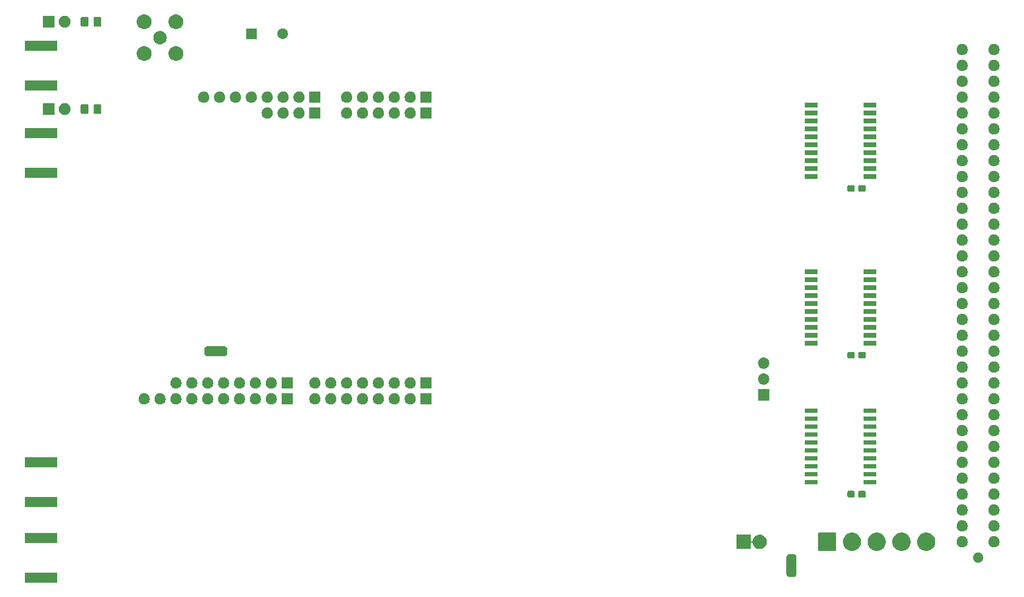
<source format=gbs>
G04 #@! TF.GenerationSoftware,KiCad,Pcbnew,(5.1.5)-3*
G04 #@! TF.CreationDate,2020-02-25T10:17:19+01:00*
G04 #@! TF.ProjectId,FPGA_buffer_board,46504741-5f62-4756-9666-65725f626f61,1.1*
G04 #@! TF.SameCoordinates,Original*
G04 #@! TF.FileFunction,Soldermask,Bot*
G04 #@! TF.FilePolarity,Negative*
%FSLAX46Y46*%
G04 Gerber Fmt 4.6, Leading zero omitted, Abs format (unit mm)*
G04 Created by KiCad (PCBNEW (5.1.5)-3) date 2020-02-25 10:17:19*
%MOMM*%
%LPD*%
G04 APERTURE LIST*
%ADD10C,0.100000*%
G04 APERTURE END LIST*
D10*
G36*
X94031000Y-146216000D02*
G01*
X88849000Y-146216000D01*
X88849000Y-144614000D01*
X94031000Y-144614000D01*
X94031000Y-146216000D01*
G37*
G36*
X211717199Y-141659954D02*
G01*
X211729450Y-141660556D01*
X211747869Y-141660556D01*
X211770149Y-141662750D01*
X211854233Y-141679476D01*
X211875660Y-141685976D01*
X211954858Y-141718780D01*
X211960303Y-141721691D01*
X211960309Y-141721693D01*
X211969169Y-141726429D01*
X211969173Y-141726432D01*
X211974614Y-141729340D01*
X212045899Y-141776971D01*
X212063204Y-141791172D01*
X212123828Y-141851796D01*
X212138029Y-141869101D01*
X212185660Y-141940386D01*
X212188568Y-141945827D01*
X212188571Y-141945831D01*
X212193307Y-141954691D01*
X212193309Y-141954697D01*
X212196220Y-141960142D01*
X212229024Y-142039340D01*
X212235524Y-142060767D01*
X212252250Y-142144851D01*
X212254444Y-142167131D01*
X212254444Y-142185550D01*
X212255046Y-142197801D01*
X212256852Y-142216139D01*
X212256852Y-142753860D01*
X212255263Y-142769999D01*
X212250855Y-142784528D01*
X212245394Y-142797711D01*
X212240612Y-142821745D01*
X212240611Y-142846249D01*
X212245391Y-142870282D01*
X212254768Y-142892921D01*
X212256000Y-142894765D01*
X212256000Y-144126050D01*
X212249525Y-144138164D01*
X212242412Y-144161613D01*
X212240010Y-144185999D01*
X212242412Y-144210385D01*
X212249525Y-144233834D01*
X212251848Y-144238746D01*
X212255263Y-144250001D01*
X212256852Y-144266140D01*
X212256852Y-144803862D01*
X212255046Y-144822199D01*
X212254444Y-144834450D01*
X212254444Y-144852869D01*
X212252250Y-144875149D01*
X212235524Y-144959233D01*
X212229024Y-144980660D01*
X212196220Y-145059858D01*
X212193309Y-145065303D01*
X212193307Y-145065309D01*
X212188571Y-145074169D01*
X212188568Y-145074173D01*
X212185660Y-145079614D01*
X212138029Y-145150899D01*
X212123828Y-145168204D01*
X212063204Y-145228828D01*
X212045899Y-145243029D01*
X211974614Y-145290660D01*
X211969173Y-145293568D01*
X211969169Y-145293571D01*
X211960309Y-145298307D01*
X211960303Y-145298309D01*
X211954858Y-145301220D01*
X211875660Y-145334024D01*
X211854233Y-145340524D01*
X211770149Y-145357250D01*
X211747869Y-145359444D01*
X211729450Y-145359444D01*
X211717199Y-145360046D01*
X211698862Y-145361852D01*
X211211138Y-145361852D01*
X211192801Y-145360046D01*
X211180550Y-145359444D01*
X211162131Y-145359444D01*
X211139851Y-145357250D01*
X211055767Y-145340524D01*
X211034340Y-145334024D01*
X210955142Y-145301220D01*
X210949697Y-145298309D01*
X210949691Y-145298307D01*
X210940831Y-145293571D01*
X210940827Y-145293568D01*
X210935386Y-145290660D01*
X210864101Y-145243029D01*
X210846796Y-145228828D01*
X210786172Y-145168204D01*
X210771971Y-145150899D01*
X210724340Y-145079614D01*
X210721432Y-145074173D01*
X210721429Y-145074169D01*
X210716693Y-145065309D01*
X210716691Y-145065303D01*
X210713780Y-145059858D01*
X210680976Y-144980660D01*
X210674476Y-144959233D01*
X210657750Y-144875149D01*
X210655556Y-144852869D01*
X210655556Y-144834450D01*
X210654954Y-144822199D01*
X210653148Y-144803862D01*
X210653148Y-144266140D01*
X210654737Y-144250001D01*
X210659145Y-144235472D01*
X210664606Y-144222289D01*
X210669388Y-144198255D01*
X210669389Y-144173751D01*
X210664609Y-144149718D01*
X210655232Y-144127079D01*
X210654000Y-144125235D01*
X210654000Y-142893950D01*
X210660475Y-142881836D01*
X210667588Y-142858387D01*
X210669990Y-142834001D01*
X210667588Y-142809615D01*
X210660475Y-142786166D01*
X210658152Y-142781254D01*
X210654737Y-142769999D01*
X210653148Y-142753860D01*
X210653148Y-142216138D01*
X210654954Y-142197801D01*
X210655556Y-142185550D01*
X210655556Y-142167131D01*
X210657750Y-142144851D01*
X210674476Y-142060767D01*
X210680976Y-142039340D01*
X210713780Y-141960142D01*
X210716691Y-141954697D01*
X210716693Y-141954691D01*
X210721429Y-141945831D01*
X210721432Y-141945827D01*
X210724340Y-141940386D01*
X210771971Y-141869101D01*
X210786172Y-141851796D01*
X210846796Y-141791172D01*
X210864101Y-141776971D01*
X210935386Y-141729340D01*
X210940827Y-141726432D01*
X210940831Y-141726429D01*
X210949691Y-141721693D01*
X210949697Y-141721691D01*
X210955142Y-141718780D01*
X211034340Y-141685976D01*
X211055767Y-141679476D01*
X211139851Y-141662750D01*
X211162131Y-141660556D01*
X211180550Y-141660556D01*
X211192801Y-141659954D01*
X211211139Y-141658148D01*
X211698861Y-141658148D01*
X211717199Y-141659954D01*
G37*
G36*
X241537142Y-141458242D02*
G01*
X241685101Y-141519529D01*
X241818255Y-141608499D01*
X241931501Y-141721745D01*
X242020471Y-141854899D01*
X242081758Y-142002858D01*
X242113000Y-142159925D01*
X242113000Y-142320075D01*
X242081758Y-142477142D01*
X242020471Y-142625101D01*
X241931501Y-142758255D01*
X241818255Y-142871501D01*
X241685101Y-142960471D01*
X241537142Y-143021758D01*
X241380075Y-143053000D01*
X241219925Y-143053000D01*
X241062858Y-143021758D01*
X240914899Y-142960471D01*
X240781745Y-142871501D01*
X240668499Y-142758255D01*
X240579529Y-142625101D01*
X240518242Y-142477142D01*
X240487000Y-142320075D01*
X240487000Y-142159925D01*
X240518242Y-142002858D01*
X240579529Y-141854899D01*
X240668499Y-141721745D01*
X240781745Y-141608499D01*
X240914899Y-141519529D01*
X241062858Y-141458242D01*
X241219925Y-141427000D01*
X241380075Y-141427000D01*
X241537142Y-141458242D01*
G37*
G36*
X229473241Y-138304760D02*
G01*
X229737305Y-138414139D01*
X229974958Y-138572934D01*
X230177066Y-138775042D01*
X230335861Y-139012695D01*
X230445240Y-139276759D01*
X230501000Y-139557088D01*
X230501000Y-139842912D01*
X230445240Y-140123241D01*
X230335861Y-140387305D01*
X230177066Y-140624958D01*
X229974958Y-140827066D01*
X229737305Y-140985861D01*
X229473241Y-141095240D01*
X229192912Y-141151000D01*
X228907088Y-141151000D01*
X228626759Y-141095240D01*
X228362695Y-140985861D01*
X228125042Y-140827066D01*
X227922934Y-140624958D01*
X227764139Y-140387305D01*
X227654760Y-140123241D01*
X227599000Y-139842912D01*
X227599000Y-139557088D01*
X227654760Y-139276759D01*
X227764139Y-139012695D01*
X227922934Y-138775042D01*
X228125042Y-138572934D01*
X228362695Y-138414139D01*
X228626759Y-138304760D01*
X228907088Y-138249000D01*
X229192912Y-138249000D01*
X229473241Y-138304760D01*
G37*
G36*
X233433241Y-138304760D02*
G01*
X233697305Y-138414139D01*
X233934958Y-138572934D01*
X234137066Y-138775042D01*
X234295861Y-139012695D01*
X234405240Y-139276759D01*
X234461000Y-139557088D01*
X234461000Y-139842912D01*
X234405240Y-140123241D01*
X234295861Y-140387305D01*
X234137066Y-140624958D01*
X233934958Y-140827066D01*
X233697305Y-140985861D01*
X233433241Y-141095240D01*
X233152912Y-141151000D01*
X232867088Y-141151000D01*
X232586759Y-141095240D01*
X232322695Y-140985861D01*
X232085042Y-140827066D01*
X231882934Y-140624958D01*
X231724139Y-140387305D01*
X231614760Y-140123241D01*
X231559000Y-139842912D01*
X231559000Y-139557088D01*
X231614760Y-139276759D01*
X231724139Y-139012695D01*
X231882934Y-138775042D01*
X232085042Y-138572934D01*
X232322695Y-138414139D01*
X232586759Y-138304760D01*
X232867088Y-138249000D01*
X233152912Y-138249000D01*
X233433241Y-138304760D01*
G37*
G36*
X225513241Y-138304760D02*
G01*
X225777305Y-138414139D01*
X226014958Y-138572934D01*
X226217066Y-138775042D01*
X226375861Y-139012695D01*
X226485240Y-139276759D01*
X226541000Y-139557088D01*
X226541000Y-139842912D01*
X226485240Y-140123241D01*
X226375861Y-140387305D01*
X226217066Y-140624958D01*
X226014958Y-140827066D01*
X225777305Y-140985861D01*
X225513241Y-141095240D01*
X225232912Y-141151000D01*
X224947088Y-141151000D01*
X224666759Y-141095240D01*
X224402695Y-140985861D01*
X224165042Y-140827066D01*
X223962934Y-140624958D01*
X223804139Y-140387305D01*
X223694760Y-140123241D01*
X223639000Y-139842912D01*
X223639000Y-139557088D01*
X223694760Y-139276759D01*
X223804139Y-139012695D01*
X223962934Y-138775042D01*
X224165042Y-138572934D01*
X224402695Y-138414139D01*
X224666759Y-138304760D01*
X224947088Y-138249000D01*
X225232912Y-138249000D01*
X225513241Y-138304760D01*
G37*
G36*
X218485546Y-138252824D02*
G01*
X218516977Y-138262359D01*
X218545940Y-138277840D01*
X218571327Y-138298673D01*
X218592160Y-138324060D01*
X218607641Y-138353023D01*
X218617176Y-138384454D01*
X218621000Y-138423277D01*
X218621000Y-140976723D01*
X218617176Y-141015546D01*
X218607641Y-141046977D01*
X218592160Y-141075940D01*
X218571327Y-141101327D01*
X218545940Y-141122160D01*
X218516977Y-141137641D01*
X218485546Y-141147176D01*
X218446723Y-141151000D01*
X215893277Y-141151000D01*
X215854454Y-141147176D01*
X215823023Y-141137641D01*
X215794060Y-141122160D01*
X215768673Y-141101327D01*
X215747840Y-141075940D01*
X215732359Y-141046977D01*
X215722824Y-141015546D01*
X215719000Y-140976723D01*
X215719000Y-138423277D01*
X215722824Y-138384454D01*
X215732359Y-138353023D01*
X215747840Y-138324060D01*
X215768673Y-138298673D01*
X215794060Y-138277840D01*
X215823023Y-138262359D01*
X215854454Y-138252824D01*
X215893277Y-138249000D01*
X218446723Y-138249000D01*
X218485546Y-138252824D01*
G37*
G36*
X221553241Y-138304760D02*
G01*
X221817305Y-138414139D01*
X222054958Y-138572934D01*
X222257066Y-138775042D01*
X222415861Y-139012695D01*
X222525240Y-139276759D01*
X222581000Y-139557088D01*
X222581000Y-139842912D01*
X222525240Y-140123241D01*
X222415861Y-140387305D01*
X222257066Y-140624958D01*
X222054958Y-140827066D01*
X221817305Y-140985861D01*
X221553241Y-141095240D01*
X221272912Y-141151000D01*
X220987088Y-141151000D01*
X220706759Y-141095240D01*
X220442695Y-140985861D01*
X220205042Y-140827066D01*
X220002934Y-140624958D01*
X219844139Y-140387305D01*
X219734760Y-140123241D01*
X219679000Y-139842912D01*
X219679000Y-139557088D01*
X219734760Y-139276759D01*
X219844139Y-139012695D01*
X220002934Y-138775042D01*
X220205042Y-138572934D01*
X220442695Y-138414139D01*
X220706759Y-138304760D01*
X220987088Y-138249000D01*
X221272912Y-138249000D01*
X221553241Y-138304760D01*
G37*
G36*
X204986000Y-139514007D02*
G01*
X204988402Y-139538393D01*
X204995515Y-139561842D01*
X205007066Y-139583453D01*
X205022611Y-139602395D01*
X205041553Y-139617940D01*
X205063164Y-139629491D01*
X205086613Y-139636604D01*
X205110999Y-139639006D01*
X205135385Y-139636604D01*
X205158834Y-139629491D01*
X205180445Y-139617940D01*
X205199387Y-139602395D01*
X205214932Y-139583453D01*
X205226483Y-139561842D01*
X205233596Y-139538393D01*
X205268232Y-139364267D01*
X205305946Y-139273218D01*
X205354997Y-139154797D01*
X205480960Y-138966280D01*
X205641280Y-138805960D01*
X205829797Y-138679997D01*
X206039266Y-138593232D01*
X206150451Y-138571116D01*
X206261635Y-138549000D01*
X206488365Y-138549000D01*
X206599549Y-138571116D01*
X206710734Y-138593232D01*
X206920203Y-138679997D01*
X207108720Y-138805960D01*
X207269040Y-138966280D01*
X207395003Y-139154797D01*
X207481768Y-139364266D01*
X207526000Y-139586636D01*
X207526000Y-139813364D01*
X207481768Y-140035734D01*
X207395003Y-140245203D01*
X207269040Y-140433720D01*
X207108720Y-140594040D01*
X206920203Y-140720003D01*
X206710734Y-140806768D01*
X206608694Y-140827065D01*
X206488365Y-140851000D01*
X206261635Y-140851000D01*
X206141306Y-140827065D01*
X206039266Y-140806768D01*
X205829797Y-140720003D01*
X205641280Y-140594040D01*
X205480960Y-140433720D01*
X205354997Y-140245203D01*
X205268232Y-140035734D01*
X205233596Y-139861607D01*
X205226483Y-139838158D01*
X205214932Y-139816547D01*
X205199387Y-139797605D01*
X205180445Y-139782060D01*
X205158834Y-139770509D01*
X205135385Y-139763396D01*
X205110999Y-139760994D01*
X205086613Y-139763396D01*
X205063164Y-139770509D01*
X205041553Y-139782060D01*
X205022611Y-139797605D01*
X205007066Y-139816547D01*
X204995515Y-139838158D01*
X204988402Y-139861607D01*
X204986000Y-139885993D01*
X204986000Y-140851000D01*
X202684000Y-140851000D01*
X202684000Y-138549000D01*
X204986000Y-138549000D01*
X204986000Y-139514007D01*
G37*
G36*
X238873512Y-138803927D02*
G01*
X239022812Y-138833624D01*
X239186784Y-138901544D01*
X239334354Y-139000147D01*
X239459853Y-139125646D01*
X239558456Y-139273216D01*
X239626376Y-139437188D01*
X239661000Y-139611259D01*
X239661000Y-139788741D01*
X239626376Y-139962812D01*
X239558456Y-140126784D01*
X239459853Y-140274354D01*
X239334354Y-140399853D01*
X239186784Y-140498456D01*
X239022812Y-140566376D01*
X238883732Y-140594040D01*
X238848742Y-140601000D01*
X238671258Y-140601000D01*
X238636268Y-140594040D01*
X238497188Y-140566376D01*
X238333216Y-140498456D01*
X238185646Y-140399853D01*
X238060147Y-140274354D01*
X237961544Y-140126784D01*
X237893624Y-139962812D01*
X237859000Y-139788741D01*
X237859000Y-139611259D01*
X237893624Y-139437188D01*
X237961544Y-139273216D01*
X238060147Y-139125646D01*
X238185646Y-139000147D01*
X238333216Y-138901544D01*
X238497188Y-138833624D01*
X238646488Y-138803927D01*
X238671258Y-138799000D01*
X238848742Y-138799000D01*
X238873512Y-138803927D01*
G37*
G36*
X243953512Y-138803927D02*
G01*
X244102812Y-138833624D01*
X244266784Y-138901544D01*
X244414354Y-139000147D01*
X244539853Y-139125646D01*
X244638456Y-139273216D01*
X244706376Y-139437188D01*
X244741000Y-139611259D01*
X244741000Y-139788741D01*
X244706376Y-139962812D01*
X244638456Y-140126784D01*
X244539853Y-140274354D01*
X244414354Y-140399853D01*
X244266784Y-140498456D01*
X244102812Y-140566376D01*
X243963732Y-140594040D01*
X243928742Y-140601000D01*
X243751258Y-140601000D01*
X243716268Y-140594040D01*
X243577188Y-140566376D01*
X243413216Y-140498456D01*
X243265646Y-140399853D01*
X243140147Y-140274354D01*
X243041544Y-140126784D01*
X242973624Y-139962812D01*
X242939000Y-139788741D01*
X242939000Y-139611259D01*
X242973624Y-139437188D01*
X243041544Y-139273216D01*
X243140147Y-139125646D01*
X243265646Y-139000147D01*
X243413216Y-138901544D01*
X243577188Y-138833624D01*
X243726488Y-138803927D01*
X243751258Y-138799000D01*
X243928742Y-138799000D01*
X243953512Y-138803927D01*
G37*
G36*
X94031000Y-139866000D02*
G01*
X88849000Y-139866000D01*
X88849000Y-138264000D01*
X94031000Y-138264000D01*
X94031000Y-139866000D01*
G37*
G36*
X243953512Y-136263927D02*
G01*
X244102812Y-136293624D01*
X244266784Y-136361544D01*
X244414354Y-136460147D01*
X244539853Y-136585646D01*
X244638456Y-136733216D01*
X244706376Y-136897188D01*
X244741000Y-137071259D01*
X244741000Y-137248741D01*
X244706376Y-137422812D01*
X244638456Y-137586784D01*
X244539853Y-137734354D01*
X244414354Y-137859853D01*
X244266784Y-137958456D01*
X244102812Y-138026376D01*
X243953512Y-138056073D01*
X243928742Y-138061000D01*
X243751258Y-138061000D01*
X243726488Y-138056073D01*
X243577188Y-138026376D01*
X243413216Y-137958456D01*
X243265646Y-137859853D01*
X243140147Y-137734354D01*
X243041544Y-137586784D01*
X242973624Y-137422812D01*
X242939000Y-137248741D01*
X242939000Y-137071259D01*
X242973624Y-136897188D01*
X243041544Y-136733216D01*
X243140147Y-136585646D01*
X243265646Y-136460147D01*
X243413216Y-136361544D01*
X243577188Y-136293624D01*
X243726488Y-136263927D01*
X243751258Y-136259000D01*
X243928742Y-136259000D01*
X243953512Y-136263927D01*
G37*
G36*
X238873512Y-136263927D02*
G01*
X239022812Y-136293624D01*
X239186784Y-136361544D01*
X239334354Y-136460147D01*
X239459853Y-136585646D01*
X239558456Y-136733216D01*
X239626376Y-136897188D01*
X239661000Y-137071259D01*
X239661000Y-137248741D01*
X239626376Y-137422812D01*
X239558456Y-137586784D01*
X239459853Y-137734354D01*
X239334354Y-137859853D01*
X239186784Y-137958456D01*
X239022812Y-138026376D01*
X238873512Y-138056073D01*
X238848742Y-138061000D01*
X238671258Y-138061000D01*
X238646488Y-138056073D01*
X238497188Y-138026376D01*
X238333216Y-137958456D01*
X238185646Y-137859853D01*
X238060147Y-137734354D01*
X237961544Y-137586784D01*
X237893624Y-137422812D01*
X237859000Y-137248741D01*
X237859000Y-137071259D01*
X237893624Y-136897188D01*
X237961544Y-136733216D01*
X238060147Y-136585646D01*
X238185646Y-136460147D01*
X238333216Y-136361544D01*
X238497188Y-136293624D01*
X238646488Y-136263927D01*
X238671258Y-136259000D01*
X238848742Y-136259000D01*
X238873512Y-136263927D01*
G37*
G36*
X243953512Y-133723927D02*
G01*
X244102812Y-133753624D01*
X244266784Y-133821544D01*
X244414354Y-133920147D01*
X244539853Y-134045646D01*
X244638456Y-134193216D01*
X244706376Y-134357188D01*
X244741000Y-134531259D01*
X244741000Y-134708741D01*
X244706376Y-134882812D01*
X244638456Y-135046784D01*
X244539853Y-135194354D01*
X244414354Y-135319853D01*
X244266784Y-135418456D01*
X244102812Y-135486376D01*
X243953512Y-135516073D01*
X243928742Y-135521000D01*
X243751258Y-135521000D01*
X243726488Y-135516073D01*
X243577188Y-135486376D01*
X243413216Y-135418456D01*
X243265646Y-135319853D01*
X243140147Y-135194354D01*
X243041544Y-135046784D01*
X242973624Y-134882812D01*
X242939000Y-134708741D01*
X242939000Y-134531259D01*
X242973624Y-134357188D01*
X243041544Y-134193216D01*
X243140147Y-134045646D01*
X243265646Y-133920147D01*
X243413216Y-133821544D01*
X243577188Y-133753624D01*
X243726488Y-133723927D01*
X243751258Y-133719000D01*
X243928742Y-133719000D01*
X243953512Y-133723927D01*
G37*
G36*
X238873512Y-133723927D02*
G01*
X239022812Y-133753624D01*
X239186784Y-133821544D01*
X239334354Y-133920147D01*
X239459853Y-134045646D01*
X239558456Y-134193216D01*
X239626376Y-134357188D01*
X239661000Y-134531259D01*
X239661000Y-134708741D01*
X239626376Y-134882812D01*
X239558456Y-135046784D01*
X239459853Y-135194354D01*
X239334354Y-135319853D01*
X239186784Y-135418456D01*
X239022812Y-135486376D01*
X238873512Y-135516073D01*
X238848742Y-135521000D01*
X238671258Y-135521000D01*
X238646488Y-135516073D01*
X238497188Y-135486376D01*
X238333216Y-135418456D01*
X238185646Y-135319853D01*
X238060147Y-135194354D01*
X237961544Y-135046784D01*
X237893624Y-134882812D01*
X237859000Y-134708741D01*
X237859000Y-134531259D01*
X237893624Y-134357188D01*
X237961544Y-134193216D01*
X238060147Y-134045646D01*
X238185646Y-133920147D01*
X238333216Y-133821544D01*
X238497188Y-133753624D01*
X238646488Y-133723927D01*
X238671258Y-133719000D01*
X238848742Y-133719000D01*
X238873512Y-133723927D01*
G37*
G36*
X94031000Y-134151000D02*
G01*
X88849000Y-134151000D01*
X88849000Y-132549000D01*
X94031000Y-132549000D01*
X94031000Y-134151000D01*
G37*
G36*
X238873512Y-131183927D02*
G01*
X239022812Y-131213624D01*
X239186784Y-131281544D01*
X239334354Y-131380147D01*
X239459853Y-131505646D01*
X239558456Y-131653216D01*
X239626376Y-131817188D01*
X239661000Y-131991259D01*
X239661000Y-132168741D01*
X239626376Y-132342812D01*
X239558456Y-132506784D01*
X239459853Y-132654354D01*
X239334354Y-132779853D01*
X239186784Y-132878456D01*
X239022812Y-132946376D01*
X238873512Y-132976073D01*
X238848742Y-132981000D01*
X238671258Y-132981000D01*
X238646488Y-132976073D01*
X238497188Y-132946376D01*
X238333216Y-132878456D01*
X238185646Y-132779853D01*
X238060147Y-132654354D01*
X237961544Y-132506784D01*
X237893624Y-132342812D01*
X237859000Y-132168741D01*
X237859000Y-131991259D01*
X237893624Y-131817188D01*
X237961544Y-131653216D01*
X238060147Y-131505646D01*
X238185646Y-131380147D01*
X238333216Y-131281544D01*
X238497188Y-131213624D01*
X238646488Y-131183927D01*
X238671258Y-131179000D01*
X238848742Y-131179000D01*
X238873512Y-131183927D01*
G37*
G36*
X243953512Y-131183927D02*
G01*
X244102812Y-131213624D01*
X244266784Y-131281544D01*
X244414354Y-131380147D01*
X244539853Y-131505646D01*
X244638456Y-131653216D01*
X244706376Y-131817188D01*
X244741000Y-131991259D01*
X244741000Y-132168741D01*
X244706376Y-132342812D01*
X244638456Y-132506784D01*
X244539853Y-132654354D01*
X244414354Y-132779853D01*
X244266784Y-132878456D01*
X244102812Y-132946376D01*
X243953512Y-132976073D01*
X243928742Y-132981000D01*
X243751258Y-132981000D01*
X243726488Y-132976073D01*
X243577188Y-132946376D01*
X243413216Y-132878456D01*
X243265646Y-132779853D01*
X243140147Y-132654354D01*
X243041544Y-132506784D01*
X242973624Y-132342812D01*
X242939000Y-132168741D01*
X242939000Y-131991259D01*
X242973624Y-131817188D01*
X243041544Y-131653216D01*
X243140147Y-131505646D01*
X243265646Y-131380147D01*
X243413216Y-131281544D01*
X243577188Y-131213624D01*
X243726488Y-131183927D01*
X243751258Y-131179000D01*
X243928742Y-131179000D01*
X243953512Y-131183927D01*
G37*
G36*
X221394499Y-131558445D02*
G01*
X221431995Y-131569820D01*
X221466554Y-131588292D01*
X221496847Y-131613153D01*
X221521708Y-131643446D01*
X221540180Y-131678005D01*
X221551555Y-131715501D01*
X221556000Y-131760638D01*
X221556000Y-132399362D01*
X221551555Y-132444499D01*
X221540180Y-132481995D01*
X221521708Y-132516554D01*
X221496847Y-132546847D01*
X221466554Y-132571708D01*
X221431995Y-132590180D01*
X221394499Y-132601555D01*
X221349362Y-132606000D01*
X220610638Y-132606000D01*
X220565501Y-132601555D01*
X220528005Y-132590180D01*
X220493446Y-132571708D01*
X220463153Y-132546847D01*
X220438292Y-132516554D01*
X220419820Y-132481995D01*
X220408445Y-132444499D01*
X220404000Y-132399362D01*
X220404000Y-131760638D01*
X220408445Y-131715501D01*
X220419820Y-131678005D01*
X220438292Y-131643446D01*
X220463153Y-131613153D01*
X220493446Y-131588292D01*
X220528005Y-131569820D01*
X220565501Y-131558445D01*
X220610638Y-131554000D01*
X221349362Y-131554000D01*
X221394499Y-131558445D01*
G37*
G36*
X223144499Y-131558445D02*
G01*
X223181995Y-131569820D01*
X223216554Y-131588292D01*
X223246847Y-131613153D01*
X223271708Y-131643446D01*
X223290180Y-131678005D01*
X223301555Y-131715501D01*
X223306000Y-131760638D01*
X223306000Y-132399362D01*
X223301555Y-132444499D01*
X223290180Y-132481995D01*
X223271708Y-132516554D01*
X223246847Y-132546847D01*
X223216554Y-132571708D01*
X223181995Y-132590180D01*
X223144499Y-132601555D01*
X223099362Y-132606000D01*
X222360638Y-132606000D01*
X222315501Y-132601555D01*
X222278005Y-132590180D01*
X222243446Y-132571708D01*
X222213153Y-132546847D01*
X222188292Y-132516554D01*
X222169820Y-132481995D01*
X222158445Y-132444499D01*
X222154000Y-132399362D01*
X222154000Y-131760638D01*
X222158445Y-131715501D01*
X222169820Y-131678005D01*
X222188292Y-131643446D01*
X222213153Y-131613153D01*
X222243446Y-131588292D01*
X222278005Y-131569820D01*
X222315501Y-131558445D01*
X222360638Y-131554000D01*
X223099362Y-131554000D01*
X223144499Y-131558445D01*
G37*
G36*
X225056000Y-130526000D02*
G01*
X223004000Y-130526000D01*
X223004000Y-129824000D01*
X225056000Y-129824000D01*
X225056000Y-130526000D01*
G37*
G36*
X215656000Y-130526000D02*
G01*
X213604000Y-130526000D01*
X213604000Y-129824000D01*
X215656000Y-129824000D01*
X215656000Y-130526000D01*
G37*
G36*
X238873512Y-128643927D02*
G01*
X239022812Y-128673624D01*
X239186784Y-128741544D01*
X239334354Y-128840147D01*
X239459853Y-128965646D01*
X239558456Y-129113216D01*
X239626376Y-129277188D01*
X239661000Y-129451259D01*
X239661000Y-129628741D01*
X239626376Y-129802812D01*
X239558456Y-129966784D01*
X239459853Y-130114354D01*
X239334354Y-130239853D01*
X239186784Y-130338456D01*
X239022812Y-130406376D01*
X238873512Y-130436073D01*
X238848742Y-130441000D01*
X238671258Y-130441000D01*
X238646488Y-130436073D01*
X238497188Y-130406376D01*
X238333216Y-130338456D01*
X238185646Y-130239853D01*
X238060147Y-130114354D01*
X237961544Y-129966784D01*
X237893624Y-129802812D01*
X237859000Y-129628741D01*
X237859000Y-129451259D01*
X237893624Y-129277188D01*
X237961544Y-129113216D01*
X238060147Y-128965646D01*
X238185646Y-128840147D01*
X238333216Y-128741544D01*
X238497188Y-128673624D01*
X238646488Y-128643927D01*
X238671258Y-128639000D01*
X238848742Y-128639000D01*
X238873512Y-128643927D01*
G37*
G36*
X243953512Y-128643927D02*
G01*
X244102812Y-128673624D01*
X244266784Y-128741544D01*
X244414354Y-128840147D01*
X244539853Y-128965646D01*
X244638456Y-129113216D01*
X244706376Y-129277188D01*
X244741000Y-129451259D01*
X244741000Y-129628741D01*
X244706376Y-129802812D01*
X244638456Y-129966784D01*
X244539853Y-130114354D01*
X244414354Y-130239853D01*
X244266784Y-130338456D01*
X244102812Y-130406376D01*
X243953512Y-130436073D01*
X243928742Y-130441000D01*
X243751258Y-130441000D01*
X243726488Y-130436073D01*
X243577188Y-130406376D01*
X243413216Y-130338456D01*
X243265646Y-130239853D01*
X243140147Y-130114354D01*
X243041544Y-129966784D01*
X242973624Y-129802812D01*
X242939000Y-129628741D01*
X242939000Y-129451259D01*
X242973624Y-129277188D01*
X243041544Y-129113216D01*
X243140147Y-128965646D01*
X243265646Y-128840147D01*
X243413216Y-128741544D01*
X243577188Y-128673624D01*
X243726488Y-128643927D01*
X243751258Y-128639000D01*
X243928742Y-128639000D01*
X243953512Y-128643927D01*
G37*
G36*
X215656000Y-129256000D02*
G01*
X213604000Y-129256000D01*
X213604000Y-128554000D01*
X215656000Y-128554000D01*
X215656000Y-129256000D01*
G37*
G36*
X225056000Y-129256000D02*
G01*
X223004000Y-129256000D01*
X223004000Y-128554000D01*
X225056000Y-128554000D01*
X225056000Y-129256000D01*
G37*
G36*
X225056000Y-127986000D02*
G01*
X223004000Y-127986000D01*
X223004000Y-127284000D01*
X225056000Y-127284000D01*
X225056000Y-127986000D01*
G37*
G36*
X215656000Y-127986000D02*
G01*
X213604000Y-127986000D01*
X213604000Y-127284000D01*
X215656000Y-127284000D01*
X215656000Y-127986000D01*
G37*
G36*
X238873512Y-126103927D02*
G01*
X239022812Y-126133624D01*
X239186784Y-126201544D01*
X239334354Y-126300147D01*
X239459853Y-126425646D01*
X239558456Y-126573216D01*
X239626376Y-126737188D01*
X239661000Y-126911259D01*
X239661000Y-127088741D01*
X239626376Y-127262812D01*
X239558456Y-127426784D01*
X239459853Y-127574354D01*
X239334354Y-127699853D01*
X239186784Y-127798456D01*
X239022812Y-127866376D01*
X238873512Y-127896073D01*
X238848742Y-127901000D01*
X238671258Y-127901000D01*
X238646488Y-127896073D01*
X238497188Y-127866376D01*
X238333216Y-127798456D01*
X238185646Y-127699853D01*
X238060147Y-127574354D01*
X237961544Y-127426784D01*
X237893624Y-127262812D01*
X237859000Y-127088741D01*
X237859000Y-126911259D01*
X237893624Y-126737188D01*
X237961544Y-126573216D01*
X238060147Y-126425646D01*
X238185646Y-126300147D01*
X238333216Y-126201544D01*
X238497188Y-126133624D01*
X238646488Y-126103927D01*
X238671258Y-126099000D01*
X238848742Y-126099000D01*
X238873512Y-126103927D01*
G37*
G36*
X243953512Y-126103927D02*
G01*
X244102812Y-126133624D01*
X244266784Y-126201544D01*
X244414354Y-126300147D01*
X244539853Y-126425646D01*
X244638456Y-126573216D01*
X244706376Y-126737188D01*
X244741000Y-126911259D01*
X244741000Y-127088741D01*
X244706376Y-127262812D01*
X244638456Y-127426784D01*
X244539853Y-127574354D01*
X244414354Y-127699853D01*
X244266784Y-127798456D01*
X244102812Y-127866376D01*
X243953512Y-127896073D01*
X243928742Y-127901000D01*
X243751258Y-127901000D01*
X243726488Y-127896073D01*
X243577188Y-127866376D01*
X243413216Y-127798456D01*
X243265646Y-127699853D01*
X243140147Y-127574354D01*
X243041544Y-127426784D01*
X242973624Y-127262812D01*
X242939000Y-127088741D01*
X242939000Y-126911259D01*
X242973624Y-126737188D01*
X243041544Y-126573216D01*
X243140147Y-126425646D01*
X243265646Y-126300147D01*
X243413216Y-126201544D01*
X243577188Y-126133624D01*
X243726488Y-126103927D01*
X243751258Y-126099000D01*
X243928742Y-126099000D01*
X243953512Y-126103927D01*
G37*
G36*
X94031000Y-127801000D02*
G01*
X88849000Y-127801000D01*
X88849000Y-126199000D01*
X94031000Y-126199000D01*
X94031000Y-127801000D01*
G37*
G36*
X215656000Y-126716000D02*
G01*
X213604000Y-126716000D01*
X213604000Y-126014000D01*
X215656000Y-126014000D01*
X215656000Y-126716000D01*
G37*
G36*
X225056000Y-126716000D02*
G01*
X223004000Y-126716000D01*
X223004000Y-126014000D01*
X225056000Y-126014000D01*
X225056000Y-126716000D01*
G37*
G36*
X225056000Y-125446000D02*
G01*
X223004000Y-125446000D01*
X223004000Y-124744000D01*
X225056000Y-124744000D01*
X225056000Y-125446000D01*
G37*
G36*
X215656000Y-125446000D02*
G01*
X213604000Y-125446000D01*
X213604000Y-124744000D01*
X215656000Y-124744000D01*
X215656000Y-125446000D01*
G37*
G36*
X243953512Y-123563927D02*
G01*
X244102812Y-123593624D01*
X244266784Y-123661544D01*
X244414354Y-123760147D01*
X244539853Y-123885646D01*
X244638456Y-124033216D01*
X244706376Y-124197188D01*
X244741000Y-124371259D01*
X244741000Y-124548741D01*
X244706376Y-124722812D01*
X244638456Y-124886784D01*
X244539853Y-125034354D01*
X244414354Y-125159853D01*
X244266784Y-125258456D01*
X244102812Y-125326376D01*
X243953512Y-125356073D01*
X243928742Y-125361000D01*
X243751258Y-125361000D01*
X243726488Y-125356073D01*
X243577188Y-125326376D01*
X243413216Y-125258456D01*
X243265646Y-125159853D01*
X243140147Y-125034354D01*
X243041544Y-124886784D01*
X242973624Y-124722812D01*
X242939000Y-124548741D01*
X242939000Y-124371259D01*
X242973624Y-124197188D01*
X243041544Y-124033216D01*
X243140147Y-123885646D01*
X243265646Y-123760147D01*
X243413216Y-123661544D01*
X243577188Y-123593624D01*
X243726488Y-123563927D01*
X243751258Y-123559000D01*
X243928742Y-123559000D01*
X243953512Y-123563927D01*
G37*
G36*
X238873512Y-123563927D02*
G01*
X239022812Y-123593624D01*
X239186784Y-123661544D01*
X239334354Y-123760147D01*
X239459853Y-123885646D01*
X239558456Y-124033216D01*
X239626376Y-124197188D01*
X239661000Y-124371259D01*
X239661000Y-124548741D01*
X239626376Y-124722812D01*
X239558456Y-124886784D01*
X239459853Y-125034354D01*
X239334354Y-125159853D01*
X239186784Y-125258456D01*
X239022812Y-125326376D01*
X238873512Y-125356073D01*
X238848742Y-125361000D01*
X238671258Y-125361000D01*
X238646488Y-125356073D01*
X238497188Y-125326376D01*
X238333216Y-125258456D01*
X238185646Y-125159853D01*
X238060147Y-125034354D01*
X237961544Y-124886784D01*
X237893624Y-124722812D01*
X237859000Y-124548741D01*
X237859000Y-124371259D01*
X237893624Y-124197188D01*
X237961544Y-124033216D01*
X238060147Y-123885646D01*
X238185646Y-123760147D01*
X238333216Y-123661544D01*
X238497188Y-123593624D01*
X238646488Y-123563927D01*
X238671258Y-123559000D01*
X238848742Y-123559000D01*
X238873512Y-123563927D01*
G37*
G36*
X215656000Y-124176000D02*
G01*
X213604000Y-124176000D01*
X213604000Y-123474000D01*
X215656000Y-123474000D01*
X215656000Y-124176000D01*
G37*
G36*
X225056000Y-124176000D02*
G01*
X223004000Y-124176000D01*
X223004000Y-123474000D01*
X225056000Y-123474000D01*
X225056000Y-124176000D01*
G37*
G36*
X215656000Y-122906000D02*
G01*
X213604000Y-122906000D01*
X213604000Y-122204000D01*
X215656000Y-122204000D01*
X215656000Y-122906000D01*
G37*
G36*
X225056000Y-122906000D02*
G01*
X223004000Y-122906000D01*
X223004000Y-122204000D01*
X225056000Y-122204000D01*
X225056000Y-122906000D01*
G37*
G36*
X243953512Y-121023927D02*
G01*
X244102812Y-121053624D01*
X244266784Y-121121544D01*
X244414354Y-121220147D01*
X244539853Y-121345646D01*
X244638456Y-121493216D01*
X244706376Y-121657188D01*
X244741000Y-121831259D01*
X244741000Y-122008741D01*
X244706376Y-122182812D01*
X244638456Y-122346784D01*
X244539853Y-122494354D01*
X244414354Y-122619853D01*
X244266784Y-122718456D01*
X244102812Y-122786376D01*
X243953512Y-122816073D01*
X243928742Y-122821000D01*
X243751258Y-122821000D01*
X243726488Y-122816073D01*
X243577188Y-122786376D01*
X243413216Y-122718456D01*
X243265646Y-122619853D01*
X243140147Y-122494354D01*
X243041544Y-122346784D01*
X242973624Y-122182812D01*
X242939000Y-122008741D01*
X242939000Y-121831259D01*
X242973624Y-121657188D01*
X243041544Y-121493216D01*
X243140147Y-121345646D01*
X243265646Y-121220147D01*
X243413216Y-121121544D01*
X243577188Y-121053624D01*
X243726488Y-121023927D01*
X243751258Y-121019000D01*
X243928742Y-121019000D01*
X243953512Y-121023927D01*
G37*
G36*
X238873512Y-121023927D02*
G01*
X239022812Y-121053624D01*
X239186784Y-121121544D01*
X239334354Y-121220147D01*
X239459853Y-121345646D01*
X239558456Y-121493216D01*
X239626376Y-121657188D01*
X239661000Y-121831259D01*
X239661000Y-122008741D01*
X239626376Y-122182812D01*
X239558456Y-122346784D01*
X239459853Y-122494354D01*
X239334354Y-122619853D01*
X239186784Y-122718456D01*
X239022812Y-122786376D01*
X238873512Y-122816073D01*
X238848742Y-122821000D01*
X238671258Y-122821000D01*
X238646488Y-122816073D01*
X238497188Y-122786376D01*
X238333216Y-122718456D01*
X238185646Y-122619853D01*
X238060147Y-122494354D01*
X237961544Y-122346784D01*
X237893624Y-122182812D01*
X237859000Y-122008741D01*
X237859000Y-121831259D01*
X237893624Y-121657188D01*
X237961544Y-121493216D01*
X238060147Y-121345646D01*
X238185646Y-121220147D01*
X238333216Y-121121544D01*
X238497188Y-121053624D01*
X238646488Y-121023927D01*
X238671258Y-121019000D01*
X238848742Y-121019000D01*
X238873512Y-121023927D01*
G37*
G36*
X215656000Y-121636000D02*
G01*
X213604000Y-121636000D01*
X213604000Y-120934000D01*
X215656000Y-120934000D01*
X215656000Y-121636000D01*
G37*
G36*
X225056000Y-121636000D02*
G01*
X223004000Y-121636000D01*
X223004000Y-120934000D01*
X225056000Y-120934000D01*
X225056000Y-121636000D01*
G37*
G36*
X225056000Y-120366000D02*
G01*
X223004000Y-120366000D01*
X223004000Y-119664000D01*
X225056000Y-119664000D01*
X225056000Y-120366000D01*
G37*
G36*
X215656000Y-120366000D02*
G01*
X213604000Y-120366000D01*
X213604000Y-119664000D01*
X215656000Y-119664000D01*
X215656000Y-120366000D01*
G37*
G36*
X238873512Y-118483927D02*
G01*
X239022812Y-118513624D01*
X239186784Y-118581544D01*
X239334354Y-118680147D01*
X239459853Y-118805646D01*
X239558456Y-118953216D01*
X239626376Y-119117188D01*
X239661000Y-119291259D01*
X239661000Y-119468741D01*
X239626376Y-119642812D01*
X239558456Y-119806784D01*
X239459853Y-119954354D01*
X239334354Y-120079853D01*
X239186784Y-120178456D01*
X239022812Y-120246376D01*
X238873512Y-120276073D01*
X238848742Y-120281000D01*
X238671258Y-120281000D01*
X238646488Y-120276073D01*
X238497188Y-120246376D01*
X238333216Y-120178456D01*
X238185646Y-120079853D01*
X238060147Y-119954354D01*
X237961544Y-119806784D01*
X237893624Y-119642812D01*
X237859000Y-119468741D01*
X237859000Y-119291259D01*
X237893624Y-119117188D01*
X237961544Y-118953216D01*
X238060147Y-118805646D01*
X238185646Y-118680147D01*
X238333216Y-118581544D01*
X238497188Y-118513624D01*
X238646488Y-118483927D01*
X238671258Y-118479000D01*
X238848742Y-118479000D01*
X238873512Y-118483927D01*
G37*
G36*
X243953512Y-118483927D02*
G01*
X244102812Y-118513624D01*
X244266784Y-118581544D01*
X244414354Y-118680147D01*
X244539853Y-118805646D01*
X244638456Y-118953216D01*
X244706376Y-119117188D01*
X244741000Y-119291259D01*
X244741000Y-119468741D01*
X244706376Y-119642812D01*
X244638456Y-119806784D01*
X244539853Y-119954354D01*
X244414354Y-120079853D01*
X244266784Y-120178456D01*
X244102812Y-120246376D01*
X243953512Y-120276073D01*
X243928742Y-120281000D01*
X243751258Y-120281000D01*
X243726488Y-120276073D01*
X243577188Y-120246376D01*
X243413216Y-120178456D01*
X243265646Y-120079853D01*
X243140147Y-119954354D01*
X243041544Y-119806784D01*
X242973624Y-119642812D01*
X242939000Y-119468741D01*
X242939000Y-119291259D01*
X242973624Y-119117188D01*
X243041544Y-118953216D01*
X243140147Y-118805646D01*
X243265646Y-118680147D01*
X243413216Y-118581544D01*
X243577188Y-118513624D01*
X243726488Y-118483927D01*
X243751258Y-118479000D01*
X243928742Y-118479000D01*
X243953512Y-118483927D01*
G37*
G36*
X225056000Y-119096000D02*
G01*
X223004000Y-119096000D01*
X223004000Y-118394000D01*
X225056000Y-118394000D01*
X225056000Y-119096000D01*
G37*
G36*
X215656000Y-119096000D02*
G01*
X213604000Y-119096000D01*
X213604000Y-118394000D01*
X215656000Y-118394000D01*
X215656000Y-119096000D01*
G37*
G36*
X135368512Y-115943927D02*
G01*
X135517812Y-115973624D01*
X135681784Y-116041544D01*
X135829354Y-116140147D01*
X135954853Y-116265646D01*
X136053456Y-116413216D01*
X136121376Y-116577188D01*
X136156000Y-116751259D01*
X136156000Y-116928741D01*
X136121376Y-117102812D01*
X136053456Y-117266784D01*
X135954853Y-117414354D01*
X135829354Y-117539853D01*
X135681784Y-117638456D01*
X135517812Y-117706376D01*
X135368512Y-117736073D01*
X135343742Y-117741000D01*
X135166258Y-117741000D01*
X135141488Y-117736073D01*
X134992188Y-117706376D01*
X134828216Y-117638456D01*
X134680646Y-117539853D01*
X134555147Y-117414354D01*
X134456544Y-117266784D01*
X134388624Y-117102812D01*
X134354000Y-116928741D01*
X134354000Y-116751259D01*
X134388624Y-116577188D01*
X134456544Y-116413216D01*
X134555147Y-116265646D01*
X134680646Y-116140147D01*
X134828216Y-116041544D01*
X134992188Y-115973624D01*
X135141488Y-115943927D01*
X135166258Y-115939000D01*
X135343742Y-115939000D01*
X135368512Y-115943927D01*
G37*
G36*
X137908512Y-115943927D02*
G01*
X138057812Y-115973624D01*
X138221784Y-116041544D01*
X138369354Y-116140147D01*
X138494853Y-116265646D01*
X138593456Y-116413216D01*
X138661376Y-116577188D01*
X138696000Y-116751259D01*
X138696000Y-116928741D01*
X138661376Y-117102812D01*
X138593456Y-117266784D01*
X138494853Y-117414354D01*
X138369354Y-117539853D01*
X138221784Y-117638456D01*
X138057812Y-117706376D01*
X137908512Y-117736073D01*
X137883742Y-117741000D01*
X137706258Y-117741000D01*
X137681488Y-117736073D01*
X137532188Y-117706376D01*
X137368216Y-117638456D01*
X137220646Y-117539853D01*
X137095147Y-117414354D01*
X136996544Y-117266784D01*
X136928624Y-117102812D01*
X136894000Y-116928741D01*
X136894000Y-116751259D01*
X136928624Y-116577188D01*
X136996544Y-116413216D01*
X137095147Y-116265646D01*
X137220646Y-116140147D01*
X137368216Y-116041544D01*
X137532188Y-115973624D01*
X137681488Y-115943927D01*
X137706258Y-115939000D01*
X137883742Y-115939000D01*
X137908512Y-115943927D01*
G37*
G36*
X140448512Y-115943927D02*
G01*
X140597812Y-115973624D01*
X140761784Y-116041544D01*
X140909354Y-116140147D01*
X141034853Y-116265646D01*
X141133456Y-116413216D01*
X141201376Y-116577188D01*
X141236000Y-116751259D01*
X141236000Y-116928741D01*
X141201376Y-117102812D01*
X141133456Y-117266784D01*
X141034853Y-117414354D01*
X140909354Y-117539853D01*
X140761784Y-117638456D01*
X140597812Y-117706376D01*
X140448512Y-117736073D01*
X140423742Y-117741000D01*
X140246258Y-117741000D01*
X140221488Y-117736073D01*
X140072188Y-117706376D01*
X139908216Y-117638456D01*
X139760646Y-117539853D01*
X139635147Y-117414354D01*
X139536544Y-117266784D01*
X139468624Y-117102812D01*
X139434000Y-116928741D01*
X139434000Y-116751259D01*
X139468624Y-116577188D01*
X139536544Y-116413216D01*
X139635147Y-116265646D01*
X139760646Y-116140147D01*
X139908216Y-116041544D01*
X140072188Y-115973624D01*
X140221488Y-115943927D01*
X140246258Y-115939000D01*
X140423742Y-115939000D01*
X140448512Y-115943927D01*
G37*
G36*
X142988512Y-115943927D02*
G01*
X143137812Y-115973624D01*
X143301784Y-116041544D01*
X143449354Y-116140147D01*
X143574853Y-116265646D01*
X143673456Y-116413216D01*
X143741376Y-116577188D01*
X143776000Y-116751259D01*
X143776000Y-116928741D01*
X143741376Y-117102812D01*
X143673456Y-117266784D01*
X143574853Y-117414354D01*
X143449354Y-117539853D01*
X143301784Y-117638456D01*
X143137812Y-117706376D01*
X142988512Y-117736073D01*
X142963742Y-117741000D01*
X142786258Y-117741000D01*
X142761488Y-117736073D01*
X142612188Y-117706376D01*
X142448216Y-117638456D01*
X142300646Y-117539853D01*
X142175147Y-117414354D01*
X142076544Y-117266784D01*
X142008624Y-117102812D01*
X141974000Y-116928741D01*
X141974000Y-116751259D01*
X142008624Y-116577188D01*
X142076544Y-116413216D01*
X142175147Y-116265646D01*
X142300646Y-116140147D01*
X142448216Y-116041544D01*
X142612188Y-115973624D01*
X142761488Y-115943927D01*
X142786258Y-115939000D01*
X142963742Y-115939000D01*
X142988512Y-115943927D01*
G37*
G36*
X131711000Y-117741000D02*
G01*
X129909000Y-117741000D01*
X129909000Y-115939000D01*
X131711000Y-115939000D01*
X131711000Y-117741000D01*
G37*
G36*
X145528512Y-115943927D02*
G01*
X145677812Y-115973624D01*
X145841784Y-116041544D01*
X145989354Y-116140147D01*
X146114853Y-116265646D01*
X146213456Y-116413216D01*
X146281376Y-116577188D01*
X146316000Y-116751259D01*
X146316000Y-116928741D01*
X146281376Y-117102812D01*
X146213456Y-117266784D01*
X146114853Y-117414354D01*
X145989354Y-117539853D01*
X145841784Y-117638456D01*
X145677812Y-117706376D01*
X145528512Y-117736073D01*
X145503742Y-117741000D01*
X145326258Y-117741000D01*
X145301488Y-117736073D01*
X145152188Y-117706376D01*
X144988216Y-117638456D01*
X144840646Y-117539853D01*
X144715147Y-117414354D01*
X144616544Y-117266784D01*
X144548624Y-117102812D01*
X144514000Y-116928741D01*
X144514000Y-116751259D01*
X144548624Y-116577188D01*
X144616544Y-116413216D01*
X144715147Y-116265646D01*
X144840646Y-116140147D01*
X144988216Y-116041544D01*
X145152188Y-115973624D01*
X145301488Y-115943927D01*
X145326258Y-115939000D01*
X145503742Y-115939000D01*
X145528512Y-115943927D01*
G37*
G36*
X148068512Y-115943927D02*
G01*
X148217812Y-115973624D01*
X148381784Y-116041544D01*
X148529354Y-116140147D01*
X148654853Y-116265646D01*
X148753456Y-116413216D01*
X148821376Y-116577188D01*
X148856000Y-116751259D01*
X148856000Y-116928741D01*
X148821376Y-117102812D01*
X148753456Y-117266784D01*
X148654853Y-117414354D01*
X148529354Y-117539853D01*
X148381784Y-117638456D01*
X148217812Y-117706376D01*
X148068512Y-117736073D01*
X148043742Y-117741000D01*
X147866258Y-117741000D01*
X147841488Y-117736073D01*
X147692188Y-117706376D01*
X147528216Y-117638456D01*
X147380646Y-117539853D01*
X147255147Y-117414354D01*
X147156544Y-117266784D01*
X147088624Y-117102812D01*
X147054000Y-116928741D01*
X147054000Y-116751259D01*
X147088624Y-116577188D01*
X147156544Y-116413216D01*
X147255147Y-116265646D01*
X147380646Y-116140147D01*
X147528216Y-116041544D01*
X147692188Y-115973624D01*
X147841488Y-115943927D01*
X147866258Y-115939000D01*
X148043742Y-115939000D01*
X148068512Y-115943927D01*
G37*
G36*
X108063512Y-115943927D02*
G01*
X108212812Y-115973624D01*
X108376784Y-116041544D01*
X108524354Y-116140147D01*
X108649853Y-116265646D01*
X108748456Y-116413216D01*
X108816376Y-116577188D01*
X108851000Y-116751259D01*
X108851000Y-116928741D01*
X108816376Y-117102812D01*
X108748456Y-117266784D01*
X108649853Y-117414354D01*
X108524354Y-117539853D01*
X108376784Y-117638456D01*
X108212812Y-117706376D01*
X108063512Y-117736073D01*
X108038742Y-117741000D01*
X107861258Y-117741000D01*
X107836488Y-117736073D01*
X107687188Y-117706376D01*
X107523216Y-117638456D01*
X107375646Y-117539853D01*
X107250147Y-117414354D01*
X107151544Y-117266784D01*
X107083624Y-117102812D01*
X107049000Y-116928741D01*
X107049000Y-116751259D01*
X107083624Y-116577188D01*
X107151544Y-116413216D01*
X107250147Y-116265646D01*
X107375646Y-116140147D01*
X107523216Y-116041544D01*
X107687188Y-115973624D01*
X107836488Y-115943927D01*
X107861258Y-115939000D01*
X108038742Y-115939000D01*
X108063512Y-115943927D01*
G37*
G36*
X110603512Y-115943927D02*
G01*
X110752812Y-115973624D01*
X110916784Y-116041544D01*
X111064354Y-116140147D01*
X111189853Y-116265646D01*
X111288456Y-116413216D01*
X111356376Y-116577188D01*
X111391000Y-116751259D01*
X111391000Y-116928741D01*
X111356376Y-117102812D01*
X111288456Y-117266784D01*
X111189853Y-117414354D01*
X111064354Y-117539853D01*
X110916784Y-117638456D01*
X110752812Y-117706376D01*
X110603512Y-117736073D01*
X110578742Y-117741000D01*
X110401258Y-117741000D01*
X110376488Y-117736073D01*
X110227188Y-117706376D01*
X110063216Y-117638456D01*
X109915646Y-117539853D01*
X109790147Y-117414354D01*
X109691544Y-117266784D01*
X109623624Y-117102812D01*
X109589000Y-116928741D01*
X109589000Y-116751259D01*
X109623624Y-116577188D01*
X109691544Y-116413216D01*
X109790147Y-116265646D01*
X109915646Y-116140147D01*
X110063216Y-116041544D01*
X110227188Y-115973624D01*
X110376488Y-115943927D01*
X110401258Y-115939000D01*
X110578742Y-115939000D01*
X110603512Y-115943927D01*
G37*
G36*
X113143512Y-115943927D02*
G01*
X113292812Y-115973624D01*
X113456784Y-116041544D01*
X113604354Y-116140147D01*
X113729853Y-116265646D01*
X113828456Y-116413216D01*
X113896376Y-116577188D01*
X113931000Y-116751259D01*
X113931000Y-116928741D01*
X113896376Y-117102812D01*
X113828456Y-117266784D01*
X113729853Y-117414354D01*
X113604354Y-117539853D01*
X113456784Y-117638456D01*
X113292812Y-117706376D01*
X113143512Y-117736073D01*
X113118742Y-117741000D01*
X112941258Y-117741000D01*
X112916488Y-117736073D01*
X112767188Y-117706376D01*
X112603216Y-117638456D01*
X112455646Y-117539853D01*
X112330147Y-117414354D01*
X112231544Y-117266784D01*
X112163624Y-117102812D01*
X112129000Y-116928741D01*
X112129000Y-116751259D01*
X112163624Y-116577188D01*
X112231544Y-116413216D01*
X112330147Y-116265646D01*
X112455646Y-116140147D01*
X112603216Y-116041544D01*
X112767188Y-115973624D01*
X112916488Y-115943927D01*
X112941258Y-115939000D01*
X113118742Y-115939000D01*
X113143512Y-115943927D01*
G37*
G36*
X118223512Y-115943927D02*
G01*
X118372812Y-115973624D01*
X118536784Y-116041544D01*
X118684354Y-116140147D01*
X118809853Y-116265646D01*
X118908456Y-116413216D01*
X118976376Y-116577188D01*
X119011000Y-116751259D01*
X119011000Y-116928741D01*
X118976376Y-117102812D01*
X118908456Y-117266784D01*
X118809853Y-117414354D01*
X118684354Y-117539853D01*
X118536784Y-117638456D01*
X118372812Y-117706376D01*
X118223512Y-117736073D01*
X118198742Y-117741000D01*
X118021258Y-117741000D01*
X117996488Y-117736073D01*
X117847188Y-117706376D01*
X117683216Y-117638456D01*
X117535646Y-117539853D01*
X117410147Y-117414354D01*
X117311544Y-117266784D01*
X117243624Y-117102812D01*
X117209000Y-116928741D01*
X117209000Y-116751259D01*
X117243624Y-116577188D01*
X117311544Y-116413216D01*
X117410147Y-116265646D01*
X117535646Y-116140147D01*
X117683216Y-116041544D01*
X117847188Y-115973624D01*
X117996488Y-115943927D01*
X118021258Y-115939000D01*
X118198742Y-115939000D01*
X118223512Y-115943927D01*
G37*
G36*
X120763512Y-115943927D02*
G01*
X120912812Y-115973624D01*
X121076784Y-116041544D01*
X121224354Y-116140147D01*
X121349853Y-116265646D01*
X121448456Y-116413216D01*
X121516376Y-116577188D01*
X121551000Y-116751259D01*
X121551000Y-116928741D01*
X121516376Y-117102812D01*
X121448456Y-117266784D01*
X121349853Y-117414354D01*
X121224354Y-117539853D01*
X121076784Y-117638456D01*
X120912812Y-117706376D01*
X120763512Y-117736073D01*
X120738742Y-117741000D01*
X120561258Y-117741000D01*
X120536488Y-117736073D01*
X120387188Y-117706376D01*
X120223216Y-117638456D01*
X120075646Y-117539853D01*
X119950147Y-117414354D01*
X119851544Y-117266784D01*
X119783624Y-117102812D01*
X119749000Y-116928741D01*
X119749000Y-116751259D01*
X119783624Y-116577188D01*
X119851544Y-116413216D01*
X119950147Y-116265646D01*
X120075646Y-116140147D01*
X120223216Y-116041544D01*
X120387188Y-115973624D01*
X120536488Y-115943927D01*
X120561258Y-115939000D01*
X120738742Y-115939000D01*
X120763512Y-115943927D01*
G37*
G36*
X123303512Y-115943927D02*
G01*
X123452812Y-115973624D01*
X123616784Y-116041544D01*
X123764354Y-116140147D01*
X123889853Y-116265646D01*
X123988456Y-116413216D01*
X124056376Y-116577188D01*
X124091000Y-116751259D01*
X124091000Y-116928741D01*
X124056376Y-117102812D01*
X123988456Y-117266784D01*
X123889853Y-117414354D01*
X123764354Y-117539853D01*
X123616784Y-117638456D01*
X123452812Y-117706376D01*
X123303512Y-117736073D01*
X123278742Y-117741000D01*
X123101258Y-117741000D01*
X123076488Y-117736073D01*
X122927188Y-117706376D01*
X122763216Y-117638456D01*
X122615646Y-117539853D01*
X122490147Y-117414354D01*
X122391544Y-117266784D01*
X122323624Y-117102812D01*
X122289000Y-116928741D01*
X122289000Y-116751259D01*
X122323624Y-116577188D01*
X122391544Y-116413216D01*
X122490147Y-116265646D01*
X122615646Y-116140147D01*
X122763216Y-116041544D01*
X122927188Y-115973624D01*
X123076488Y-115943927D01*
X123101258Y-115939000D01*
X123278742Y-115939000D01*
X123303512Y-115943927D01*
G37*
G36*
X125843512Y-115943927D02*
G01*
X125992812Y-115973624D01*
X126156784Y-116041544D01*
X126304354Y-116140147D01*
X126429853Y-116265646D01*
X126528456Y-116413216D01*
X126596376Y-116577188D01*
X126631000Y-116751259D01*
X126631000Y-116928741D01*
X126596376Y-117102812D01*
X126528456Y-117266784D01*
X126429853Y-117414354D01*
X126304354Y-117539853D01*
X126156784Y-117638456D01*
X125992812Y-117706376D01*
X125843512Y-117736073D01*
X125818742Y-117741000D01*
X125641258Y-117741000D01*
X125616488Y-117736073D01*
X125467188Y-117706376D01*
X125303216Y-117638456D01*
X125155646Y-117539853D01*
X125030147Y-117414354D01*
X124931544Y-117266784D01*
X124863624Y-117102812D01*
X124829000Y-116928741D01*
X124829000Y-116751259D01*
X124863624Y-116577188D01*
X124931544Y-116413216D01*
X125030147Y-116265646D01*
X125155646Y-116140147D01*
X125303216Y-116041544D01*
X125467188Y-115973624D01*
X125616488Y-115943927D01*
X125641258Y-115939000D01*
X125818742Y-115939000D01*
X125843512Y-115943927D01*
G37*
G36*
X128383512Y-115943927D02*
G01*
X128532812Y-115973624D01*
X128696784Y-116041544D01*
X128844354Y-116140147D01*
X128969853Y-116265646D01*
X129068456Y-116413216D01*
X129136376Y-116577188D01*
X129171000Y-116751259D01*
X129171000Y-116928741D01*
X129136376Y-117102812D01*
X129068456Y-117266784D01*
X128969853Y-117414354D01*
X128844354Y-117539853D01*
X128696784Y-117638456D01*
X128532812Y-117706376D01*
X128383512Y-117736073D01*
X128358742Y-117741000D01*
X128181258Y-117741000D01*
X128156488Y-117736073D01*
X128007188Y-117706376D01*
X127843216Y-117638456D01*
X127695646Y-117539853D01*
X127570147Y-117414354D01*
X127471544Y-117266784D01*
X127403624Y-117102812D01*
X127369000Y-116928741D01*
X127369000Y-116751259D01*
X127403624Y-116577188D01*
X127471544Y-116413216D01*
X127570147Y-116265646D01*
X127695646Y-116140147D01*
X127843216Y-116041544D01*
X128007188Y-115973624D01*
X128156488Y-115943927D01*
X128181258Y-115939000D01*
X128358742Y-115939000D01*
X128383512Y-115943927D01*
G37*
G36*
X153936000Y-117741000D02*
G01*
X152134000Y-117741000D01*
X152134000Y-115939000D01*
X153936000Y-115939000D01*
X153936000Y-117741000D01*
G37*
G36*
X243953512Y-115943927D02*
G01*
X244102812Y-115973624D01*
X244266784Y-116041544D01*
X244414354Y-116140147D01*
X244539853Y-116265646D01*
X244638456Y-116413216D01*
X244706376Y-116577188D01*
X244741000Y-116751259D01*
X244741000Y-116928741D01*
X244706376Y-117102812D01*
X244638456Y-117266784D01*
X244539853Y-117414354D01*
X244414354Y-117539853D01*
X244266784Y-117638456D01*
X244102812Y-117706376D01*
X243953512Y-117736073D01*
X243928742Y-117741000D01*
X243751258Y-117741000D01*
X243726488Y-117736073D01*
X243577188Y-117706376D01*
X243413216Y-117638456D01*
X243265646Y-117539853D01*
X243140147Y-117414354D01*
X243041544Y-117266784D01*
X242973624Y-117102812D01*
X242939000Y-116928741D01*
X242939000Y-116751259D01*
X242973624Y-116577188D01*
X243041544Y-116413216D01*
X243140147Y-116265646D01*
X243265646Y-116140147D01*
X243413216Y-116041544D01*
X243577188Y-115973624D01*
X243726488Y-115943927D01*
X243751258Y-115939000D01*
X243928742Y-115939000D01*
X243953512Y-115943927D01*
G37*
G36*
X150608512Y-115943927D02*
G01*
X150757812Y-115973624D01*
X150921784Y-116041544D01*
X151069354Y-116140147D01*
X151194853Y-116265646D01*
X151293456Y-116413216D01*
X151361376Y-116577188D01*
X151396000Y-116751259D01*
X151396000Y-116928741D01*
X151361376Y-117102812D01*
X151293456Y-117266784D01*
X151194853Y-117414354D01*
X151069354Y-117539853D01*
X150921784Y-117638456D01*
X150757812Y-117706376D01*
X150608512Y-117736073D01*
X150583742Y-117741000D01*
X150406258Y-117741000D01*
X150381488Y-117736073D01*
X150232188Y-117706376D01*
X150068216Y-117638456D01*
X149920646Y-117539853D01*
X149795147Y-117414354D01*
X149696544Y-117266784D01*
X149628624Y-117102812D01*
X149594000Y-116928741D01*
X149594000Y-116751259D01*
X149628624Y-116577188D01*
X149696544Y-116413216D01*
X149795147Y-116265646D01*
X149920646Y-116140147D01*
X150068216Y-116041544D01*
X150232188Y-115973624D01*
X150381488Y-115943927D01*
X150406258Y-115939000D01*
X150583742Y-115939000D01*
X150608512Y-115943927D01*
G37*
G36*
X238873512Y-115943927D02*
G01*
X239022812Y-115973624D01*
X239186784Y-116041544D01*
X239334354Y-116140147D01*
X239459853Y-116265646D01*
X239558456Y-116413216D01*
X239626376Y-116577188D01*
X239661000Y-116751259D01*
X239661000Y-116928741D01*
X239626376Y-117102812D01*
X239558456Y-117266784D01*
X239459853Y-117414354D01*
X239334354Y-117539853D01*
X239186784Y-117638456D01*
X239022812Y-117706376D01*
X238873512Y-117736073D01*
X238848742Y-117741000D01*
X238671258Y-117741000D01*
X238646488Y-117736073D01*
X238497188Y-117706376D01*
X238333216Y-117638456D01*
X238185646Y-117539853D01*
X238060147Y-117414354D01*
X237961544Y-117266784D01*
X237893624Y-117102812D01*
X237859000Y-116928741D01*
X237859000Y-116751259D01*
X237893624Y-116577188D01*
X237961544Y-116413216D01*
X238060147Y-116265646D01*
X238185646Y-116140147D01*
X238333216Y-116041544D01*
X238497188Y-115973624D01*
X238646488Y-115943927D01*
X238671258Y-115939000D01*
X238848742Y-115939000D01*
X238873512Y-115943927D01*
G37*
G36*
X115683512Y-115943927D02*
G01*
X115832812Y-115973624D01*
X115996784Y-116041544D01*
X116144354Y-116140147D01*
X116269853Y-116265646D01*
X116368456Y-116413216D01*
X116436376Y-116577188D01*
X116471000Y-116751259D01*
X116471000Y-116928741D01*
X116436376Y-117102812D01*
X116368456Y-117266784D01*
X116269853Y-117414354D01*
X116144354Y-117539853D01*
X115996784Y-117638456D01*
X115832812Y-117706376D01*
X115683512Y-117736073D01*
X115658742Y-117741000D01*
X115481258Y-117741000D01*
X115456488Y-117736073D01*
X115307188Y-117706376D01*
X115143216Y-117638456D01*
X114995646Y-117539853D01*
X114870147Y-117414354D01*
X114771544Y-117266784D01*
X114703624Y-117102812D01*
X114669000Y-116928741D01*
X114669000Y-116751259D01*
X114703624Y-116577188D01*
X114771544Y-116413216D01*
X114870147Y-116265646D01*
X114995646Y-116140147D01*
X115143216Y-116041544D01*
X115307188Y-115973624D01*
X115456488Y-115943927D01*
X115481258Y-115939000D01*
X115658742Y-115939000D01*
X115683512Y-115943927D01*
G37*
G36*
X207911000Y-117106000D02*
G01*
X206109000Y-117106000D01*
X206109000Y-115304000D01*
X207911000Y-115304000D01*
X207911000Y-117106000D01*
G37*
G36*
X243944769Y-113402188D02*
G01*
X244102812Y-113433624D01*
X244266784Y-113501544D01*
X244414354Y-113600147D01*
X244539853Y-113725646D01*
X244638456Y-113873216D01*
X244706376Y-114037188D01*
X244741000Y-114211259D01*
X244741000Y-114388741D01*
X244706376Y-114562812D01*
X244638456Y-114726784D01*
X244539853Y-114874354D01*
X244414354Y-114999853D01*
X244266784Y-115098456D01*
X244102812Y-115166376D01*
X243953512Y-115196073D01*
X243928742Y-115201000D01*
X243751258Y-115201000D01*
X243726488Y-115196073D01*
X243577188Y-115166376D01*
X243413216Y-115098456D01*
X243265646Y-114999853D01*
X243140147Y-114874354D01*
X243041544Y-114726784D01*
X242973624Y-114562812D01*
X242939000Y-114388741D01*
X242939000Y-114211259D01*
X242973624Y-114037188D01*
X243041544Y-113873216D01*
X243140147Y-113725646D01*
X243265646Y-113600147D01*
X243413216Y-113501544D01*
X243577188Y-113433624D01*
X243735231Y-113402188D01*
X243751258Y-113399000D01*
X243928742Y-113399000D01*
X243944769Y-113402188D01*
G37*
G36*
X153936000Y-115201000D02*
G01*
X152134000Y-115201000D01*
X152134000Y-113399000D01*
X153936000Y-113399000D01*
X153936000Y-115201000D01*
G37*
G36*
X150599769Y-113402188D02*
G01*
X150757812Y-113433624D01*
X150921784Y-113501544D01*
X151069354Y-113600147D01*
X151194853Y-113725646D01*
X151293456Y-113873216D01*
X151361376Y-114037188D01*
X151396000Y-114211259D01*
X151396000Y-114388741D01*
X151361376Y-114562812D01*
X151293456Y-114726784D01*
X151194853Y-114874354D01*
X151069354Y-114999853D01*
X150921784Y-115098456D01*
X150757812Y-115166376D01*
X150608512Y-115196073D01*
X150583742Y-115201000D01*
X150406258Y-115201000D01*
X150381488Y-115196073D01*
X150232188Y-115166376D01*
X150068216Y-115098456D01*
X149920646Y-114999853D01*
X149795147Y-114874354D01*
X149696544Y-114726784D01*
X149628624Y-114562812D01*
X149594000Y-114388741D01*
X149594000Y-114211259D01*
X149628624Y-114037188D01*
X149696544Y-113873216D01*
X149795147Y-113725646D01*
X149920646Y-113600147D01*
X150068216Y-113501544D01*
X150232188Y-113433624D01*
X150390231Y-113402188D01*
X150406258Y-113399000D01*
X150583742Y-113399000D01*
X150599769Y-113402188D01*
G37*
G36*
X145519769Y-113402188D02*
G01*
X145677812Y-113433624D01*
X145841784Y-113501544D01*
X145989354Y-113600147D01*
X146114853Y-113725646D01*
X146213456Y-113873216D01*
X146281376Y-114037188D01*
X146316000Y-114211259D01*
X146316000Y-114388741D01*
X146281376Y-114562812D01*
X146213456Y-114726784D01*
X146114853Y-114874354D01*
X145989354Y-114999853D01*
X145841784Y-115098456D01*
X145677812Y-115166376D01*
X145528512Y-115196073D01*
X145503742Y-115201000D01*
X145326258Y-115201000D01*
X145301488Y-115196073D01*
X145152188Y-115166376D01*
X144988216Y-115098456D01*
X144840646Y-114999853D01*
X144715147Y-114874354D01*
X144616544Y-114726784D01*
X144548624Y-114562812D01*
X144514000Y-114388741D01*
X144514000Y-114211259D01*
X144548624Y-114037188D01*
X144616544Y-113873216D01*
X144715147Y-113725646D01*
X144840646Y-113600147D01*
X144988216Y-113501544D01*
X145152188Y-113433624D01*
X145310231Y-113402188D01*
X145326258Y-113399000D01*
X145503742Y-113399000D01*
X145519769Y-113402188D01*
G37*
G36*
X115674769Y-113402188D02*
G01*
X115832812Y-113433624D01*
X115996784Y-113501544D01*
X116144354Y-113600147D01*
X116269853Y-113725646D01*
X116368456Y-113873216D01*
X116436376Y-114037188D01*
X116471000Y-114211259D01*
X116471000Y-114388741D01*
X116436376Y-114562812D01*
X116368456Y-114726784D01*
X116269853Y-114874354D01*
X116144354Y-114999853D01*
X115996784Y-115098456D01*
X115832812Y-115166376D01*
X115683512Y-115196073D01*
X115658742Y-115201000D01*
X115481258Y-115201000D01*
X115456488Y-115196073D01*
X115307188Y-115166376D01*
X115143216Y-115098456D01*
X114995646Y-114999853D01*
X114870147Y-114874354D01*
X114771544Y-114726784D01*
X114703624Y-114562812D01*
X114669000Y-114388741D01*
X114669000Y-114211259D01*
X114703624Y-114037188D01*
X114771544Y-113873216D01*
X114870147Y-113725646D01*
X114995646Y-113600147D01*
X115143216Y-113501544D01*
X115307188Y-113433624D01*
X115465231Y-113402188D01*
X115481258Y-113399000D01*
X115658742Y-113399000D01*
X115674769Y-113402188D01*
G37*
G36*
X113134769Y-113402188D02*
G01*
X113292812Y-113433624D01*
X113456784Y-113501544D01*
X113604354Y-113600147D01*
X113729853Y-113725646D01*
X113828456Y-113873216D01*
X113896376Y-114037188D01*
X113931000Y-114211259D01*
X113931000Y-114388741D01*
X113896376Y-114562812D01*
X113828456Y-114726784D01*
X113729853Y-114874354D01*
X113604354Y-114999853D01*
X113456784Y-115098456D01*
X113292812Y-115166376D01*
X113143512Y-115196073D01*
X113118742Y-115201000D01*
X112941258Y-115201000D01*
X112916488Y-115196073D01*
X112767188Y-115166376D01*
X112603216Y-115098456D01*
X112455646Y-114999853D01*
X112330147Y-114874354D01*
X112231544Y-114726784D01*
X112163624Y-114562812D01*
X112129000Y-114388741D01*
X112129000Y-114211259D01*
X112163624Y-114037188D01*
X112231544Y-113873216D01*
X112330147Y-113725646D01*
X112455646Y-113600147D01*
X112603216Y-113501544D01*
X112767188Y-113433624D01*
X112925231Y-113402188D01*
X112941258Y-113399000D01*
X113118742Y-113399000D01*
X113134769Y-113402188D01*
G37*
G36*
X238864769Y-113402188D02*
G01*
X239022812Y-113433624D01*
X239186784Y-113501544D01*
X239334354Y-113600147D01*
X239459853Y-113725646D01*
X239558456Y-113873216D01*
X239626376Y-114037188D01*
X239661000Y-114211259D01*
X239661000Y-114388741D01*
X239626376Y-114562812D01*
X239558456Y-114726784D01*
X239459853Y-114874354D01*
X239334354Y-114999853D01*
X239186784Y-115098456D01*
X239022812Y-115166376D01*
X238873512Y-115196073D01*
X238848742Y-115201000D01*
X238671258Y-115201000D01*
X238646488Y-115196073D01*
X238497188Y-115166376D01*
X238333216Y-115098456D01*
X238185646Y-114999853D01*
X238060147Y-114874354D01*
X237961544Y-114726784D01*
X237893624Y-114562812D01*
X237859000Y-114388741D01*
X237859000Y-114211259D01*
X237893624Y-114037188D01*
X237961544Y-113873216D01*
X238060147Y-113725646D01*
X238185646Y-113600147D01*
X238333216Y-113501544D01*
X238497188Y-113433624D01*
X238655231Y-113402188D01*
X238671258Y-113399000D01*
X238848742Y-113399000D01*
X238864769Y-113402188D01*
G37*
G36*
X118214769Y-113402188D02*
G01*
X118372812Y-113433624D01*
X118536784Y-113501544D01*
X118684354Y-113600147D01*
X118809853Y-113725646D01*
X118908456Y-113873216D01*
X118976376Y-114037188D01*
X119011000Y-114211259D01*
X119011000Y-114388741D01*
X118976376Y-114562812D01*
X118908456Y-114726784D01*
X118809853Y-114874354D01*
X118684354Y-114999853D01*
X118536784Y-115098456D01*
X118372812Y-115166376D01*
X118223512Y-115196073D01*
X118198742Y-115201000D01*
X118021258Y-115201000D01*
X117996488Y-115196073D01*
X117847188Y-115166376D01*
X117683216Y-115098456D01*
X117535646Y-114999853D01*
X117410147Y-114874354D01*
X117311544Y-114726784D01*
X117243624Y-114562812D01*
X117209000Y-114388741D01*
X117209000Y-114211259D01*
X117243624Y-114037188D01*
X117311544Y-113873216D01*
X117410147Y-113725646D01*
X117535646Y-113600147D01*
X117683216Y-113501544D01*
X117847188Y-113433624D01*
X118005231Y-113402188D01*
X118021258Y-113399000D01*
X118198742Y-113399000D01*
X118214769Y-113402188D01*
G37*
G36*
X120754769Y-113402188D02*
G01*
X120912812Y-113433624D01*
X121076784Y-113501544D01*
X121224354Y-113600147D01*
X121349853Y-113725646D01*
X121448456Y-113873216D01*
X121516376Y-114037188D01*
X121551000Y-114211259D01*
X121551000Y-114388741D01*
X121516376Y-114562812D01*
X121448456Y-114726784D01*
X121349853Y-114874354D01*
X121224354Y-114999853D01*
X121076784Y-115098456D01*
X120912812Y-115166376D01*
X120763512Y-115196073D01*
X120738742Y-115201000D01*
X120561258Y-115201000D01*
X120536488Y-115196073D01*
X120387188Y-115166376D01*
X120223216Y-115098456D01*
X120075646Y-114999853D01*
X119950147Y-114874354D01*
X119851544Y-114726784D01*
X119783624Y-114562812D01*
X119749000Y-114388741D01*
X119749000Y-114211259D01*
X119783624Y-114037188D01*
X119851544Y-113873216D01*
X119950147Y-113725646D01*
X120075646Y-113600147D01*
X120223216Y-113501544D01*
X120387188Y-113433624D01*
X120545231Y-113402188D01*
X120561258Y-113399000D01*
X120738742Y-113399000D01*
X120754769Y-113402188D01*
G37*
G36*
X140439769Y-113402188D02*
G01*
X140597812Y-113433624D01*
X140761784Y-113501544D01*
X140909354Y-113600147D01*
X141034853Y-113725646D01*
X141133456Y-113873216D01*
X141201376Y-114037188D01*
X141236000Y-114211259D01*
X141236000Y-114388741D01*
X141201376Y-114562812D01*
X141133456Y-114726784D01*
X141034853Y-114874354D01*
X140909354Y-114999853D01*
X140761784Y-115098456D01*
X140597812Y-115166376D01*
X140448512Y-115196073D01*
X140423742Y-115201000D01*
X140246258Y-115201000D01*
X140221488Y-115196073D01*
X140072188Y-115166376D01*
X139908216Y-115098456D01*
X139760646Y-114999853D01*
X139635147Y-114874354D01*
X139536544Y-114726784D01*
X139468624Y-114562812D01*
X139434000Y-114388741D01*
X139434000Y-114211259D01*
X139468624Y-114037188D01*
X139536544Y-113873216D01*
X139635147Y-113725646D01*
X139760646Y-113600147D01*
X139908216Y-113501544D01*
X140072188Y-113433624D01*
X140230231Y-113402188D01*
X140246258Y-113399000D01*
X140423742Y-113399000D01*
X140439769Y-113402188D01*
G37*
G36*
X137899769Y-113402188D02*
G01*
X138057812Y-113433624D01*
X138221784Y-113501544D01*
X138369354Y-113600147D01*
X138494853Y-113725646D01*
X138593456Y-113873216D01*
X138661376Y-114037188D01*
X138696000Y-114211259D01*
X138696000Y-114388741D01*
X138661376Y-114562812D01*
X138593456Y-114726784D01*
X138494853Y-114874354D01*
X138369354Y-114999853D01*
X138221784Y-115098456D01*
X138057812Y-115166376D01*
X137908512Y-115196073D01*
X137883742Y-115201000D01*
X137706258Y-115201000D01*
X137681488Y-115196073D01*
X137532188Y-115166376D01*
X137368216Y-115098456D01*
X137220646Y-114999853D01*
X137095147Y-114874354D01*
X136996544Y-114726784D01*
X136928624Y-114562812D01*
X136894000Y-114388741D01*
X136894000Y-114211259D01*
X136928624Y-114037188D01*
X136996544Y-113873216D01*
X137095147Y-113725646D01*
X137220646Y-113600147D01*
X137368216Y-113501544D01*
X137532188Y-113433624D01*
X137690231Y-113402188D01*
X137706258Y-113399000D01*
X137883742Y-113399000D01*
X137899769Y-113402188D01*
G37*
G36*
X135359769Y-113402188D02*
G01*
X135517812Y-113433624D01*
X135681784Y-113501544D01*
X135829354Y-113600147D01*
X135954853Y-113725646D01*
X136053456Y-113873216D01*
X136121376Y-114037188D01*
X136156000Y-114211259D01*
X136156000Y-114388741D01*
X136121376Y-114562812D01*
X136053456Y-114726784D01*
X135954853Y-114874354D01*
X135829354Y-114999853D01*
X135681784Y-115098456D01*
X135517812Y-115166376D01*
X135368512Y-115196073D01*
X135343742Y-115201000D01*
X135166258Y-115201000D01*
X135141488Y-115196073D01*
X134992188Y-115166376D01*
X134828216Y-115098456D01*
X134680646Y-114999853D01*
X134555147Y-114874354D01*
X134456544Y-114726784D01*
X134388624Y-114562812D01*
X134354000Y-114388741D01*
X134354000Y-114211259D01*
X134388624Y-114037188D01*
X134456544Y-113873216D01*
X134555147Y-113725646D01*
X134680646Y-113600147D01*
X134828216Y-113501544D01*
X134992188Y-113433624D01*
X135150231Y-113402188D01*
X135166258Y-113399000D01*
X135343742Y-113399000D01*
X135359769Y-113402188D01*
G37*
G36*
X131711000Y-115201000D02*
G01*
X129909000Y-115201000D01*
X129909000Y-113399000D01*
X131711000Y-113399000D01*
X131711000Y-115201000D01*
G37*
G36*
X128374769Y-113402188D02*
G01*
X128532812Y-113433624D01*
X128696784Y-113501544D01*
X128844354Y-113600147D01*
X128969853Y-113725646D01*
X129068456Y-113873216D01*
X129136376Y-114037188D01*
X129171000Y-114211259D01*
X129171000Y-114388741D01*
X129136376Y-114562812D01*
X129068456Y-114726784D01*
X128969853Y-114874354D01*
X128844354Y-114999853D01*
X128696784Y-115098456D01*
X128532812Y-115166376D01*
X128383512Y-115196073D01*
X128358742Y-115201000D01*
X128181258Y-115201000D01*
X128156488Y-115196073D01*
X128007188Y-115166376D01*
X127843216Y-115098456D01*
X127695646Y-114999853D01*
X127570147Y-114874354D01*
X127471544Y-114726784D01*
X127403624Y-114562812D01*
X127369000Y-114388741D01*
X127369000Y-114211259D01*
X127403624Y-114037188D01*
X127471544Y-113873216D01*
X127570147Y-113725646D01*
X127695646Y-113600147D01*
X127843216Y-113501544D01*
X128007188Y-113433624D01*
X128165231Y-113402188D01*
X128181258Y-113399000D01*
X128358742Y-113399000D01*
X128374769Y-113402188D01*
G37*
G36*
X125834769Y-113402188D02*
G01*
X125992812Y-113433624D01*
X126156784Y-113501544D01*
X126304354Y-113600147D01*
X126429853Y-113725646D01*
X126528456Y-113873216D01*
X126596376Y-114037188D01*
X126631000Y-114211259D01*
X126631000Y-114388741D01*
X126596376Y-114562812D01*
X126528456Y-114726784D01*
X126429853Y-114874354D01*
X126304354Y-114999853D01*
X126156784Y-115098456D01*
X125992812Y-115166376D01*
X125843512Y-115196073D01*
X125818742Y-115201000D01*
X125641258Y-115201000D01*
X125616488Y-115196073D01*
X125467188Y-115166376D01*
X125303216Y-115098456D01*
X125155646Y-114999853D01*
X125030147Y-114874354D01*
X124931544Y-114726784D01*
X124863624Y-114562812D01*
X124829000Y-114388741D01*
X124829000Y-114211259D01*
X124863624Y-114037188D01*
X124931544Y-113873216D01*
X125030147Y-113725646D01*
X125155646Y-113600147D01*
X125303216Y-113501544D01*
X125467188Y-113433624D01*
X125625231Y-113402188D01*
X125641258Y-113399000D01*
X125818742Y-113399000D01*
X125834769Y-113402188D01*
G37*
G36*
X142979769Y-113402188D02*
G01*
X143137812Y-113433624D01*
X143301784Y-113501544D01*
X143449354Y-113600147D01*
X143574853Y-113725646D01*
X143673456Y-113873216D01*
X143741376Y-114037188D01*
X143776000Y-114211259D01*
X143776000Y-114388741D01*
X143741376Y-114562812D01*
X143673456Y-114726784D01*
X143574853Y-114874354D01*
X143449354Y-114999853D01*
X143301784Y-115098456D01*
X143137812Y-115166376D01*
X142988512Y-115196073D01*
X142963742Y-115201000D01*
X142786258Y-115201000D01*
X142761488Y-115196073D01*
X142612188Y-115166376D01*
X142448216Y-115098456D01*
X142300646Y-114999853D01*
X142175147Y-114874354D01*
X142076544Y-114726784D01*
X142008624Y-114562812D01*
X141974000Y-114388741D01*
X141974000Y-114211259D01*
X142008624Y-114037188D01*
X142076544Y-113873216D01*
X142175147Y-113725646D01*
X142300646Y-113600147D01*
X142448216Y-113501544D01*
X142612188Y-113433624D01*
X142770231Y-113402188D01*
X142786258Y-113399000D01*
X142963742Y-113399000D01*
X142979769Y-113402188D01*
G37*
G36*
X123294769Y-113402188D02*
G01*
X123452812Y-113433624D01*
X123616784Y-113501544D01*
X123764354Y-113600147D01*
X123889853Y-113725646D01*
X123988456Y-113873216D01*
X124056376Y-114037188D01*
X124091000Y-114211259D01*
X124091000Y-114388741D01*
X124056376Y-114562812D01*
X123988456Y-114726784D01*
X123889853Y-114874354D01*
X123764354Y-114999853D01*
X123616784Y-115098456D01*
X123452812Y-115166376D01*
X123303512Y-115196073D01*
X123278742Y-115201000D01*
X123101258Y-115201000D01*
X123076488Y-115196073D01*
X122927188Y-115166376D01*
X122763216Y-115098456D01*
X122615646Y-114999853D01*
X122490147Y-114874354D01*
X122391544Y-114726784D01*
X122323624Y-114562812D01*
X122289000Y-114388741D01*
X122289000Y-114211259D01*
X122323624Y-114037188D01*
X122391544Y-113873216D01*
X122490147Y-113725646D01*
X122615646Y-113600147D01*
X122763216Y-113501544D01*
X122927188Y-113433624D01*
X123085231Y-113402188D01*
X123101258Y-113399000D01*
X123278742Y-113399000D01*
X123294769Y-113402188D01*
G37*
G36*
X148059769Y-113402188D02*
G01*
X148217812Y-113433624D01*
X148381784Y-113501544D01*
X148529354Y-113600147D01*
X148654853Y-113725646D01*
X148753456Y-113873216D01*
X148821376Y-114037188D01*
X148856000Y-114211259D01*
X148856000Y-114388741D01*
X148821376Y-114562812D01*
X148753456Y-114726784D01*
X148654853Y-114874354D01*
X148529354Y-114999853D01*
X148381784Y-115098456D01*
X148217812Y-115166376D01*
X148068512Y-115196073D01*
X148043742Y-115201000D01*
X147866258Y-115201000D01*
X147841488Y-115196073D01*
X147692188Y-115166376D01*
X147528216Y-115098456D01*
X147380646Y-114999853D01*
X147255147Y-114874354D01*
X147156544Y-114726784D01*
X147088624Y-114562812D01*
X147054000Y-114388741D01*
X147054000Y-114211259D01*
X147088624Y-114037188D01*
X147156544Y-113873216D01*
X147255147Y-113725646D01*
X147380646Y-113600147D01*
X147528216Y-113501544D01*
X147692188Y-113433624D01*
X147850231Y-113402188D01*
X147866258Y-113399000D01*
X148043742Y-113399000D01*
X148059769Y-113402188D01*
G37*
G36*
X207123512Y-112768927D02*
G01*
X207272812Y-112798624D01*
X207436784Y-112866544D01*
X207584354Y-112965147D01*
X207709853Y-113090646D01*
X207808456Y-113238216D01*
X207876376Y-113402188D01*
X207911000Y-113576259D01*
X207911000Y-113753741D01*
X207876376Y-113927812D01*
X207808456Y-114091784D01*
X207709853Y-114239354D01*
X207584354Y-114364853D01*
X207436784Y-114463456D01*
X207272812Y-114531376D01*
X207123512Y-114561073D01*
X207098742Y-114566000D01*
X206921258Y-114566000D01*
X206896488Y-114561073D01*
X206747188Y-114531376D01*
X206583216Y-114463456D01*
X206435646Y-114364853D01*
X206310147Y-114239354D01*
X206211544Y-114091784D01*
X206143624Y-113927812D01*
X206109000Y-113753741D01*
X206109000Y-113576259D01*
X206143624Y-113402188D01*
X206211544Y-113238216D01*
X206310147Y-113090646D01*
X206435646Y-112965147D01*
X206583216Y-112866544D01*
X206747188Y-112798624D01*
X206896488Y-112768927D01*
X206921258Y-112764000D01*
X207098742Y-112764000D01*
X207123512Y-112768927D01*
G37*
G36*
X238864769Y-110862188D02*
G01*
X239022812Y-110893624D01*
X239186784Y-110961544D01*
X239334354Y-111060147D01*
X239459853Y-111185646D01*
X239558456Y-111333216D01*
X239626376Y-111497188D01*
X239661000Y-111671259D01*
X239661000Y-111848741D01*
X239626376Y-112022812D01*
X239558456Y-112186784D01*
X239459853Y-112334354D01*
X239334354Y-112459853D01*
X239186784Y-112558456D01*
X239022812Y-112626376D01*
X238873512Y-112656073D01*
X238848742Y-112661000D01*
X238671258Y-112661000D01*
X238646488Y-112656073D01*
X238497188Y-112626376D01*
X238333216Y-112558456D01*
X238185646Y-112459853D01*
X238060147Y-112334354D01*
X237961544Y-112186784D01*
X237893624Y-112022812D01*
X237859000Y-111848741D01*
X237859000Y-111671259D01*
X237893624Y-111497188D01*
X237961544Y-111333216D01*
X238060147Y-111185646D01*
X238185646Y-111060147D01*
X238333216Y-110961544D01*
X238497188Y-110893624D01*
X238655231Y-110862188D01*
X238671258Y-110859000D01*
X238848742Y-110859000D01*
X238864769Y-110862188D01*
G37*
G36*
X243944769Y-110862188D02*
G01*
X244102812Y-110893624D01*
X244266784Y-110961544D01*
X244414354Y-111060147D01*
X244539853Y-111185646D01*
X244638456Y-111333216D01*
X244706376Y-111497188D01*
X244741000Y-111671259D01*
X244741000Y-111848741D01*
X244706376Y-112022812D01*
X244638456Y-112186784D01*
X244539853Y-112334354D01*
X244414354Y-112459853D01*
X244266784Y-112558456D01*
X244102812Y-112626376D01*
X243953512Y-112656073D01*
X243928742Y-112661000D01*
X243751258Y-112661000D01*
X243726488Y-112656073D01*
X243577188Y-112626376D01*
X243413216Y-112558456D01*
X243265646Y-112459853D01*
X243140147Y-112334354D01*
X243041544Y-112186784D01*
X242973624Y-112022812D01*
X242939000Y-111848741D01*
X242939000Y-111671259D01*
X242973624Y-111497188D01*
X243041544Y-111333216D01*
X243140147Y-111185646D01*
X243265646Y-111060147D01*
X243413216Y-110961544D01*
X243577188Y-110893624D01*
X243735231Y-110862188D01*
X243751258Y-110859000D01*
X243928742Y-110859000D01*
X243944769Y-110862188D01*
G37*
G36*
X207123512Y-110228927D02*
G01*
X207272812Y-110258624D01*
X207436784Y-110326544D01*
X207584354Y-110425147D01*
X207709853Y-110550646D01*
X207808456Y-110698216D01*
X207876376Y-110862188D01*
X207911000Y-111036259D01*
X207911000Y-111213741D01*
X207876376Y-111387812D01*
X207808456Y-111551784D01*
X207709853Y-111699354D01*
X207584354Y-111824853D01*
X207436784Y-111923456D01*
X207272812Y-111991376D01*
X207123512Y-112021073D01*
X207098742Y-112026000D01*
X206921258Y-112026000D01*
X206896488Y-112021073D01*
X206747188Y-111991376D01*
X206583216Y-111923456D01*
X206435646Y-111824853D01*
X206310147Y-111699354D01*
X206211544Y-111551784D01*
X206143624Y-111387812D01*
X206109000Y-111213741D01*
X206109000Y-111036259D01*
X206143624Y-110862188D01*
X206211544Y-110698216D01*
X206310147Y-110550646D01*
X206435646Y-110425147D01*
X206583216Y-110326544D01*
X206747188Y-110258624D01*
X206896488Y-110228927D01*
X206921258Y-110224000D01*
X207098742Y-110224000D01*
X207123512Y-110228927D01*
G37*
G36*
X223144499Y-109333445D02*
G01*
X223181995Y-109344820D01*
X223216554Y-109363292D01*
X223246847Y-109388153D01*
X223271708Y-109418446D01*
X223290180Y-109453005D01*
X223301555Y-109490501D01*
X223306000Y-109535638D01*
X223306000Y-110174362D01*
X223301555Y-110219499D01*
X223290180Y-110256995D01*
X223271708Y-110291554D01*
X223246847Y-110321847D01*
X223216554Y-110346708D01*
X223181995Y-110365180D01*
X223144499Y-110376555D01*
X223099362Y-110381000D01*
X222360638Y-110381000D01*
X222315501Y-110376555D01*
X222278005Y-110365180D01*
X222243446Y-110346708D01*
X222213153Y-110321847D01*
X222188292Y-110291554D01*
X222169820Y-110256995D01*
X222158445Y-110219499D01*
X222154000Y-110174362D01*
X222154000Y-109535638D01*
X222158445Y-109490501D01*
X222169820Y-109453005D01*
X222188292Y-109418446D01*
X222213153Y-109388153D01*
X222243446Y-109363292D01*
X222278005Y-109344820D01*
X222315501Y-109333445D01*
X222360638Y-109329000D01*
X223099362Y-109329000D01*
X223144499Y-109333445D01*
G37*
G36*
X221394499Y-109333445D02*
G01*
X221431995Y-109344820D01*
X221466554Y-109363292D01*
X221496847Y-109388153D01*
X221521708Y-109418446D01*
X221540180Y-109453005D01*
X221551555Y-109490501D01*
X221556000Y-109535638D01*
X221556000Y-110174362D01*
X221551555Y-110219499D01*
X221540180Y-110256995D01*
X221521708Y-110291554D01*
X221496847Y-110321847D01*
X221466554Y-110346708D01*
X221431995Y-110365180D01*
X221394499Y-110376555D01*
X221349362Y-110381000D01*
X220610638Y-110381000D01*
X220565501Y-110376555D01*
X220528005Y-110365180D01*
X220493446Y-110346708D01*
X220463153Y-110321847D01*
X220438292Y-110291554D01*
X220419820Y-110256995D01*
X220408445Y-110219499D01*
X220404000Y-110174362D01*
X220404000Y-109535638D01*
X220408445Y-109490501D01*
X220419820Y-109453005D01*
X220438292Y-109418446D01*
X220463153Y-109388153D01*
X220493446Y-109363292D01*
X220528005Y-109344820D01*
X220565501Y-109333445D01*
X220610638Y-109329000D01*
X221349362Y-109329000D01*
X221394499Y-109333445D01*
G37*
G36*
X243953512Y-108323927D02*
G01*
X244102812Y-108353624D01*
X244266784Y-108421544D01*
X244414354Y-108520147D01*
X244539853Y-108645646D01*
X244638456Y-108793216D01*
X244706376Y-108957188D01*
X244741000Y-109131259D01*
X244741000Y-109308741D01*
X244706376Y-109482812D01*
X244638456Y-109646784D01*
X244539853Y-109794354D01*
X244414354Y-109919853D01*
X244266784Y-110018456D01*
X244102812Y-110086376D01*
X243953512Y-110116073D01*
X243928742Y-110121000D01*
X243751258Y-110121000D01*
X243726488Y-110116073D01*
X243577188Y-110086376D01*
X243413216Y-110018456D01*
X243265646Y-109919853D01*
X243140147Y-109794354D01*
X243041544Y-109646784D01*
X242973624Y-109482812D01*
X242939000Y-109308741D01*
X242939000Y-109131259D01*
X242973624Y-108957188D01*
X243041544Y-108793216D01*
X243140147Y-108645646D01*
X243265646Y-108520147D01*
X243413216Y-108421544D01*
X243577188Y-108353624D01*
X243726488Y-108323927D01*
X243751258Y-108319000D01*
X243928742Y-108319000D01*
X243953512Y-108323927D01*
G37*
G36*
X238873512Y-108323927D02*
G01*
X239022812Y-108353624D01*
X239186784Y-108421544D01*
X239334354Y-108520147D01*
X239459853Y-108645646D01*
X239558456Y-108793216D01*
X239626376Y-108957188D01*
X239661000Y-109131259D01*
X239661000Y-109308741D01*
X239626376Y-109482812D01*
X239558456Y-109646784D01*
X239459853Y-109794354D01*
X239334354Y-109919853D01*
X239186784Y-110018456D01*
X239022812Y-110086376D01*
X238873512Y-110116073D01*
X238848742Y-110121000D01*
X238671258Y-110121000D01*
X238646488Y-110116073D01*
X238497188Y-110086376D01*
X238333216Y-110018456D01*
X238185646Y-109919853D01*
X238060147Y-109794354D01*
X237961544Y-109646784D01*
X237893624Y-109482812D01*
X237859000Y-109308741D01*
X237859000Y-109131259D01*
X237893624Y-108957188D01*
X237961544Y-108793216D01*
X238060147Y-108645646D01*
X238185646Y-108520147D01*
X238333216Y-108421544D01*
X238497188Y-108353624D01*
X238646488Y-108323927D01*
X238671258Y-108319000D01*
X238848742Y-108319000D01*
X238873512Y-108323927D01*
G37*
G36*
X118669999Y-108419737D02*
G01*
X118684528Y-108424145D01*
X118697711Y-108429606D01*
X118721745Y-108434388D01*
X118746249Y-108434389D01*
X118770282Y-108429609D01*
X118792921Y-108420232D01*
X118794765Y-108419000D01*
X120026050Y-108419000D01*
X120038164Y-108425475D01*
X120061613Y-108432588D01*
X120085999Y-108434990D01*
X120110385Y-108432588D01*
X120133834Y-108425475D01*
X120138746Y-108423152D01*
X120150001Y-108419737D01*
X120166140Y-108418148D01*
X120703861Y-108418148D01*
X120722199Y-108419954D01*
X120734450Y-108420556D01*
X120752869Y-108420556D01*
X120775149Y-108422750D01*
X120859233Y-108439476D01*
X120880660Y-108445976D01*
X120959858Y-108478780D01*
X120965303Y-108481691D01*
X120965309Y-108481693D01*
X120974169Y-108486429D01*
X120974173Y-108486432D01*
X120979614Y-108489340D01*
X121050899Y-108536971D01*
X121068204Y-108551172D01*
X121128828Y-108611796D01*
X121143029Y-108629101D01*
X121190660Y-108700386D01*
X121193568Y-108705827D01*
X121193571Y-108705831D01*
X121198307Y-108714691D01*
X121198309Y-108714697D01*
X121201220Y-108720142D01*
X121234024Y-108799340D01*
X121240524Y-108820767D01*
X121257250Y-108904851D01*
X121259444Y-108927131D01*
X121259444Y-108945550D01*
X121260046Y-108957801D01*
X121261852Y-108976139D01*
X121261852Y-109463860D01*
X121260046Y-109482199D01*
X121259444Y-109494450D01*
X121259444Y-109512869D01*
X121257250Y-109535149D01*
X121240524Y-109619233D01*
X121234024Y-109640660D01*
X121201220Y-109719858D01*
X121198309Y-109725303D01*
X121198307Y-109725309D01*
X121193571Y-109734169D01*
X121193568Y-109734173D01*
X121190660Y-109739614D01*
X121143029Y-109810899D01*
X121128828Y-109828204D01*
X121068204Y-109888828D01*
X121050899Y-109903029D01*
X120979614Y-109950660D01*
X120974173Y-109953568D01*
X120974169Y-109953571D01*
X120965309Y-109958307D01*
X120965303Y-109958309D01*
X120959858Y-109961220D01*
X120880660Y-109994024D01*
X120859233Y-110000524D01*
X120775149Y-110017250D01*
X120752869Y-110019444D01*
X120734450Y-110019444D01*
X120722199Y-110020046D01*
X120703862Y-110021852D01*
X120166140Y-110021852D01*
X120150001Y-110020263D01*
X120135472Y-110015855D01*
X120122289Y-110010394D01*
X120098255Y-110005612D01*
X120073751Y-110005611D01*
X120049718Y-110010391D01*
X120027079Y-110019768D01*
X120025235Y-110021000D01*
X118793950Y-110021000D01*
X118781836Y-110014525D01*
X118758387Y-110007412D01*
X118734001Y-110005010D01*
X118709615Y-110007412D01*
X118686166Y-110014525D01*
X118681254Y-110016848D01*
X118669999Y-110020263D01*
X118653860Y-110021852D01*
X118116138Y-110021852D01*
X118097801Y-110020046D01*
X118085550Y-110019444D01*
X118067131Y-110019444D01*
X118044851Y-110017250D01*
X117960767Y-110000524D01*
X117939340Y-109994024D01*
X117860142Y-109961220D01*
X117854697Y-109958309D01*
X117854691Y-109958307D01*
X117845831Y-109953571D01*
X117845827Y-109953568D01*
X117840386Y-109950660D01*
X117769101Y-109903029D01*
X117751796Y-109888828D01*
X117691172Y-109828204D01*
X117676971Y-109810899D01*
X117629340Y-109739614D01*
X117626432Y-109734173D01*
X117626429Y-109734169D01*
X117621693Y-109725309D01*
X117621691Y-109725303D01*
X117618780Y-109719858D01*
X117585976Y-109640660D01*
X117579476Y-109619233D01*
X117562750Y-109535149D01*
X117560556Y-109512869D01*
X117560556Y-109494450D01*
X117559954Y-109482199D01*
X117558148Y-109463860D01*
X117558148Y-108976139D01*
X117559954Y-108957801D01*
X117560556Y-108945550D01*
X117560556Y-108927131D01*
X117562750Y-108904851D01*
X117579476Y-108820767D01*
X117585976Y-108799340D01*
X117618780Y-108720142D01*
X117621691Y-108714697D01*
X117621693Y-108714691D01*
X117626429Y-108705831D01*
X117626432Y-108705827D01*
X117629340Y-108700386D01*
X117676971Y-108629101D01*
X117691172Y-108611796D01*
X117751796Y-108551172D01*
X117769101Y-108536971D01*
X117840386Y-108489340D01*
X117845827Y-108486432D01*
X117845831Y-108486429D01*
X117854691Y-108481693D01*
X117854697Y-108481691D01*
X117860142Y-108478780D01*
X117939340Y-108445976D01*
X117960767Y-108439476D01*
X118044851Y-108422750D01*
X118067131Y-108420556D01*
X118085550Y-108420556D01*
X118097801Y-108419954D01*
X118116139Y-108418148D01*
X118653860Y-108418148D01*
X118669999Y-108419737D01*
G37*
G36*
X225056000Y-108301000D02*
G01*
X223004000Y-108301000D01*
X223004000Y-107599000D01*
X225056000Y-107599000D01*
X225056000Y-108301000D01*
G37*
G36*
X215656000Y-108301000D02*
G01*
X213604000Y-108301000D01*
X213604000Y-107599000D01*
X215656000Y-107599000D01*
X215656000Y-108301000D01*
G37*
G36*
X243953512Y-105783927D02*
G01*
X244102812Y-105813624D01*
X244266784Y-105881544D01*
X244414354Y-105980147D01*
X244539853Y-106105646D01*
X244638456Y-106253216D01*
X244706376Y-106417188D01*
X244741000Y-106591259D01*
X244741000Y-106768741D01*
X244706376Y-106942812D01*
X244638456Y-107106784D01*
X244539853Y-107254354D01*
X244414354Y-107379853D01*
X244266784Y-107478456D01*
X244102812Y-107546376D01*
X243953512Y-107576073D01*
X243928742Y-107581000D01*
X243751258Y-107581000D01*
X243726488Y-107576073D01*
X243577188Y-107546376D01*
X243413216Y-107478456D01*
X243265646Y-107379853D01*
X243140147Y-107254354D01*
X243041544Y-107106784D01*
X242973624Y-106942812D01*
X242939000Y-106768741D01*
X242939000Y-106591259D01*
X242973624Y-106417188D01*
X243041544Y-106253216D01*
X243140147Y-106105646D01*
X243265646Y-105980147D01*
X243413216Y-105881544D01*
X243577188Y-105813624D01*
X243726488Y-105783927D01*
X243751258Y-105779000D01*
X243928742Y-105779000D01*
X243953512Y-105783927D01*
G37*
G36*
X238873512Y-105783927D02*
G01*
X239022812Y-105813624D01*
X239186784Y-105881544D01*
X239334354Y-105980147D01*
X239459853Y-106105646D01*
X239558456Y-106253216D01*
X239626376Y-106417188D01*
X239661000Y-106591259D01*
X239661000Y-106768741D01*
X239626376Y-106942812D01*
X239558456Y-107106784D01*
X239459853Y-107254354D01*
X239334354Y-107379853D01*
X239186784Y-107478456D01*
X239022812Y-107546376D01*
X238873512Y-107576073D01*
X238848742Y-107581000D01*
X238671258Y-107581000D01*
X238646488Y-107576073D01*
X238497188Y-107546376D01*
X238333216Y-107478456D01*
X238185646Y-107379853D01*
X238060147Y-107254354D01*
X237961544Y-107106784D01*
X237893624Y-106942812D01*
X237859000Y-106768741D01*
X237859000Y-106591259D01*
X237893624Y-106417188D01*
X237961544Y-106253216D01*
X238060147Y-106105646D01*
X238185646Y-105980147D01*
X238333216Y-105881544D01*
X238497188Y-105813624D01*
X238646488Y-105783927D01*
X238671258Y-105779000D01*
X238848742Y-105779000D01*
X238873512Y-105783927D01*
G37*
G36*
X225056000Y-107031000D02*
G01*
X223004000Y-107031000D01*
X223004000Y-106329000D01*
X225056000Y-106329000D01*
X225056000Y-107031000D01*
G37*
G36*
X215656000Y-107031000D02*
G01*
X213604000Y-107031000D01*
X213604000Y-106329000D01*
X215656000Y-106329000D01*
X215656000Y-107031000D01*
G37*
G36*
X225056000Y-105761000D02*
G01*
X223004000Y-105761000D01*
X223004000Y-105059000D01*
X225056000Y-105059000D01*
X225056000Y-105761000D01*
G37*
G36*
X215656000Y-105761000D02*
G01*
X213604000Y-105761000D01*
X213604000Y-105059000D01*
X215656000Y-105059000D01*
X215656000Y-105761000D01*
G37*
G36*
X243953512Y-103243927D02*
G01*
X244102812Y-103273624D01*
X244266784Y-103341544D01*
X244414354Y-103440147D01*
X244539853Y-103565646D01*
X244638456Y-103713216D01*
X244706376Y-103877188D01*
X244741000Y-104051259D01*
X244741000Y-104228741D01*
X244706376Y-104402812D01*
X244638456Y-104566784D01*
X244539853Y-104714354D01*
X244414354Y-104839853D01*
X244266784Y-104938456D01*
X244102812Y-105006376D01*
X243953512Y-105036073D01*
X243928742Y-105041000D01*
X243751258Y-105041000D01*
X243726488Y-105036073D01*
X243577188Y-105006376D01*
X243413216Y-104938456D01*
X243265646Y-104839853D01*
X243140147Y-104714354D01*
X243041544Y-104566784D01*
X242973624Y-104402812D01*
X242939000Y-104228741D01*
X242939000Y-104051259D01*
X242973624Y-103877188D01*
X243041544Y-103713216D01*
X243140147Y-103565646D01*
X243265646Y-103440147D01*
X243413216Y-103341544D01*
X243577188Y-103273624D01*
X243726488Y-103243927D01*
X243751258Y-103239000D01*
X243928742Y-103239000D01*
X243953512Y-103243927D01*
G37*
G36*
X238873512Y-103243927D02*
G01*
X239022812Y-103273624D01*
X239186784Y-103341544D01*
X239334354Y-103440147D01*
X239459853Y-103565646D01*
X239558456Y-103713216D01*
X239626376Y-103877188D01*
X239661000Y-104051259D01*
X239661000Y-104228741D01*
X239626376Y-104402812D01*
X239558456Y-104566784D01*
X239459853Y-104714354D01*
X239334354Y-104839853D01*
X239186784Y-104938456D01*
X239022812Y-105006376D01*
X238873512Y-105036073D01*
X238848742Y-105041000D01*
X238671258Y-105041000D01*
X238646488Y-105036073D01*
X238497188Y-105006376D01*
X238333216Y-104938456D01*
X238185646Y-104839853D01*
X238060147Y-104714354D01*
X237961544Y-104566784D01*
X237893624Y-104402812D01*
X237859000Y-104228741D01*
X237859000Y-104051259D01*
X237893624Y-103877188D01*
X237961544Y-103713216D01*
X238060147Y-103565646D01*
X238185646Y-103440147D01*
X238333216Y-103341544D01*
X238497188Y-103273624D01*
X238646488Y-103243927D01*
X238671258Y-103239000D01*
X238848742Y-103239000D01*
X238873512Y-103243927D01*
G37*
G36*
X215656000Y-104491000D02*
G01*
X213604000Y-104491000D01*
X213604000Y-103789000D01*
X215656000Y-103789000D01*
X215656000Y-104491000D01*
G37*
G36*
X225056000Y-104491000D02*
G01*
X223004000Y-104491000D01*
X223004000Y-103789000D01*
X225056000Y-103789000D01*
X225056000Y-104491000D01*
G37*
G36*
X225056000Y-103221000D02*
G01*
X223004000Y-103221000D01*
X223004000Y-102519000D01*
X225056000Y-102519000D01*
X225056000Y-103221000D01*
G37*
G36*
X215656000Y-103221000D02*
G01*
X213604000Y-103221000D01*
X213604000Y-102519000D01*
X215656000Y-102519000D01*
X215656000Y-103221000D01*
G37*
G36*
X243953512Y-100703927D02*
G01*
X244102812Y-100733624D01*
X244266784Y-100801544D01*
X244414354Y-100900147D01*
X244539853Y-101025646D01*
X244638456Y-101173216D01*
X244706376Y-101337188D01*
X244741000Y-101511259D01*
X244741000Y-101688741D01*
X244706376Y-101862812D01*
X244638456Y-102026784D01*
X244539853Y-102174354D01*
X244414354Y-102299853D01*
X244266784Y-102398456D01*
X244102812Y-102466376D01*
X243953512Y-102496073D01*
X243928742Y-102501000D01*
X243751258Y-102501000D01*
X243726488Y-102496073D01*
X243577188Y-102466376D01*
X243413216Y-102398456D01*
X243265646Y-102299853D01*
X243140147Y-102174354D01*
X243041544Y-102026784D01*
X242973624Y-101862812D01*
X242939000Y-101688741D01*
X242939000Y-101511259D01*
X242973624Y-101337188D01*
X243041544Y-101173216D01*
X243140147Y-101025646D01*
X243265646Y-100900147D01*
X243413216Y-100801544D01*
X243577188Y-100733624D01*
X243726488Y-100703927D01*
X243751258Y-100699000D01*
X243928742Y-100699000D01*
X243953512Y-100703927D01*
G37*
G36*
X238873512Y-100703927D02*
G01*
X239022812Y-100733624D01*
X239186784Y-100801544D01*
X239334354Y-100900147D01*
X239459853Y-101025646D01*
X239558456Y-101173216D01*
X239626376Y-101337188D01*
X239661000Y-101511259D01*
X239661000Y-101688741D01*
X239626376Y-101862812D01*
X239558456Y-102026784D01*
X239459853Y-102174354D01*
X239334354Y-102299853D01*
X239186784Y-102398456D01*
X239022812Y-102466376D01*
X238873512Y-102496073D01*
X238848742Y-102501000D01*
X238671258Y-102501000D01*
X238646488Y-102496073D01*
X238497188Y-102466376D01*
X238333216Y-102398456D01*
X238185646Y-102299853D01*
X238060147Y-102174354D01*
X237961544Y-102026784D01*
X237893624Y-101862812D01*
X237859000Y-101688741D01*
X237859000Y-101511259D01*
X237893624Y-101337188D01*
X237961544Y-101173216D01*
X238060147Y-101025646D01*
X238185646Y-100900147D01*
X238333216Y-100801544D01*
X238497188Y-100733624D01*
X238646488Y-100703927D01*
X238671258Y-100699000D01*
X238848742Y-100699000D01*
X238873512Y-100703927D01*
G37*
G36*
X225056000Y-101951000D02*
G01*
X223004000Y-101951000D01*
X223004000Y-101249000D01*
X225056000Y-101249000D01*
X225056000Y-101951000D01*
G37*
G36*
X215656000Y-101951000D02*
G01*
X213604000Y-101951000D01*
X213604000Y-101249000D01*
X215656000Y-101249000D01*
X215656000Y-101951000D01*
G37*
G36*
X225056000Y-100681000D02*
G01*
X223004000Y-100681000D01*
X223004000Y-99979000D01*
X225056000Y-99979000D01*
X225056000Y-100681000D01*
G37*
G36*
X215656000Y-100681000D02*
G01*
X213604000Y-100681000D01*
X213604000Y-99979000D01*
X215656000Y-99979000D01*
X215656000Y-100681000D01*
G37*
G36*
X238873512Y-98163927D02*
G01*
X239022812Y-98193624D01*
X239186784Y-98261544D01*
X239334354Y-98360147D01*
X239459853Y-98485646D01*
X239558456Y-98633216D01*
X239626376Y-98797188D01*
X239661000Y-98971259D01*
X239661000Y-99148741D01*
X239626376Y-99322812D01*
X239558456Y-99486784D01*
X239459853Y-99634354D01*
X239334354Y-99759853D01*
X239186784Y-99858456D01*
X239022812Y-99926376D01*
X238873512Y-99956073D01*
X238848742Y-99961000D01*
X238671258Y-99961000D01*
X238646488Y-99956073D01*
X238497188Y-99926376D01*
X238333216Y-99858456D01*
X238185646Y-99759853D01*
X238060147Y-99634354D01*
X237961544Y-99486784D01*
X237893624Y-99322812D01*
X237859000Y-99148741D01*
X237859000Y-98971259D01*
X237893624Y-98797188D01*
X237961544Y-98633216D01*
X238060147Y-98485646D01*
X238185646Y-98360147D01*
X238333216Y-98261544D01*
X238497188Y-98193624D01*
X238646488Y-98163927D01*
X238671258Y-98159000D01*
X238848742Y-98159000D01*
X238873512Y-98163927D01*
G37*
G36*
X243953512Y-98163927D02*
G01*
X244102812Y-98193624D01*
X244266784Y-98261544D01*
X244414354Y-98360147D01*
X244539853Y-98485646D01*
X244638456Y-98633216D01*
X244706376Y-98797188D01*
X244741000Y-98971259D01*
X244741000Y-99148741D01*
X244706376Y-99322812D01*
X244638456Y-99486784D01*
X244539853Y-99634354D01*
X244414354Y-99759853D01*
X244266784Y-99858456D01*
X244102812Y-99926376D01*
X243953512Y-99956073D01*
X243928742Y-99961000D01*
X243751258Y-99961000D01*
X243726488Y-99956073D01*
X243577188Y-99926376D01*
X243413216Y-99858456D01*
X243265646Y-99759853D01*
X243140147Y-99634354D01*
X243041544Y-99486784D01*
X242973624Y-99322812D01*
X242939000Y-99148741D01*
X242939000Y-98971259D01*
X242973624Y-98797188D01*
X243041544Y-98633216D01*
X243140147Y-98485646D01*
X243265646Y-98360147D01*
X243413216Y-98261544D01*
X243577188Y-98193624D01*
X243726488Y-98163927D01*
X243751258Y-98159000D01*
X243928742Y-98159000D01*
X243953512Y-98163927D01*
G37*
G36*
X225056000Y-99411000D02*
G01*
X223004000Y-99411000D01*
X223004000Y-98709000D01*
X225056000Y-98709000D01*
X225056000Y-99411000D01*
G37*
G36*
X215656000Y-99411000D02*
G01*
X213604000Y-99411000D01*
X213604000Y-98709000D01*
X215656000Y-98709000D01*
X215656000Y-99411000D01*
G37*
G36*
X225056000Y-98141000D02*
G01*
X223004000Y-98141000D01*
X223004000Y-97439000D01*
X225056000Y-97439000D01*
X225056000Y-98141000D01*
G37*
G36*
X215656000Y-98141000D02*
G01*
X213604000Y-98141000D01*
X213604000Y-97439000D01*
X215656000Y-97439000D01*
X215656000Y-98141000D01*
G37*
G36*
X243953512Y-95623927D02*
G01*
X244102812Y-95653624D01*
X244266784Y-95721544D01*
X244414354Y-95820147D01*
X244539853Y-95945646D01*
X244638456Y-96093216D01*
X244706376Y-96257188D01*
X244741000Y-96431259D01*
X244741000Y-96608741D01*
X244706376Y-96782812D01*
X244638456Y-96946784D01*
X244539853Y-97094354D01*
X244414354Y-97219853D01*
X244266784Y-97318456D01*
X244102812Y-97386376D01*
X243953512Y-97416073D01*
X243928742Y-97421000D01*
X243751258Y-97421000D01*
X243726488Y-97416073D01*
X243577188Y-97386376D01*
X243413216Y-97318456D01*
X243265646Y-97219853D01*
X243140147Y-97094354D01*
X243041544Y-96946784D01*
X242973624Y-96782812D01*
X242939000Y-96608741D01*
X242939000Y-96431259D01*
X242973624Y-96257188D01*
X243041544Y-96093216D01*
X243140147Y-95945646D01*
X243265646Y-95820147D01*
X243413216Y-95721544D01*
X243577188Y-95653624D01*
X243726488Y-95623927D01*
X243751258Y-95619000D01*
X243928742Y-95619000D01*
X243953512Y-95623927D01*
G37*
G36*
X238873512Y-95623927D02*
G01*
X239022812Y-95653624D01*
X239186784Y-95721544D01*
X239334354Y-95820147D01*
X239459853Y-95945646D01*
X239558456Y-96093216D01*
X239626376Y-96257188D01*
X239661000Y-96431259D01*
X239661000Y-96608741D01*
X239626376Y-96782812D01*
X239558456Y-96946784D01*
X239459853Y-97094354D01*
X239334354Y-97219853D01*
X239186784Y-97318456D01*
X239022812Y-97386376D01*
X238873512Y-97416073D01*
X238848742Y-97421000D01*
X238671258Y-97421000D01*
X238646488Y-97416073D01*
X238497188Y-97386376D01*
X238333216Y-97318456D01*
X238185646Y-97219853D01*
X238060147Y-97094354D01*
X237961544Y-96946784D01*
X237893624Y-96782812D01*
X237859000Y-96608741D01*
X237859000Y-96431259D01*
X237893624Y-96257188D01*
X237961544Y-96093216D01*
X238060147Y-95945646D01*
X238185646Y-95820147D01*
X238333216Y-95721544D01*
X238497188Y-95653624D01*
X238646488Y-95623927D01*
X238671258Y-95619000D01*
X238848742Y-95619000D01*
X238873512Y-95623927D01*
G37*
G36*
X215656000Y-96871000D02*
G01*
X213604000Y-96871000D01*
X213604000Y-96169000D01*
X215656000Y-96169000D01*
X215656000Y-96871000D01*
G37*
G36*
X225056000Y-96871000D02*
G01*
X223004000Y-96871000D01*
X223004000Y-96169000D01*
X225056000Y-96169000D01*
X225056000Y-96871000D01*
G37*
G36*
X243953512Y-93083927D02*
G01*
X244102812Y-93113624D01*
X244266784Y-93181544D01*
X244414354Y-93280147D01*
X244539853Y-93405646D01*
X244638456Y-93553216D01*
X244706376Y-93717188D01*
X244741000Y-93891259D01*
X244741000Y-94068741D01*
X244706376Y-94242812D01*
X244638456Y-94406784D01*
X244539853Y-94554354D01*
X244414354Y-94679853D01*
X244266784Y-94778456D01*
X244102812Y-94846376D01*
X243953512Y-94876073D01*
X243928742Y-94881000D01*
X243751258Y-94881000D01*
X243726488Y-94876073D01*
X243577188Y-94846376D01*
X243413216Y-94778456D01*
X243265646Y-94679853D01*
X243140147Y-94554354D01*
X243041544Y-94406784D01*
X242973624Y-94242812D01*
X242939000Y-94068741D01*
X242939000Y-93891259D01*
X242973624Y-93717188D01*
X243041544Y-93553216D01*
X243140147Y-93405646D01*
X243265646Y-93280147D01*
X243413216Y-93181544D01*
X243577188Y-93113624D01*
X243726488Y-93083927D01*
X243751258Y-93079000D01*
X243928742Y-93079000D01*
X243953512Y-93083927D01*
G37*
G36*
X238873512Y-93083927D02*
G01*
X239022812Y-93113624D01*
X239186784Y-93181544D01*
X239334354Y-93280147D01*
X239459853Y-93405646D01*
X239558456Y-93553216D01*
X239626376Y-93717188D01*
X239661000Y-93891259D01*
X239661000Y-94068741D01*
X239626376Y-94242812D01*
X239558456Y-94406784D01*
X239459853Y-94554354D01*
X239334354Y-94679853D01*
X239186784Y-94778456D01*
X239022812Y-94846376D01*
X238873512Y-94876073D01*
X238848742Y-94881000D01*
X238671258Y-94881000D01*
X238646488Y-94876073D01*
X238497188Y-94846376D01*
X238333216Y-94778456D01*
X238185646Y-94679853D01*
X238060147Y-94554354D01*
X237961544Y-94406784D01*
X237893624Y-94242812D01*
X237859000Y-94068741D01*
X237859000Y-93891259D01*
X237893624Y-93717188D01*
X237961544Y-93553216D01*
X238060147Y-93405646D01*
X238185646Y-93280147D01*
X238333216Y-93181544D01*
X238497188Y-93113624D01*
X238646488Y-93083927D01*
X238671258Y-93079000D01*
X238848742Y-93079000D01*
X238873512Y-93083927D01*
G37*
G36*
X243953512Y-90543927D02*
G01*
X244102812Y-90573624D01*
X244266784Y-90641544D01*
X244414354Y-90740147D01*
X244539853Y-90865646D01*
X244638456Y-91013216D01*
X244706376Y-91177188D01*
X244741000Y-91351259D01*
X244741000Y-91528741D01*
X244706376Y-91702812D01*
X244638456Y-91866784D01*
X244539853Y-92014354D01*
X244414354Y-92139853D01*
X244266784Y-92238456D01*
X244102812Y-92306376D01*
X243953512Y-92336073D01*
X243928742Y-92341000D01*
X243751258Y-92341000D01*
X243726488Y-92336073D01*
X243577188Y-92306376D01*
X243413216Y-92238456D01*
X243265646Y-92139853D01*
X243140147Y-92014354D01*
X243041544Y-91866784D01*
X242973624Y-91702812D01*
X242939000Y-91528741D01*
X242939000Y-91351259D01*
X242973624Y-91177188D01*
X243041544Y-91013216D01*
X243140147Y-90865646D01*
X243265646Y-90740147D01*
X243413216Y-90641544D01*
X243577188Y-90573624D01*
X243726488Y-90543927D01*
X243751258Y-90539000D01*
X243928742Y-90539000D01*
X243953512Y-90543927D01*
G37*
G36*
X238873512Y-90543927D02*
G01*
X239022812Y-90573624D01*
X239186784Y-90641544D01*
X239334354Y-90740147D01*
X239459853Y-90865646D01*
X239558456Y-91013216D01*
X239626376Y-91177188D01*
X239661000Y-91351259D01*
X239661000Y-91528741D01*
X239626376Y-91702812D01*
X239558456Y-91866784D01*
X239459853Y-92014354D01*
X239334354Y-92139853D01*
X239186784Y-92238456D01*
X239022812Y-92306376D01*
X238873512Y-92336073D01*
X238848742Y-92341000D01*
X238671258Y-92341000D01*
X238646488Y-92336073D01*
X238497188Y-92306376D01*
X238333216Y-92238456D01*
X238185646Y-92139853D01*
X238060147Y-92014354D01*
X237961544Y-91866784D01*
X237893624Y-91702812D01*
X237859000Y-91528741D01*
X237859000Y-91351259D01*
X237893624Y-91177188D01*
X237961544Y-91013216D01*
X238060147Y-90865646D01*
X238185646Y-90740147D01*
X238333216Y-90641544D01*
X238497188Y-90573624D01*
X238646488Y-90543927D01*
X238671258Y-90539000D01*
X238848742Y-90539000D01*
X238873512Y-90543927D01*
G37*
G36*
X243953512Y-88003927D02*
G01*
X244102812Y-88033624D01*
X244266784Y-88101544D01*
X244414354Y-88200147D01*
X244539853Y-88325646D01*
X244638456Y-88473216D01*
X244706376Y-88637188D01*
X244741000Y-88811259D01*
X244741000Y-88988741D01*
X244706376Y-89162812D01*
X244638456Y-89326784D01*
X244539853Y-89474354D01*
X244414354Y-89599853D01*
X244266784Y-89698456D01*
X244102812Y-89766376D01*
X243953512Y-89796073D01*
X243928742Y-89801000D01*
X243751258Y-89801000D01*
X243726488Y-89796073D01*
X243577188Y-89766376D01*
X243413216Y-89698456D01*
X243265646Y-89599853D01*
X243140147Y-89474354D01*
X243041544Y-89326784D01*
X242973624Y-89162812D01*
X242939000Y-88988741D01*
X242939000Y-88811259D01*
X242973624Y-88637188D01*
X243041544Y-88473216D01*
X243140147Y-88325646D01*
X243265646Y-88200147D01*
X243413216Y-88101544D01*
X243577188Y-88033624D01*
X243726488Y-88003927D01*
X243751258Y-87999000D01*
X243928742Y-87999000D01*
X243953512Y-88003927D01*
G37*
G36*
X238873512Y-88003927D02*
G01*
X239022812Y-88033624D01*
X239186784Y-88101544D01*
X239334354Y-88200147D01*
X239459853Y-88325646D01*
X239558456Y-88473216D01*
X239626376Y-88637188D01*
X239661000Y-88811259D01*
X239661000Y-88988741D01*
X239626376Y-89162812D01*
X239558456Y-89326784D01*
X239459853Y-89474354D01*
X239334354Y-89599853D01*
X239186784Y-89698456D01*
X239022812Y-89766376D01*
X238873512Y-89796073D01*
X238848742Y-89801000D01*
X238671258Y-89801000D01*
X238646488Y-89796073D01*
X238497188Y-89766376D01*
X238333216Y-89698456D01*
X238185646Y-89599853D01*
X238060147Y-89474354D01*
X237961544Y-89326784D01*
X237893624Y-89162812D01*
X237859000Y-88988741D01*
X237859000Y-88811259D01*
X237893624Y-88637188D01*
X237961544Y-88473216D01*
X238060147Y-88325646D01*
X238185646Y-88200147D01*
X238333216Y-88101544D01*
X238497188Y-88033624D01*
X238646488Y-88003927D01*
X238671258Y-87999000D01*
X238848742Y-87999000D01*
X238873512Y-88003927D01*
G37*
G36*
X238873512Y-85463927D02*
G01*
X239022812Y-85493624D01*
X239186784Y-85561544D01*
X239334354Y-85660147D01*
X239459853Y-85785646D01*
X239558456Y-85933216D01*
X239626376Y-86097188D01*
X239661000Y-86271259D01*
X239661000Y-86448741D01*
X239626376Y-86622812D01*
X239558456Y-86786784D01*
X239459853Y-86934354D01*
X239334354Y-87059853D01*
X239186784Y-87158456D01*
X239022812Y-87226376D01*
X238873512Y-87256073D01*
X238848742Y-87261000D01*
X238671258Y-87261000D01*
X238646488Y-87256073D01*
X238497188Y-87226376D01*
X238333216Y-87158456D01*
X238185646Y-87059853D01*
X238060147Y-86934354D01*
X237961544Y-86786784D01*
X237893624Y-86622812D01*
X237859000Y-86448741D01*
X237859000Y-86271259D01*
X237893624Y-86097188D01*
X237961544Y-85933216D01*
X238060147Y-85785646D01*
X238185646Y-85660147D01*
X238333216Y-85561544D01*
X238497188Y-85493624D01*
X238646488Y-85463927D01*
X238671258Y-85459000D01*
X238848742Y-85459000D01*
X238873512Y-85463927D01*
G37*
G36*
X243953512Y-85463927D02*
G01*
X244102812Y-85493624D01*
X244266784Y-85561544D01*
X244414354Y-85660147D01*
X244539853Y-85785646D01*
X244638456Y-85933216D01*
X244706376Y-86097188D01*
X244741000Y-86271259D01*
X244741000Y-86448741D01*
X244706376Y-86622812D01*
X244638456Y-86786784D01*
X244539853Y-86934354D01*
X244414354Y-87059853D01*
X244266784Y-87158456D01*
X244102812Y-87226376D01*
X243953512Y-87256073D01*
X243928742Y-87261000D01*
X243751258Y-87261000D01*
X243726488Y-87256073D01*
X243577188Y-87226376D01*
X243413216Y-87158456D01*
X243265646Y-87059853D01*
X243140147Y-86934354D01*
X243041544Y-86786784D01*
X242973624Y-86622812D01*
X242939000Y-86448741D01*
X242939000Y-86271259D01*
X242973624Y-86097188D01*
X243041544Y-85933216D01*
X243140147Y-85785646D01*
X243265646Y-85660147D01*
X243413216Y-85561544D01*
X243577188Y-85493624D01*
X243726488Y-85463927D01*
X243751258Y-85459000D01*
X243928742Y-85459000D01*
X243953512Y-85463927D01*
G37*
G36*
X238873512Y-82923927D02*
G01*
X239022812Y-82953624D01*
X239186784Y-83021544D01*
X239334354Y-83120147D01*
X239459853Y-83245646D01*
X239558456Y-83393216D01*
X239626376Y-83557188D01*
X239661000Y-83731259D01*
X239661000Y-83908741D01*
X239626376Y-84082812D01*
X239558456Y-84246784D01*
X239459853Y-84394354D01*
X239334354Y-84519853D01*
X239186784Y-84618456D01*
X239022812Y-84686376D01*
X238873512Y-84716073D01*
X238848742Y-84721000D01*
X238671258Y-84721000D01*
X238646488Y-84716073D01*
X238497188Y-84686376D01*
X238333216Y-84618456D01*
X238185646Y-84519853D01*
X238060147Y-84394354D01*
X237961544Y-84246784D01*
X237893624Y-84082812D01*
X237859000Y-83908741D01*
X237859000Y-83731259D01*
X237893624Y-83557188D01*
X237961544Y-83393216D01*
X238060147Y-83245646D01*
X238185646Y-83120147D01*
X238333216Y-83021544D01*
X238497188Y-82953624D01*
X238646488Y-82923927D01*
X238671258Y-82919000D01*
X238848742Y-82919000D01*
X238873512Y-82923927D01*
G37*
G36*
X243953512Y-82923927D02*
G01*
X244102812Y-82953624D01*
X244266784Y-83021544D01*
X244414354Y-83120147D01*
X244539853Y-83245646D01*
X244638456Y-83393216D01*
X244706376Y-83557188D01*
X244741000Y-83731259D01*
X244741000Y-83908741D01*
X244706376Y-84082812D01*
X244638456Y-84246784D01*
X244539853Y-84394354D01*
X244414354Y-84519853D01*
X244266784Y-84618456D01*
X244102812Y-84686376D01*
X243953512Y-84716073D01*
X243928742Y-84721000D01*
X243751258Y-84721000D01*
X243726488Y-84716073D01*
X243577188Y-84686376D01*
X243413216Y-84618456D01*
X243265646Y-84519853D01*
X243140147Y-84394354D01*
X243041544Y-84246784D01*
X242973624Y-84082812D01*
X242939000Y-83908741D01*
X242939000Y-83731259D01*
X242973624Y-83557188D01*
X243041544Y-83393216D01*
X243140147Y-83245646D01*
X243265646Y-83120147D01*
X243413216Y-83021544D01*
X243577188Y-82953624D01*
X243726488Y-82923927D01*
X243751258Y-82919000D01*
X243928742Y-82919000D01*
X243953512Y-82923927D01*
G37*
G36*
X223144499Y-82663445D02*
G01*
X223181995Y-82674820D01*
X223216554Y-82693292D01*
X223246847Y-82718153D01*
X223271708Y-82748446D01*
X223290180Y-82783005D01*
X223301555Y-82820501D01*
X223306000Y-82865638D01*
X223306000Y-83504362D01*
X223301555Y-83549499D01*
X223290180Y-83586995D01*
X223271708Y-83621554D01*
X223246847Y-83651847D01*
X223216554Y-83676708D01*
X223181995Y-83695180D01*
X223144499Y-83706555D01*
X223099362Y-83711000D01*
X222360638Y-83711000D01*
X222315501Y-83706555D01*
X222278005Y-83695180D01*
X222243446Y-83676708D01*
X222213153Y-83651847D01*
X222188292Y-83621554D01*
X222169820Y-83586995D01*
X222158445Y-83549499D01*
X222154000Y-83504362D01*
X222154000Y-82865638D01*
X222158445Y-82820501D01*
X222169820Y-82783005D01*
X222188292Y-82748446D01*
X222213153Y-82718153D01*
X222243446Y-82693292D01*
X222278005Y-82674820D01*
X222315501Y-82663445D01*
X222360638Y-82659000D01*
X223099362Y-82659000D01*
X223144499Y-82663445D01*
G37*
G36*
X221394499Y-82663445D02*
G01*
X221431995Y-82674820D01*
X221466554Y-82693292D01*
X221496847Y-82718153D01*
X221521708Y-82748446D01*
X221540180Y-82783005D01*
X221551555Y-82820501D01*
X221556000Y-82865638D01*
X221556000Y-83504362D01*
X221551555Y-83549499D01*
X221540180Y-83586995D01*
X221521708Y-83621554D01*
X221496847Y-83651847D01*
X221466554Y-83676708D01*
X221431995Y-83695180D01*
X221394499Y-83706555D01*
X221349362Y-83711000D01*
X220610638Y-83711000D01*
X220565501Y-83706555D01*
X220528005Y-83695180D01*
X220493446Y-83676708D01*
X220463153Y-83651847D01*
X220438292Y-83621554D01*
X220419820Y-83586995D01*
X220408445Y-83549499D01*
X220404000Y-83504362D01*
X220404000Y-82865638D01*
X220408445Y-82820501D01*
X220419820Y-82783005D01*
X220438292Y-82748446D01*
X220463153Y-82718153D01*
X220493446Y-82693292D01*
X220528005Y-82674820D01*
X220565501Y-82663445D01*
X220610638Y-82659000D01*
X221349362Y-82659000D01*
X221394499Y-82663445D01*
G37*
G36*
X238873512Y-80383927D02*
G01*
X239022812Y-80413624D01*
X239186784Y-80481544D01*
X239334354Y-80580147D01*
X239459853Y-80705646D01*
X239558456Y-80853216D01*
X239626376Y-81017188D01*
X239661000Y-81191259D01*
X239661000Y-81368741D01*
X239626376Y-81542812D01*
X239558456Y-81706784D01*
X239459853Y-81854354D01*
X239334354Y-81979853D01*
X239186784Y-82078456D01*
X239022812Y-82146376D01*
X238873512Y-82176073D01*
X238848742Y-82181000D01*
X238671258Y-82181000D01*
X238646488Y-82176073D01*
X238497188Y-82146376D01*
X238333216Y-82078456D01*
X238185646Y-81979853D01*
X238060147Y-81854354D01*
X237961544Y-81706784D01*
X237893624Y-81542812D01*
X237859000Y-81368741D01*
X237859000Y-81191259D01*
X237893624Y-81017188D01*
X237961544Y-80853216D01*
X238060147Y-80705646D01*
X238185646Y-80580147D01*
X238333216Y-80481544D01*
X238497188Y-80413624D01*
X238646488Y-80383927D01*
X238671258Y-80379000D01*
X238848742Y-80379000D01*
X238873512Y-80383927D01*
G37*
G36*
X243953512Y-80383927D02*
G01*
X244102812Y-80413624D01*
X244266784Y-80481544D01*
X244414354Y-80580147D01*
X244539853Y-80705646D01*
X244638456Y-80853216D01*
X244706376Y-81017188D01*
X244741000Y-81191259D01*
X244741000Y-81368741D01*
X244706376Y-81542812D01*
X244638456Y-81706784D01*
X244539853Y-81854354D01*
X244414354Y-81979853D01*
X244266784Y-82078456D01*
X244102812Y-82146376D01*
X243953512Y-82176073D01*
X243928742Y-82181000D01*
X243751258Y-82181000D01*
X243726488Y-82176073D01*
X243577188Y-82146376D01*
X243413216Y-82078456D01*
X243265646Y-81979853D01*
X243140147Y-81854354D01*
X243041544Y-81706784D01*
X242973624Y-81542812D01*
X242939000Y-81368741D01*
X242939000Y-81191259D01*
X242973624Y-81017188D01*
X243041544Y-80853216D01*
X243140147Y-80705646D01*
X243265646Y-80580147D01*
X243413216Y-80481544D01*
X243577188Y-80413624D01*
X243726488Y-80383927D01*
X243751258Y-80379000D01*
X243928742Y-80379000D01*
X243953512Y-80383927D01*
G37*
G36*
X225056000Y-81631000D02*
G01*
X223004000Y-81631000D01*
X223004000Y-80929000D01*
X225056000Y-80929000D01*
X225056000Y-81631000D01*
G37*
G36*
X215656000Y-81631000D02*
G01*
X213604000Y-81631000D01*
X213604000Y-80929000D01*
X215656000Y-80929000D01*
X215656000Y-81631000D01*
G37*
G36*
X94031000Y-81446000D02*
G01*
X88849000Y-81446000D01*
X88849000Y-79844000D01*
X94031000Y-79844000D01*
X94031000Y-81446000D01*
G37*
G36*
X225056000Y-80361000D02*
G01*
X223004000Y-80361000D01*
X223004000Y-79659000D01*
X225056000Y-79659000D01*
X225056000Y-80361000D01*
G37*
G36*
X215656000Y-80361000D02*
G01*
X213604000Y-80361000D01*
X213604000Y-79659000D01*
X215656000Y-79659000D01*
X215656000Y-80361000D01*
G37*
G36*
X238873512Y-77843927D02*
G01*
X239022812Y-77873624D01*
X239186784Y-77941544D01*
X239334354Y-78040147D01*
X239459853Y-78165646D01*
X239558456Y-78313216D01*
X239626376Y-78477188D01*
X239661000Y-78651259D01*
X239661000Y-78828741D01*
X239626376Y-79002812D01*
X239558456Y-79166784D01*
X239459853Y-79314354D01*
X239334354Y-79439853D01*
X239186784Y-79538456D01*
X239022812Y-79606376D01*
X238873512Y-79636073D01*
X238848742Y-79641000D01*
X238671258Y-79641000D01*
X238646488Y-79636073D01*
X238497188Y-79606376D01*
X238333216Y-79538456D01*
X238185646Y-79439853D01*
X238060147Y-79314354D01*
X237961544Y-79166784D01*
X237893624Y-79002812D01*
X237859000Y-78828741D01*
X237859000Y-78651259D01*
X237893624Y-78477188D01*
X237961544Y-78313216D01*
X238060147Y-78165646D01*
X238185646Y-78040147D01*
X238333216Y-77941544D01*
X238497188Y-77873624D01*
X238646488Y-77843927D01*
X238671258Y-77839000D01*
X238848742Y-77839000D01*
X238873512Y-77843927D01*
G37*
G36*
X243953512Y-77843927D02*
G01*
X244102812Y-77873624D01*
X244266784Y-77941544D01*
X244414354Y-78040147D01*
X244539853Y-78165646D01*
X244638456Y-78313216D01*
X244706376Y-78477188D01*
X244741000Y-78651259D01*
X244741000Y-78828741D01*
X244706376Y-79002812D01*
X244638456Y-79166784D01*
X244539853Y-79314354D01*
X244414354Y-79439853D01*
X244266784Y-79538456D01*
X244102812Y-79606376D01*
X243953512Y-79636073D01*
X243928742Y-79641000D01*
X243751258Y-79641000D01*
X243726488Y-79636073D01*
X243577188Y-79606376D01*
X243413216Y-79538456D01*
X243265646Y-79439853D01*
X243140147Y-79314354D01*
X243041544Y-79166784D01*
X242973624Y-79002812D01*
X242939000Y-78828741D01*
X242939000Y-78651259D01*
X242973624Y-78477188D01*
X243041544Y-78313216D01*
X243140147Y-78165646D01*
X243265646Y-78040147D01*
X243413216Y-77941544D01*
X243577188Y-77873624D01*
X243726488Y-77843927D01*
X243751258Y-77839000D01*
X243928742Y-77839000D01*
X243953512Y-77843927D01*
G37*
G36*
X225056000Y-79091000D02*
G01*
X223004000Y-79091000D01*
X223004000Y-78389000D01*
X225056000Y-78389000D01*
X225056000Y-79091000D01*
G37*
G36*
X215656000Y-79091000D02*
G01*
X213604000Y-79091000D01*
X213604000Y-78389000D01*
X215656000Y-78389000D01*
X215656000Y-79091000D01*
G37*
G36*
X225056000Y-77821000D02*
G01*
X223004000Y-77821000D01*
X223004000Y-77119000D01*
X225056000Y-77119000D01*
X225056000Y-77821000D01*
G37*
G36*
X215656000Y-77821000D02*
G01*
X213604000Y-77821000D01*
X213604000Y-77119000D01*
X215656000Y-77119000D01*
X215656000Y-77821000D01*
G37*
G36*
X243953512Y-75303927D02*
G01*
X244102812Y-75333624D01*
X244266784Y-75401544D01*
X244414354Y-75500147D01*
X244539853Y-75625646D01*
X244638456Y-75773216D01*
X244706376Y-75937188D01*
X244741000Y-76111259D01*
X244741000Y-76288741D01*
X244706376Y-76462812D01*
X244638456Y-76626784D01*
X244539853Y-76774354D01*
X244414354Y-76899853D01*
X244266784Y-76998456D01*
X244102812Y-77066376D01*
X243953512Y-77096073D01*
X243928742Y-77101000D01*
X243751258Y-77101000D01*
X243726488Y-77096073D01*
X243577188Y-77066376D01*
X243413216Y-76998456D01*
X243265646Y-76899853D01*
X243140147Y-76774354D01*
X243041544Y-76626784D01*
X242973624Y-76462812D01*
X242939000Y-76288741D01*
X242939000Y-76111259D01*
X242973624Y-75937188D01*
X243041544Y-75773216D01*
X243140147Y-75625646D01*
X243265646Y-75500147D01*
X243413216Y-75401544D01*
X243577188Y-75333624D01*
X243726488Y-75303927D01*
X243751258Y-75299000D01*
X243928742Y-75299000D01*
X243953512Y-75303927D01*
G37*
G36*
X238873512Y-75303927D02*
G01*
X239022812Y-75333624D01*
X239186784Y-75401544D01*
X239334354Y-75500147D01*
X239459853Y-75625646D01*
X239558456Y-75773216D01*
X239626376Y-75937188D01*
X239661000Y-76111259D01*
X239661000Y-76288741D01*
X239626376Y-76462812D01*
X239558456Y-76626784D01*
X239459853Y-76774354D01*
X239334354Y-76899853D01*
X239186784Y-76998456D01*
X239022812Y-77066376D01*
X238873512Y-77096073D01*
X238848742Y-77101000D01*
X238671258Y-77101000D01*
X238646488Y-77096073D01*
X238497188Y-77066376D01*
X238333216Y-76998456D01*
X238185646Y-76899853D01*
X238060147Y-76774354D01*
X237961544Y-76626784D01*
X237893624Y-76462812D01*
X237859000Y-76288741D01*
X237859000Y-76111259D01*
X237893624Y-75937188D01*
X237961544Y-75773216D01*
X238060147Y-75625646D01*
X238185646Y-75500147D01*
X238333216Y-75401544D01*
X238497188Y-75333624D01*
X238646488Y-75303927D01*
X238671258Y-75299000D01*
X238848742Y-75299000D01*
X238873512Y-75303927D01*
G37*
G36*
X225056000Y-76551000D02*
G01*
X223004000Y-76551000D01*
X223004000Y-75849000D01*
X225056000Y-75849000D01*
X225056000Y-76551000D01*
G37*
G36*
X215656000Y-76551000D02*
G01*
X213604000Y-76551000D01*
X213604000Y-75849000D01*
X215656000Y-75849000D01*
X215656000Y-76551000D01*
G37*
G36*
X215656000Y-75281000D02*
G01*
X213604000Y-75281000D01*
X213604000Y-74579000D01*
X215656000Y-74579000D01*
X215656000Y-75281000D01*
G37*
G36*
X225056000Y-75281000D02*
G01*
X223004000Y-75281000D01*
X223004000Y-74579000D01*
X225056000Y-74579000D01*
X225056000Y-75281000D01*
G37*
G36*
X94031000Y-75096000D02*
G01*
X88849000Y-75096000D01*
X88849000Y-73494000D01*
X94031000Y-73494000D01*
X94031000Y-75096000D01*
G37*
G36*
X238873512Y-72763927D02*
G01*
X239022812Y-72793624D01*
X239186784Y-72861544D01*
X239334354Y-72960147D01*
X239459853Y-73085646D01*
X239558456Y-73233216D01*
X239626376Y-73397188D01*
X239661000Y-73571259D01*
X239661000Y-73748741D01*
X239626376Y-73922812D01*
X239558456Y-74086784D01*
X239459853Y-74234354D01*
X239334354Y-74359853D01*
X239186784Y-74458456D01*
X239022812Y-74526376D01*
X238873512Y-74556073D01*
X238848742Y-74561000D01*
X238671258Y-74561000D01*
X238646488Y-74556073D01*
X238497188Y-74526376D01*
X238333216Y-74458456D01*
X238185646Y-74359853D01*
X238060147Y-74234354D01*
X237961544Y-74086784D01*
X237893624Y-73922812D01*
X237859000Y-73748741D01*
X237859000Y-73571259D01*
X237893624Y-73397188D01*
X237961544Y-73233216D01*
X238060147Y-73085646D01*
X238185646Y-72960147D01*
X238333216Y-72861544D01*
X238497188Y-72793624D01*
X238646488Y-72763927D01*
X238671258Y-72759000D01*
X238848742Y-72759000D01*
X238873512Y-72763927D01*
G37*
G36*
X243953512Y-72763927D02*
G01*
X244102812Y-72793624D01*
X244266784Y-72861544D01*
X244414354Y-72960147D01*
X244539853Y-73085646D01*
X244638456Y-73233216D01*
X244706376Y-73397188D01*
X244741000Y-73571259D01*
X244741000Y-73748741D01*
X244706376Y-73922812D01*
X244638456Y-74086784D01*
X244539853Y-74234354D01*
X244414354Y-74359853D01*
X244266784Y-74458456D01*
X244102812Y-74526376D01*
X243953512Y-74556073D01*
X243928742Y-74561000D01*
X243751258Y-74561000D01*
X243726488Y-74556073D01*
X243577188Y-74526376D01*
X243413216Y-74458456D01*
X243265646Y-74359853D01*
X243140147Y-74234354D01*
X243041544Y-74086784D01*
X242973624Y-73922812D01*
X242939000Y-73748741D01*
X242939000Y-73571259D01*
X242973624Y-73397188D01*
X243041544Y-73233216D01*
X243140147Y-73085646D01*
X243265646Y-72960147D01*
X243413216Y-72861544D01*
X243577188Y-72793624D01*
X243726488Y-72763927D01*
X243751258Y-72759000D01*
X243928742Y-72759000D01*
X243953512Y-72763927D01*
G37*
G36*
X215656000Y-74011000D02*
G01*
X213604000Y-74011000D01*
X213604000Y-73309000D01*
X215656000Y-73309000D01*
X215656000Y-74011000D01*
G37*
G36*
X225056000Y-74011000D02*
G01*
X223004000Y-74011000D01*
X223004000Y-73309000D01*
X225056000Y-73309000D01*
X225056000Y-74011000D01*
G37*
G36*
X225056000Y-72741000D02*
G01*
X223004000Y-72741000D01*
X223004000Y-72039000D01*
X225056000Y-72039000D01*
X225056000Y-72741000D01*
G37*
G36*
X215656000Y-72741000D02*
G01*
X213604000Y-72741000D01*
X213604000Y-72039000D01*
X215656000Y-72039000D01*
X215656000Y-72741000D01*
G37*
G36*
X153936000Y-72021000D02*
G01*
X152134000Y-72021000D01*
X152134000Y-70219000D01*
X153936000Y-70219000D01*
X153936000Y-72021000D01*
G37*
G36*
X243953512Y-70223927D02*
G01*
X244102812Y-70253624D01*
X244266784Y-70321544D01*
X244414354Y-70420147D01*
X244539853Y-70545646D01*
X244638456Y-70693216D01*
X244706376Y-70857188D01*
X244721946Y-70935467D01*
X244741000Y-71031258D01*
X244741000Y-71208742D01*
X244738027Y-71223690D01*
X244706376Y-71382812D01*
X244638456Y-71546784D01*
X244539853Y-71694354D01*
X244414354Y-71819853D01*
X244266784Y-71918456D01*
X244102812Y-71986376D01*
X243953512Y-72016073D01*
X243928742Y-72021000D01*
X243751258Y-72021000D01*
X243726488Y-72016073D01*
X243577188Y-71986376D01*
X243413216Y-71918456D01*
X243265646Y-71819853D01*
X243140147Y-71694354D01*
X243041544Y-71546784D01*
X242973624Y-71382812D01*
X242941973Y-71223690D01*
X242939000Y-71208742D01*
X242939000Y-71031258D01*
X242958054Y-70935467D01*
X242973624Y-70857188D01*
X243041544Y-70693216D01*
X243140147Y-70545646D01*
X243265646Y-70420147D01*
X243413216Y-70321544D01*
X243577188Y-70253624D01*
X243726488Y-70223927D01*
X243751258Y-70219000D01*
X243928742Y-70219000D01*
X243953512Y-70223927D01*
G37*
G36*
X127748512Y-70223927D02*
G01*
X127897812Y-70253624D01*
X128061784Y-70321544D01*
X128209354Y-70420147D01*
X128334853Y-70545646D01*
X128433456Y-70693216D01*
X128501376Y-70857188D01*
X128516946Y-70935467D01*
X128536000Y-71031258D01*
X128536000Y-71208742D01*
X128533027Y-71223690D01*
X128501376Y-71382812D01*
X128433456Y-71546784D01*
X128334853Y-71694354D01*
X128209354Y-71819853D01*
X128061784Y-71918456D01*
X127897812Y-71986376D01*
X127748512Y-72016073D01*
X127723742Y-72021000D01*
X127546258Y-72021000D01*
X127521488Y-72016073D01*
X127372188Y-71986376D01*
X127208216Y-71918456D01*
X127060646Y-71819853D01*
X126935147Y-71694354D01*
X126836544Y-71546784D01*
X126768624Y-71382812D01*
X126736973Y-71223690D01*
X126734000Y-71208742D01*
X126734000Y-71031258D01*
X126753054Y-70935467D01*
X126768624Y-70857188D01*
X126836544Y-70693216D01*
X126935147Y-70545646D01*
X127060646Y-70420147D01*
X127208216Y-70321544D01*
X127372188Y-70253624D01*
X127521488Y-70223927D01*
X127546258Y-70219000D01*
X127723742Y-70219000D01*
X127748512Y-70223927D01*
G37*
G36*
X132828512Y-70223927D02*
G01*
X132977812Y-70253624D01*
X133141784Y-70321544D01*
X133289354Y-70420147D01*
X133414853Y-70545646D01*
X133513456Y-70693216D01*
X133581376Y-70857188D01*
X133596946Y-70935467D01*
X133616000Y-71031258D01*
X133616000Y-71208742D01*
X133613027Y-71223690D01*
X133581376Y-71382812D01*
X133513456Y-71546784D01*
X133414853Y-71694354D01*
X133289354Y-71819853D01*
X133141784Y-71918456D01*
X132977812Y-71986376D01*
X132828512Y-72016073D01*
X132803742Y-72021000D01*
X132626258Y-72021000D01*
X132601488Y-72016073D01*
X132452188Y-71986376D01*
X132288216Y-71918456D01*
X132140646Y-71819853D01*
X132015147Y-71694354D01*
X131916544Y-71546784D01*
X131848624Y-71382812D01*
X131816973Y-71223690D01*
X131814000Y-71208742D01*
X131814000Y-71031258D01*
X131833054Y-70935467D01*
X131848624Y-70857188D01*
X131916544Y-70693216D01*
X132015147Y-70545646D01*
X132140646Y-70420147D01*
X132288216Y-70321544D01*
X132452188Y-70253624D01*
X132601488Y-70223927D01*
X132626258Y-70219000D01*
X132803742Y-70219000D01*
X132828512Y-70223927D01*
G37*
G36*
X136156000Y-72021000D02*
G01*
X134354000Y-72021000D01*
X134354000Y-70219000D01*
X136156000Y-70219000D01*
X136156000Y-72021000D01*
G37*
G36*
X140448512Y-70223927D02*
G01*
X140597812Y-70253624D01*
X140761784Y-70321544D01*
X140909354Y-70420147D01*
X141034853Y-70545646D01*
X141133456Y-70693216D01*
X141201376Y-70857188D01*
X141216946Y-70935467D01*
X141236000Y-71031258D01*
X141236000Y-71208742D01*
X141233027Y-71223690D01*
X141201376Y-71382812D01*
X141133456Y-71546784D01*
X141034853Y-71694354D01*
X140909354Y-71819853D01*
X140761784Y-71918456D01*
X140597812Y-71986376D01*
X140448512Y-72016073D01*
X140423742Y-72021000D01*
X140246258Y-72021000D01*
X140221488Y-72016073D01*
X140072188Y-71986376D01*
X139908216Y-71918456D01*
X139760646Y-71819853D01*
X139635147Y-71694354D01*
X139536544Y-71546784D01*
X139468624Y-71382812D01*
X139436973Y-71223690D01*
X139434000Y-71208742D01*
X139434000Y-71031258D01*
X139453054Y-70935467D01*
X139468624Y-70857188D01*
X139536544Y-70693216D01*
X139635147Y-70545646D01*
X139760646Y-70420147D01*
X139908216Y-70321544D01*
X140072188Y-70253624D01*
X140221488Y-70223927D01*
X140246258Y-70219000D01*
X140423742Y-70219000D01*
X140448512Y-70223927D01*
G37*
G36*
X150608512Y-70223927D02*
G01*
X150757812Y-70253624D01*
X150921784Y-70321544D01*
X151069354Y-70420147D01*
X151194853Y-70545646D01*
X151293456Y-70693216D01*
X151361376Y-70857188D01*
X151376946Y-70935467D01*
X151396000Y-71031258D01*
X151396000Y-71208742D01*
X151393027Y-71223690D01*
X151361376Y-71382812D01*
X151293456Y-71546784D01*
X151194853Y-71694354D01*
X151069354Y-71819853D01*
X150921784Y-71918456D01*
X150757812Y-71986376D01*
X150608512Y-72016073D01*
X150583742Y-72021000D01*
X150406258Y-72021000D01*
X150381488Y-72016073D01*
X150232188Y-71986376D01*
X150068216Y-71918456D01*
X149920646Y-71819853D01*
X149795147Y-71694354D01*
X149696544Y-71546784D01*
X149628624Y-71382812D01*
X149596973Y-71223690D01*
X149594000Y-71208742D01*
X149594000Y-71031258D01*
X149613054Y-70935467D01*
X149628624Y-70857188D01*
X149696544Y-70693216D01*
X149795147Y-70545646D01*
X149920646Y-70420147D01*
X150068216Y-70321544D01*
X150232188Y-70253624D01*
X150381488Y-70223927D01*
X150406258Y-70219000D01*
X150583742Y-70219000D01*
X150608512Y-70223927D01*
G37*
G36*
X130288512Y-70223927D02*
G01*
X130437812Y-70253624D01*
X130601784Y-70321544D01*
X130749354Y-70420147D01*
X130874853Y-70545646D01*
X130973456Y-70693216D01*
X131041376Y-70857188D01*
X131056946Y-70935467D01*
X131076000Y-71031258D01*
X131076000Y-71208742D01*
X131073027Y-71223690D01*
X131041376Y-71382812D01*
X130973456Y-71546784D01*
X130874853Y-71694354D01*
X130749354Y-71819853D01*
X130601784Y-71918456D01*
X130437812Y-71986376D01*
X130288512Y-72016073D01*
X130263742Y-72021000D01*
X130086258Y-72021000D01*
X130061488Y-72016073D01*
X129912188Y-71986376D01*
X129748216Y-71918456D01*
X129600646Y-71819853D01*
X129475147Y-71694354D01*
X129376544Y-71546784D01*
X129308624Y-71382812D01*
X129276973Y-71223690D01*
X129274000Y-71208742D01*
X129274000Y-71031258D01*
X129293054Y-70935467D01*
X129308624Y-70857188D01*
X129376544Y-70693216D01*
X129475147Y-70545646D01*
X129600646Y-70420147D01*
X129748216Y-70321544D01*
X129912188Y-70253624D01*
X130061488Y-70223927D01*
X130086258Y-70219000D01*
X130263742Y-70219000D01*
X130288512Y-70223927D01*
G37*
G36*
X238873512Y-70223927D02*
G01*
X239022812Y-70253624D01*
X239186784Y-70321544D01*
X239334354Y-70420147D01*
X239459853Y-70545646D01*
X239558456Y-70693216D01*
X239626376Y-70857188D01*
X239641946Y-70935467D01*
X239661000Y-71031258D01*
X239661000Y-71208742D01*
X239658027Y-71223690D01*
X239626376Y-71382812D01*
X239558456Y-71546784D01*
X239459853Y-71694354D01*
X239334354Y-71819853D01*
X239186784Y-71918456D01*
X239022812Y-71986376D01*
X238873512Y-72016073D01*
X238848742Y-72021000D01*
X238671258Y-72021000D01*
X238646488Y-72016073D01*
X238497188Y-71986376D01*
X238333216Y-71918456D01*
X238185646Y-71819853D01*
X238060147Y-71694354D01*
X237961544Y-71546784D01*
X237893624Y-71382812D01*
X237861973Y-71223690D01*
X237859000Y-71208742D01*
X237859000Y-71031258D01*
X237878054Y-70935467D01*
X237893624Y-70857188D01*
X237961544Y-70693216D01*
X238060147Y-70545646D01*
X238185646Y-70420147D01*
X238333216Y-70321544D01*
X238497188Y-70253624D01*
X238646488Y-70223927D01*
X238671258Y-70219000D01*
X238848742Y-70219000D01*
X238873512Y-70223927D01*
G37*
G36*
X145528512Y-70223927D02*
G01*
X145677812Y-70253624D01*
X145841784Y-70321544D01*
X145989354Y-70420147D01*
X146114853Y-70545646D01*
X146213456Y-70693216D01*
X146281376Y-70857188D01*
X146296946Y-70935467D01*
X146316000Y-71031258D01*
X146316000Y-71208742D01*
X146313027Y-71223690D01*
X146281376Y-71382812D01*
X146213456Y-71546784D01*
X146114853Y-71694354D01*
X145989354Y-71819853D01*
X145841784Y-71918456D01*
X145677812Y-71986376D01*
X145528512Y-72016073D01*
X145503742Y-72021000D01*
X145326258Y-72021000D01*
X145301488Y-72016073D01*
X145152188Y-71986376D01*
X144988216Y-71918456D01*
X144840646Y-71819853D01*
X144715147Y-71694354D01*
X144616544Y-71546784D01*
X144548624Y-71382812D01*
X144516973Y-71223690D01*
X144514000Y-71208742D01*
X144514000Y-71031258D01*
X144533054Y-70935467D01*
X144548624Y-70857188D01*
X144616544Y-70693216D01*
X144715147Y-70545646D01*
X144840646Y-70420147D01*
X144988216Y-70321544D01*
X145152188Y-70253624D01*
X145301488Y-70223927D01*
X145326258Y-70219000D01*
X145503742Y-70219000D01*
X145528512Y-70223927D01*
G37*
G36*
X142988512Y-70223927D02*
G01*
X143137812Y-70253624D01*
X143301784Y-70321544D01*
X143449354Y-70420147D01*
X143574853Y-70545646D01*
X143673456Y-70693216D01*
X143741376Y-70857188D01*
X143756946Y-70935467D01*
X143776000Y-71031258D01*
X143776000Y-71208742D01*
X143773027Y-71223690D01*
X143741376Y-71382812D01*
X143673456Y-71546784D01*
X143574853Y-71694354D01*
X143449354Y-71819853D01*
X143301784Y-71918456D01*
X143137812Y-71986376D01*
X142988512Y-72016073D01*
X142963742Y-72021000D01*
X142786258Y-72021000D01*
X142761488Y-72016073D01*
X142612188Y-71986376D01*
X142448216Y-71918456D01*
X142300646Y-71819853D01*
X142175147Y-71694354D01*
X142076544Y-71546784D01*
X142008624Y-71382812D01*
X141976973Y-71223690D01*
X141974000Y-71208742D01*
X141974000Y-71031258D01*
X141993054Y-70935467D01*
X142008624Y-70857188D01*
X142076544Y-70693216D01*
X142175147Y-70545646D01*
X142300646Y-70420147D01*
X142448216Y-70321544D01*
X142612188Y-70253624D01*
X142761488Y-70223927D01*
X142786258Y-70219000D01*
X142963742Y-70219000D01*
X142988512Y-70223927D01*
G37*
G36*
X148068512Y-70223927D02*
G01*
X148217812Y-70253624D01*
X148381784Y-70321544D01*
X148529354Y-70420147D01*
X148654853Y-70545646D01*
X148753456Y-70693216D01*
X148821376Y-70857188D01*
X148836946Y-70935467D01*
X148856000Y-71031258D01*
X148856000Y-71208742D01*
X148853027Y-71223690D01*
X148821376Y-71382812D01*
X148753456Y-71546784D01*
X148654853Y-71694354D01*
X148529354Y-71819853D01*
X148381784Y-71918456D01*
X148217812Y-71986376D01*
X148068512Y-72016073D01*
X148043742Y-72021000D01*
X147866258Y-72021000D01*
X147841488Y-72016073D01*
X147692188Y-71986376D01*
X147528216Y-71918456D01*
X147380646Y-71819853D01*
X147255147Y-71694354D01*
X147156544Y-71546784D01*
X147088624Y-71382812D01*
X147056973Y-71223690D01*
X147054000Y-71208742D01*
X147054000Y-71031258D01*
X147073054Y-70935467D01*
X147088624Y-70857188D01*
X147156544Y-70693216D01*
X147255147Y-70545646D01*
X147380646Y-70420147D01*
X147528216Y-70321544D01*
X147692188Y-70253624D01*
X147841488Y-70223927D01*
X147866258Y-70219000D01*
X148043742Y-70219000D01*
X148068512Y-70223927D01*
G37*
G36*
X215656000Y-71471000D02*
G01*
X213604000Y-71471000D01*
X213604000Y-70769000D01*
X215656000Y-70769000D01*
X215656000Y-71471000D01*
G37*
G36*
X225056000Y-71471000D02*
G01*
X223004000Y-71471000D01*
X223004000Y-70769000D01*
X225056000Y-70769000D01*
X225056000Y-71471000D01*
G37*
G36*
X93661000Y-71436000D02*
G01*
X91759000Y-71436000D01*
X91759000Y-69534000D01*
X93661000Y-69534000D01*
X93661000Y-71436000D01*
G37*
G36*
X95527395Y-69570546D02*
G01*
X95700466Y-69642234D01*
X95700467Y-69642235D01*
X95856227Y-69746310D01*
X95988690Y-69878773D01*
X95988691Y-69878775D01*
X96092766Y-70034534D01*
X96164454Y-70207605D01*
X96201000Y-70391333D01*
X96201000Y-70578667D01*
X96164454Y-70762395D01*
X96092766Y-70935466D01*
X96092765Y-70935467D01*
X95988690Y-71091227D01*
X95856227Y-71223690D01*
X95777818Y-71276081D01*
X95700466Y-71327766D01*
X95527395Y-71399454D01*
X95343667Y-71436000D01*
X95156333Y-71436000D01*
X94972605Y-71399454D01*
X94799534Y-71327766D01*
X94722182Y-71276081D01*
X94643773Y-71223690D01*
X94511310Y-71091227D01*
X94407235Y-70935467D01*
X94407234Y-70935466D01*
X94335546Y-70762395D01*
X94299000Y-70578667D01*
X94299000Y-70391333D01*
X94335546Y-70207605D01*
X94407234Y-70034534D01*
X94511309Y-69878775D01*
X94511310Y-69878773D01*
X94643773Y-69746310D01*
X94799533Y-69642235D01*
X94799534Y-69642234D01*
X94972605Y-69570546D01*
X95156333Y-69534000D01*
X95343667Y-69534000D01*
X95527395Y-69570546D01*
G37*
G36*
X100938674Y-69738465D02*
G01*
X100976367Y-69749899D01*
X101011103Y-69768466D01*
X101041548Y-69793452D01*
X101066534Y-69823897D01*
X101085101Y-69858633D01*
X101096535Y-69896326D01*
X101101000Y-69941661D01*
X101101000Y-71028339D01*
X101096535Y-71073674D01*
X101085101Y-71111367D01*
X101066534Y-71146103D01*
X101041548Y-71176548D01*
X101011103Y-71201534D01*
X100976367Y-71220101D01*
X100938674Y-71231535D01*
X100893339Y-71236000D01*
X100056661Y-71236000D01*
X100011326Y-71231535D01*
X99973633Y-71220101D01*
X99938897Y-71201534D01*
X99908452Y-71176548D01*
X99883466Y-71146103D01*
X99864899Y-71111367D01*
X99853465Y-71073674D01*
X99849000Y-71028339D01*
X99849000Y-69941661D01*
X99853465Y-69896326D01*
X99864899Y-69858633D01*
X99883466Y-69823897D01*
X99908452Y-69793452D01*
X99938897Y-69768466D01*
X99973633Y-69749899D01*
X100011326Y-69738465D01*
X100056661Y-69734000D01*
X100893339Y-69734000D01*
X100938674Y-69738465D01*
G37*
G36*
X98888674Y-69738465D02*
G01*
X98926367Y-69749899D01*
X98961103Y-69768466D01*
X98991548Y-69793452D01*
X99016534Y-69823897D01*
X99035101Y-69858633D01*
X99046535Y-69896326D01*
X99051000Y-69941661D01*
X99051000Y-71028339D01*
X99046535Y-71073674D01*
X99035101Y-71111367D01*
X99016534Y-71146103D01*
X98991548Y-71176548D01*
X98961103Y-71201534D01*
X98926367Y-71220101D01*
X98888674Y-71231535D01*
X98843339Y-71236000D01*
X98006661Y-71236000D01*
X97961326Y-71231535D01*
X97923633Y-71220101D01*
X97888897Y-71201534D01*
X97858452Y-71176548D01*
X97833466Y-71146103D01*
X97814899Y-71111367D01*
X97803465Y-71073674D01*
X97799000Y-71028339D01*
X97799000Y-69941661D01*
X97803465Y-69896326D01*
X97814899Y-69858633D01*
X97833466Y-69823897D01*
X97858452Y-69793452D01*
X97888897Y-69768466D01*
X97923633Y-69749899D01*
X97961326Y-69738465D01*
X98006661Y-69734000D01*
X98843339Y-69734000D01*
X98888674Y-69738465D01*
G37*
G36*
X215656000Y-70201000D02*
G01*
X213604000Y-70201000D01*
X213604000Y-69499000D01*
X215656000Y-69499000D01*
X215656000Y-70201000D01*
G37*
G36*
X225056000Y-70201000D02*
G01*
X223004000Y-70201000D01*
X223004000Y-69499000D01*
X225056000Y-69499000D01*
X225056000Y-70201000D01*
G37*
G36*
X238873512Y-67683927D02*
G01*
X239022812Y-67713624D01*
X239186784Y-67781544D01*
X239334354Y-67880147D01*
X239459853Y-68005646D01*
X239558456Y-68153216D01*
X239626376Y-68317188D01*
X239661000Y-68491259D01*
X239661000Y-68668741D01*
X239626376Y-68842812D01*
X239558456Y-69006784D01*
X239459853Y-69154354D01*
X239334354Y-69279853D01*
X239186784Y-69378456D01*
X239022812Y-69446376D01*
X238873512Y-69476073D01*
X238848742Y-69481000D01*
X238671258Y-69481000D01*
X238646488Y-69476073D01*
X238497188Y-69446376D01*
X238333216Y-69378456D01*
X238185646Y-69279853D01*
X238060147Y-69154354D01*
X237961544Y-69006784D01*
X237893624Y-68842812D01*
X237859000Y-68668741D01*
X237859000Y-68491259D01*
X237893624Y-68317188D01*
X237961544Y-68153216D01*
X238060147Y-68005646D01*
X238185646Y-67880147D01*
X238333216Y-67781544D01*
X238497188Y-67713624D01*
X238646488Y-67683927D01*
X238671258Y-67679000D01*
X238848742Y-67679000D01*
X238873512Y-67683927D01*
G37*
G36*
X117588512Y-67683927D02*
G01*
X117737812Y-67713624D01*
X117901784Y-67781544D01*
X118049354Y-67880147D01*
X118174853Y-68005646D01*
X118273456Y-68153216D01*
X118341376Y-68317188D01*
X118376000Y-68491259D01*
X118376000Y-68668741D01*
X118341376Y-68842812D01*
X118273456Y-69006784D01*
X118174853Y-69154354D01*
X118049354Y-69279853D01*
X117901784Y-69378456D01*
X117737812Y-69446376D01*
X117588512Y-69476073D01*
X117563742Y-69481000D01*
X117386258Y-69481000D01*
X117361488Y-69476073D01*
X117212188Y-69446376D01*
X117048216Y-69378456D01*
X116900646Y-69279853D01*
X116775147Y-69154354D01*
X116676544Y-69006784D01*
X116608624Y-68842812D01*
X116574000Y-68668741D01*
X116574000Y-68491259D01*
X116608624Y-68317188D01*
X116676544Y-68153216D01*
X116775147Y-68005646D01*
X116900646Y-67880147D01*
X117048216Y-67781544D01*
X117212188Y-67713624D01*
X117361488Y-67683927D01*
X117386258Y-67679000D01*
X117563742Y-67679000D01*
X117588512Y-67683927D01*
G37*
G36*
X120128512Y-67683927D02*
G01*
X120277812Y-67713624D01*
X120441784Y-67781544D01*
X120589354Y-67880147D01*
X120714853Y-68005646D01*
X120813456Y-68153216D01*
X120881376Y-68317188D01*
X120916000Y-68491259D01*
X120916000Y-68668741D01*
X120881376Y-68842812D01*
X120813456Y-69006784D01*
X120714853Y-69154354D01*
X120589354Y-69279853D01*
X120441784Y-69378456D01*
X120277812Y-69446376D01*
X120128512Y-69476073D01*
X120103742Y-69481000D01*
X119926258Y-69481000D01*
X119901488Y-69476073D01*
X119752188Y-69446376D01*
X119588216Y-69378456D01*
X119440646Y-69279853D01*
X119315147Y-69154354D01*
X119216544Y-69006784D01*
X119148624Y-68842812D01*
X119114000Y-68668741D01*
X119114000Y-68491259D01*
X119148624Y-68317188D01*
X119216544Y-68153216D01*
X119315147Y-68005646D01*
X119440646Y-67880147D01*
X119588216Y-67781544D01*
X119752188Y-67713624D01*
X119901488Y-67683927D01*
X119926258Y-67679000D01*
X120103742Y-67679000D01*
X120128512Y-67683927D01*
G37*
G36*
X243953512Y-67683927D02*
G01*
X244102812Y-67713624D01*
X244266784Y-67781544D01*
X244414354Y-67880147D01*
X244539853Y-68005646D01*
X244638456Y-68153216D01*
X244706376Y-68317188D01*
X244741000Y-68491259D01*
X244741000Y-68668741D01*
X244706376Y-68842812D01*
X244638456Y-69006784D01*
X244539853Y-69154354D01*
X244414354Y-69279853D01*
X244266784Y-69378456D01*
X244102812Y-69446376D01*
X243953512Y-69476073D01*
X243928742Y-69481000D01*
X243751258Y-69481000D01*
X243726488Y-69476073D01*
X243577188Y-69446376D01*
X243413216Y-69378456D01*
X243265646Y-69279853D01*
X243140147Y-69154354D01*
X243041544Y-69006784D01*
X242973624Y-68842812D01*
X242939000Y-68668741D01*
X242939000Y-68491259D01*
X242973624Y-68317188D01*
X243041544Y-68153216D01*
X243140147Y-68005646D01*
X243265646Y-67880147D01*
X243413216Y-67781544D01*
X243577188Y-67713624D01*
X243726488Y-67683927D01*
X243751258Y-67679000D01*
X243928742Y-67679000D01*
X243953512Y-67683927D01*
G37*
G36*
X122668512Y-67683927D02*
G01*
X122817812Y-67713624D01*
X122981784Y-67781544D01*
X123129354Y-67880147D01*
X123254853Y-68005646D01*
X123353456Y-68153216D01*
X123421376Y-68317188D01*
X123456000Y-68491259D01*
X123456000Y-68668741D01*
X123421376Y-68842812D01*
X123353456Y-69006784D01*
X123254853Y-69154354D01*
X123129354Y-69279853D01*
X122981784Y-69378456D01*
X122817812Y-69446376D01*
X122668512Y-69476073D01*
X122643742Y-69481000D01*
X122466258Y-69481000D01*
X122441488Y-69476073D01*
X122292188Y-69446376D01*
X122128216Y-69378456D01*
X121980646Y-69279853D01*
X121855147Y-69154354D01*
X121756544Y-69006784D01*
X121688624Y-68842812D01*
X121654000Y-68668741D01*
X121654000Y-68491259D01*
X121688624Y-68317188D01*
X121756544Y-68153216D01*
X121855147Y-68005646D01*
X121980646Y-67880147D01*
X122128216Y-67781544D01*
X122292188Y-67713624D01*
X122441488Y-67683927D01*
X122466258Y-67679000D01*
X122643742Y-67679000D01*
X122668512Y-67683927D01*
G37*
G36*
X125208512Y-67683927D02*
G01*
X125357812Y-67713624D01*
X125521784Y-67781544D01*
X125669354Y-67880147D01*
X125794853Y-68005646D01*
X125893456Y-68153216D01*
X125961376Y-68317188D01*
X125996000Y-68491259D01*
X125996000Y-68668741D01*
X125961376Y-68842812D01*
X125893456Y-69006784D01*
X125794853Y-69154354D01*
X125669354Y-69279853D01*
X125521784Y-69378456D01*
X125357812Y-69446376D01*
X125208512Y-69476073D01*
X125183742Y-69481000D01*
X125006258Y-69481000D01*
X124981488Y-69476073D01*
X124832188Y-69446376D01*
X124668216Y-69378456D01*
X124520646Y-69279853D01*
X124395147Y-69154354D01*
X124296544Y-69006784D01*
X124228624Y-68842812D01*
X124194000Y-68668741D01*
X124194000Y-68491259D01*
X124228624Y-68317188D01*
X124296544Y-68153216D01*
X124395147Y-68005646D01*
X124520646Y-67880147D01*
X124668216Y-67781544D01*
X124832188Y-67713624D01*
X124981488Y-67683927D01*
X125006258Y-67679000D01*
X125183742Y-67679000D01*
X125208512Y-67683927D01*
G37*
G36*
X127748512Y-67683927D02*
G01*
X127897812Y-67713624D01*
X128061784Y-67781544D01*
X128209354Y-67880147D01*
X128334853Y-68005646D01*
X128433456Y-68153216D01*
X128501376Y-68317188D01*
X128536000Y-68491259D01*
X128536000Y-68668741D01*
X128501376Y-68842812D01*
X128433456Y-69006784D01*
X128334853Y-69154354D01*
X128209354Y-69279853D01*
X128061784Y-69378456D01*
X127897812Y-69446376D01*
X127748512Y-69476073D01*
X127723742Y-69481000D01*
X127546258Y-69481000D01*
X127521488Y-69476073D01*
X127372188Y-69446376D01*
X127208216Y-69378456D01*
X127060646Y-69279853D01*
X126935147Y-69154354D01*
X126836544Y-69006784D01*
X126768624Y-68842812D01*
X126734000Y-68668741D01*
X126734000Y-68491259D01*
X126768624Y-68317188D01*
X126836544Y-68153216D01*
X126935147Y-68005646D01*
X127060646Y-67880147D01*
X127208216Y-67781544D01*
X127372188Y-67713624D01*
X127521488Y-67683927D01*
X127546258Y-67679000D01*
X127723742Y-67679000D01*
X127748512Y-67683927D01*
G37*
G36*
X136156000Y-69481000D02*
G01*
X134354000Y-69481000D01*
X134354000Y-67679000D01*
X136156000Y-67679000D01*
X136156000Y-69481000D01*
G37*
G36*
X140448512Y-67683927D02*
G01*
X140597812Y-67713624D01*
X140761784Y-67781544D01*
X140909354Y-67880147D01*
X141034853Y-68005646D01*
X141133456Y-68153216D01*
X141201376Y-68317188D01*
X141236000Y-68491259D01*
X141236000Y-68668741D01*
X141201376Y-68842812D01*
X141133456Y-69006784D01*
X141034853Y-69154354D01*
X140909354Y-69279853D01*
X140761784Y-69378456D01*
X140597812Y-69446376D01*
X140448512Y-69476073D01*
X140423742Y-69481000D01*
X140246258Y-69481000D01*
X140221488Y-69476073D01*
X140072188Y-69446376D01*
X139908216Y-69378456D01*
X139760646Y-69279853D01*
X139635147Y-69154354D01*
X139536544Y-69006784D01*
X139468624Y-68842812D01*
X139434000Y-68668741D01*
X139434000Y-68491259D01*
X139468624Y-68317188D01*
X139536544Y-68153216D01*
X139635147Y-68005646D01*
X139760646Y-67880147D01*
X139908216Y-67781544D01*
X140072188Y-67713624D01*
X140221488Y-67683927D01*
X140246258Y-67679000D01*
X140423742Y-67679000D01*
X140448512Y-67683927D01*
G37*
G36*
X142988512Y-67683927D02*
G01*
X143137812Y-67713624D01*
X143301784Y-67781544D01*
X143449354Y-67880147D01*
X143574853Y-68005646D01*
X143673456Y-68153216D01*
X143741376Y-68317188D01*
X143776000Y-68491259D01*
X143776000Y-68668741D01*
X143741376Y-68842812D01*
X143673456Y-69006784D01*
X143574853Y-69154354D01*
X143449354Y-69279853D01*
X143301784Y-69378456D01*
X143137812Y-69446376D01*
X142988512Y-69476073D01*
X142963742Y-69481000D01*
X142786258Y-69481000D01*
X142761488Y-69476073D01*
X142612188Y-69446376D01*
X142448216Y-69378456D01*
X142300646Y-69279853D01*
X142175147Y-69154354D01*
X142076544Y-69006784D01*
X142008624Y-68842812D01*
X141974000Y-68668741D01*
X141974000Y-68491259D01*
X142008624Y-68317188D01*
X142076544Y-68153216D01*
X142175147Y-68005646D01*
X142300646Y-67880147D01*
X142448216Y-67781544D01*
X142612188Y-67713624D01*
X142761488Y-67683927D01*
X142786258Y-67679000D01*
X142963742Y-67679000D01*
X142988512Y-67683927D01*
G37*
G36*
X145528512Y-67683927D02*
G01*
X145677812Y-67713624D01*
X145841784Y-67781544D01*
X145989354Y-67880147D01*
X146114853Y-68005646D01*
X146213456Y-68153216D01*
X146281376Y-68317188D01*
X146316000Y-68491259D01*
X146316000Y-68668741D01*
X146281376Y-68842812D01*
X146213456Y-69006784D01*
X146114853Y-69154354D01*
X145989354Y-69279853D01*
X145841784Y-69378456D01*
X145677812Y-69446376D01*
X145528512Y-69476073D01*
X145503742Y-69481000D01*
X145326258Y-69481000D01*
X145301488Y-69476073D01*
X145152188Y-69446376D01*
X144988216Y-69378456D01*
X144840646Y-69279853D01*
X144715147Y-69154354D01*
X144616544Y-69006784D01*
X144548624Y-68842812D01*
X144514000Y-68668741D01*
X144514000Y-68491259D01*
X144548624Y-68317188D01*
X144616544Y-68153216D01*
X144715147Y-68005646D01*
X144840646Y-67880147D01*
X144988216Y-67781544D01*
X145152188Y-67713624D01*
X145301488Y-67683927D01*
X145326258Y-67679000D01*
X145503742Y-67679000D01*
X145528512Y-67683927D01*
G37*
G36*
X148068512Y-67683927D02*
G01*
X148217812Y-67713624D01*
X148381784Y-67781544D01*
X148529354Y-67880147D01*
X148654853Y-68005646D01*
X148753456Y-68153216D01*
X148821376Y-68317188D01*
X148856000Y-68491259D01*
X148856000Y-68668741D01*
X148821376Y-68842812D01*
X148753456Y-69006784D01*
X148654853Y-69154354D01*
X148529354Y-69279853D01*
X148381784Y-69378456D01*
X148217812Y-69446376D01*
X148068512Y-69476073D01*
X148043742Y-69481000D01*
X147866258Y-69481000D01*
X147841488Y-69476073D01*
X147692188Y-69446376D01*
X147528216Y-69378456D01*
X147380646Y-69279853D01*
X147255147Y-69154354D01*
X147156544Y-69006784D01*
X147088624Y-68842812D01*
X147054000Y-68668741D01*
X147054000Y-68491259D01*
X147088624Y-68317188D01*
X147156544Y-68153216D01*
X147255147Y-68005646D01*
X147380646Y-67880147D01*
X147528216Y-67781544D01*
X147692188Y-67713624D01*
X147841488Y-67683927D01*
X147866258Y-67679000D01*
X148043742Y-67679000D01*
X148068512Y-67683927D01*
G37*
G36*
X150608512Y-67683927D02*
G01*
X150757812Y-67713624D01*
X150921784Y-67781544D01*
X151069354Y-67880147D01*
X151194853Y-68005646D01*
X151293456Y-68153216D01*
X151361376Y-68317188D01*
X151396000Y-68491259D01*
X151396000Y-68668741D01*
X151361376Y-68842812D01*
X151293456Y-69006784D01*
X151194853Y-69154354D01*
X151069354Y-69279853D01*
X150921784Y-69378456D01*
X150757812Y-69446376D01*
X150608512Y-69476073D01*
X150583742Y-69481000D01*
X150406258Y-69481000D01*
X150381488Y-69476073D01*
X150232188Y-69446376D01*
X150068216Y-69378456D01*
X149920646Y-69279853D01*
X149795147Y-69154354D01*
X149696544Y-69006784D01*
X149628624Y-68842812D01*
X149594000Y-68668741D01*
X149594000Y-68491259D01*
X149628624Y-68317188D01*
X149696544Y-68153216D01*
X149795147Y-68005646D01*
X149920646Y-67880147D01*
X150068216Y-67781544D01*
X150232188Y-67713624D01*
X150381488Y-67683927D01*
X150406258Y-67679000D01*
X150583742Y-67679000D01*
X150608512Y-67683927D01*
G37*
G36*
X153936000Y-69481000D02*
G01*
X152134000Y-69481000D01*
X152134000Y-67679000D01*
X153936000Y-67679000D01*
X153936000Y-69481000D01*
G37*
G36*
X132828512Y-67683927D02*
G01*
X132977812Y-67713624D01*
X133141784Y-67781544D01*
X133289354Y-67880147D01*
X133414853Y-68005646D01*
X133513456Y-68153216D01*
X133581376Y-68317188D01*
X133616000Y-68491259D01*
X133616000Y-68668741D01*
X133581376Y-68842812D01*
X133513456Y-69006784D01*
X133414853Y-69154354D01*
X133289354Y-69279853D01*
X133141784Y-69378456D01*
X132977812Y-69446376D01*
X132828512Y-69476073D01*
X132803742Y-69481000D01*
X132626258Y-69481000D01*
X132601488Y-69476073D01*
X132452188Y-69446376D01*
X132288216Y-69378456D01*
X132140646Y-69279853D01*
X132015147Y-69154354D01*
X131916544Y-69006784D01*
X131848624Y-68842812D01*
X131814000Y-68668741D01*
X131814000Y-68491259D01*
X131848624Y-68317188D01*
X131916544Y-68153216D01*
X132015147Y-68005646D01*
X132140646Y-67880147D01*
X132288216Y-67781544D01*
X132452188Y-67713624D01*
X132601488Y-67683927D01*
X132626258Y-67679000D01*
X132803742Y-67679000D01*
X132828512Y-67683927D01*
G37*
G36*
X130288512Y-67683927D02*
G01*
X130437812Y-67713624D01*
X130601784Y-67781544D01*
X130749354Y-67880147D01*
X130874853Y-68005646D01*
X130973456Y-68153216D01*
X131041376Y-68317188D01*
X131076000Y-68491259D01*
X131076000Y-68668741D01*
X131041376Y-68842812D01*
X130973456Y-69006784D01*
X130874853Y-69154354D01*
X130749354Y-69279853D01*
X130601784Y-69378456D01*
X130437812Y-69446376D01*
X130288512Y-69476073D01*
X130263742Y-69481000D01*
X130086258Y-69481000D01*
X130061488Y-69476073D01*
X129912188Y-69446376D01*
X129748216Y-69378456D01*
X129600646Y-69279853D01*
X129475147Y-69154354D01*
X129376544Y-69006784D01*
X129308624Y-68842812D01*
X129274000Y-68668741D01*
X129274000Y-68491259D01*
X129308624Y-68317188D01*
X129376544Y-68153216D01*
X129475147Y-68005646D01*
X129600646Y-67880147D01*
X129748216Y-67781544D01*
X129912188Y-67713624D01*
X130061488Y-67683927D01*
X130086258Y-67679000D01*
X130263742Y-67679000D01*
X130288512Y-67683927D01*
G37*
G36*
X94031000Y-67476000D02*
G01*
X88849000Y-67476000D01*
X88849000Y-65874000D01*
X94031000Y-65874000D01*
X94031000Y-67476000D01*
G37*
G36*
X243953512Y-65143927D02*
G01*
X244102812Y-65173624D01*
X244266784Y-65241544D01*
X244414354Y-65340147D01*
X244539853Y-65465646D01*
X244638456Y-65613216D01*
X244706376Y-65777188D01*
X244741000Y-65951259D01*
X244741000Y-66128741D01*
X244706376Y-66302812D01*
X244638456Y-66466784D01*
X244539853Y-66614354D01*
X244414354Y-66739853D01*
X244266784Y-66838456D01*
X244102812Y-66906376D01*
X243953512Y-66936073D01*
X243928742Y-66941000D01*
X243751258Y-66941000D01*
X243726488Y-66936073D01*
X243577188Y-66906376D01*
X243413216Y-66838456D01*
X243265646Y-66739853D01*
X243140147Y-66614354D01*
X243041544Y-66466784D01*
X242973624Y-66302812D01*
X242939000Y-66128741D01*
X242939000Y-65951259D01*
X242973624Y-65777188D01*
X243041544Y-65613216D01*
X243140147Y-65465646D01*
X243265646Y-65340147D01*
X243413216Y-65241544D01*
X243577188Y-65173624D01*
X243726488Y-65143927D01*
X243751258Y-65139000D01*
X243928742Y-65139000D01*
X243953512Y-65143927D01*
G37*
G36*
X238873512Y-65143927D02*
G01*
X239022812Y-65173624D01*
X239186784Y-65241544D01*
X239334354Y-65340147D01*
X239459853Y-65465646D01*
X239558456Y-65613216D01*
X239626376Y-65777188D01*
X239661000Y-65951259D01*
X239661000Y-66128741D01*
X239626376Y-66302812D01*
X239558456Y-66466784D01*
X239459853Y-66614354D01*
X239334354Y-66739853D01*
X239186784Y-66838456D01*
X239022812Y-66906376D01*
X238873512Y-66936073D01*
X238848742Y-66941000D01*
X238671258Y-66941000D01*
X238646488Y-66936073D01*
X238497188Y-66906376D01*
X238333216Y-66838456D01*
X238185646Y-66739853D01*
X238060147Y-66614354D01*
X237961544Y-66466784D01*
X237893624Y-66302812D01*
X237859000Y-66128741D01*
X237859000Y-65951259D01*
X237893624Y-65777188D01*
X237961544Y-65613216D01*
X238060147Y-65465646D01*
X238185646Y-65340147D01*
X238333216Y-65241544D01*
X238497188Y-65173624D01*
X238646488Y-65143927D01*
X238671258Y-65139000D01*
X238848742Y-65139000D01*
X238873512Y-65143927D01*
G37*
G36*
X243953512Y-62603927D02*
G01*
X244102812Y-62633624D01*
X244266784Y-62701544D01*
X244414354Y-62800147D01*
X244539853Y-62925646D01*
X244638456Y-63073216D01*
X244706376Y-63237188D01*
X244741000Y-63411259D01*
X244741000Y-63588741D01*
X244706376Y-63762812D01*
X244638456Y-63926784D01*
X244539853Y-64074354D01*
X244414354Y-64199853D01*
X244266784Y-64298456D01*
X244102812Y-64366376D01*
X243953512Y-64396073D01*
X243928742Y-64401000D01*
X243751258Y-64401000D01*
X243726488Y-64396073D01*
X243577188Y-64366376D01*
X243413216Y-64298456D01*
X243265646Y-64199853D01*
X243140147Y-64074354D01*
X243041544Y-63926784D01*
X242973624Y-63762812D01*
X242939000Y-63588741D01*
X242939000Y-63411259D01*
X242973624Y-63237188D01*
X243041544Y-63073216D01*
X243140147Y-62925646D01*
X243265646Y-62800147D01*
X243413216Y-62701544D01*
X243577188Y-62633624D01*
X243726488Y-62603927D01*
X243751258Y-62599000D01*
X243928742Y-62599000D01*
X243953512Y-62603927D01*
G37*
G36*
X238873512Y-62603927D02*
G01*
X239022812Y-62633624D01*
X239186784Y-62701544D01*
X239334354Y-62800147D01*
X239459853Y-62925646D01*
X239558456Y-63073216D01*
X239626376Y-63237188D01*
X239661000Y-63411259D01*
X239661000Y-63588741D01*
X239626376Y-63762812D01*
X239558456Y-63926784D01*
X239459853Y-64074354D01*
X239334354Y-64199853D01*
X239186784Y-64298456D01*
X239022812Y-64366376D01*
X238873512Y-64396073D01*
X238848742Y-64401000D01*
X238671258Y-64401000D01*
X238646488Y-64396073D01*
X238497188Y-64366376D01*
X238333216Y-64298456D01*
X238185646Y-64199853D01*
X238060147Y-64074354D01*
X237961544Y-63926784D01*
X237893624Y-63762812D01*
X237859000Y-63588741D01*
X237859000Y-63411259D01*
X237893624Y-63237188D01*
X237961544Y-63073216D01*
X238060147Y-62925646D01*
X238185646Y-62800147D01*
X238333216Y-62701544D01*
X238497188Y-62633624D01*
X238646488Y-62603927D01*
X238671258Y-62599000D01*
X238848742Y-62599000D01*
X238873512Y-62603927D01*
G37*
G36*
X113221560Y-60434064D02*
G01*
X113373027Y-60464193D01*
X113587045Y-60552842D01*
X113587046Y-60552843D01*
X113779654Y-60681539D01*
X113943461Y-60845346D01*
X113960775Y-60871259D01*
X114072158Y-61037955D01*
X114160807Y-61251973D01*
X114206000Y-61479174D01*
X114206000Y-61710826D01*
X114160807Y-61938027D01*
X114072158Y-62152045D01*
X114072157Y-62152046D01*
X113943461Y-62344654D01*
X113779654Y-62508461D01*
X113651249Y-62594258D01*
X113587045Y-62637158D01*
X113373027Y-62725807D01*
X113221560Y-62755936D01*
X113145827Y-62771000D01*
X112914173Y-62771000D01*
X112838440Y-62755936D01*
X112686973Y-62725807D01*
X112472955Y-62637158D01*
X112408751Y-62594258D01*
X112280346Y-62508461D01*
X112116539Y-62344654D01*
X111987843Y-62152046D01*
X111987842Y-62152045D01*
X111899193Y-61938027D01*
X111854000Y-61710826D01*
X111854000Y-61479174D01*
X111899193Y-61251973D01*
X111987842Y-61037955D01*
X112099225Y-60871259D01*
X112116539Y-60845346D01*
X112280346Y-60681539D01*
X112472954Y-60552843D01*
X112472955Y-60552842D01*
X112686973Y-60464193D01*
X112838440Y-60434064D01*
X112914173Y-60419000D01*
X113145827Y-60419000D01*
X113221560Y-60434064D01*
G37*
G36*
X108141560Y-60434064D02*
G01*
X108293027Y-60464193D01*
X108507045Y-60552842D01*
X108507046Y-60552843D01*
X108699654Y-60681539D01*
X108863461Y-60845346D01*
X108880775Y-60871259D01*
X108992158Y-61037955D01*
X109080807Y-61251973D01*
X109126000Y-61479174D01*
X109126000Y-61710826D01*
X109080807Y-61938027D01*
X108992158Y-62152045D01*
X108992157Y-62152046D01*
X108863461Y-62344654D01*
X108699654Y-62508461D01*
X108571249Y-62594258D01*
X108507045Y-62637158D01*
X108293027Y-62725807D01*
X108141560Y-62755936D01*
X108065827Y-62771000D01*
X107834173Y-62771000D01*
X107758440Y-62755936D01*
X107606973Y-62725807D01*
X107392955Y-62637158D01*
X107328751Y-62594258D01*
X107200346Y-62508461D01*
X107036539Y-62344654D01*
X106907843Y-62152046D01*
X106907842Y-62152045D01*
X106819193Y-61938027D01*
X106774000Y-61710826D01*
X106774000Y-61479174D01*
X106819193Y-61251973D01*
X106907842Y-61037955D01*
X107019225Y-60871259D01*
X107036539Y-60845346D01*
X107200346Y-60681539D01*
X107392954Y-60552843D01*
X107392955Y-60552842D01*
X107606973Y-60464193D01*
X107758440Y-60434064D01*
X107834173Y-60419000D01*
X108065827Y-60419000D01*
X108141560Y-60434064D01*
G37*
G36*
X238873512Y-60063927D02*
G01*
X239022812Y-60093624D01*
X239186784Y-60161544D01*
X239334354Y-60260147D01*
X239459853Y-60385646D01*
X239558456Y-60533216D01*
X239626376Y-60697188D01*
X239661000Y-60871259D01*
X239661000Y-61048741D01*
X239626376Y-61222812D01*
X239558456Y-61386784D01*
X239459853Y-61534354D01*
X239334354Y-61659853D01*
X239186784Y-61758456D01*
X239022812Y-61826376D01*
X238873512Y-61856073D01*
X238848742Y-61861000D01*
X238671258Y-61861000D01*
X238646488Y-61856073D01*
X238497188Y-61826376D01*
X238333216Y-61758456D01*
X238185646Y-61659853D01*
X238060147Y-61534354D01*
X237961544Y-61386784D01*
X237893624Y-61222812D01*
X237859000Y-61048741D01*
X237859000Y-60871259D01*
X237893624Y-60697188D01*
X237961544Y-60533216D01*
X238060147Y-60385646D01*
X238185646Y-60260147D01*
X238333216Y-60161544D01*
X238497188Y-60093624D01*
X238646488Y-60063927D01*
X238671258Y-60059000D01*
X238848742Y-60059000D01*
X238873512Y-60063927D01*
G37*
G36*
X243953512Y-60063927D02*
G01*
X244102812Y-60093624D01*
X244266784Y-60161544D01*
X244414354Y-60260147D01*
X244539853Y-60385646D01*
X244638456Y-60533216D01*
X244706376Y-60697188D01*
X244741000Y-60871259D01*
X244741000Y-61048741D01*
X244706376Y-61222812D01*
X244638456Y-61386784D01*
X244539853Y-61534354D01*
X244414354Y-61659853D01*
X244266784Y-61758456D01*
X244102812Y-61826376D01*
X243953512Y-61856073D01*
X243928742Y-61861000D01*
X243751258Y-61861000D01*
X243726488Y-61856073D01*
X243577188Y-61826376D01*
X243413216Y-61758456D01*
X243265646Y-61659853D01*
X243140147Y-61534354D01*
X243041544Y-61386784D01*
X242973624Y-61222812D01*
X242939000Y-61048741D01*
X242939000Y-60871259D01*
X242973624Y-60697188D01*
X243041544Y-60533216D01*
X243140147Y-60385646D01*
X243265646Y-60260147D01*
X243413216Y-60161544D01*
X243577188Y-60093624D01*
X243726488Y-60063927D01*
X243751258Y-60059000D01*
X243928742Y-60059000D01*
X243953512Y-60063927D01*
G37*
G36*
X94031000Y-61126000D02*
G01*
X88849000Y-61126000D01*
X88849000Y-59524000D01*
X94031000Y-59524000D01*
X94031000Y-61126000D01*
G37*
G36*
X110665271Y-57992783D02*
G01*
X110803858Y-58020350D01*
X110999677Y-58101461D01*
X111175910Y-58219216D01*
X111325784Y-58369090D01*
X111443539Y-58545323D01*
X111524650Y-58741142D01*
X111566000Y-58949023D01*
X111566000Y-59160977D01*
X111524650Y-59368858D01*
X111443539Y-59564677D01*
X111325784Y-59740910D01*
X111175910Y-59890784D01*
X110999677Y-60008539D01*
X110803858Y-60089650D01*
X110665271Y-60117217D01*
X110595978Y-60131000D01*
X110384022Y-60131000D01*
X110314729Y-60117217D01*
X110176142Y-60089650D01*
X109980323Y-60008539D01*
X109804090Y-59890784D01*
X109654216Y-59740910D01*
X109536461Y-59564677D01*
X109455350Y-59368858D01*
X109414000Y-59160977D01*
X109414000Y-58949023D01*
X109455350Y-58741142D01*
X109536461Y-58545323D01*
X109654216Y-58369090D01*
X109804090Y-58219216D01*
X109980323Y-58101461D01*
X110176142Y-58020350D01*
X110314729Y-57992783D01*
X110384022Y-57979000D01*
X110595978Y-57979000D01*
X110665271Y-57992783D01*
G37*
G36*
X130343228Y-57601703D02*
G01*
X130498100Y-57665853D01*
X130637481Y-57758985D01*
X130756015Y-57877519D01*
X130849147Y-58016900D01*
X130913297Y-58171772D01*
X130946000Y-58336184D01*
X130946000Y-58503816D01*
X130913297Y-58668228D01*
X130849147Y-58823100D01*
X130756015Y-58962481D01*
X130637481Y-59081015D01*
X130498100Y-59174147D01*
X130343228Y-59238297D01*
X130178816Y-59271000D01*
X130011184Y-59271000D01*
X129846772Y-59238297D01*
X129691900Y-59174147D01*
X129552519Y-59081015D01*
X129433985Y-58962481D01*
X129340853Y-58823100D01*
X129276703Y-58668228D01*
X129244000Y-58503816D01*
X129244000Y-58336184D01*
X129276703Y-58171772D01*
X129340853Y-58016900D01*
X129433985Y-57877519D01*
X129552519Y-57758985D01*
X129691900Y-57665853D01*
X129846772Y-57601703D01*
X130011184Y-57569000D01*
X130178816Y-57569000D01*
X130343228Y-57601703D01*
G37*
G36*
X125946000Y-59271000D02*
G01*
X124244000Y-59271000D01*
X124244000Y-57569000D01*
X125946000Y-57569000D01*
X125946000Y-59271000D01*
G37*
G36*
X113221560Y-55354064D02*
G01*
X113373027Y-55384193D01*
X113587045Y-55472842D01*
X113587046Y-55472843D01*
X113779654Y-55601539D01*
X113943461Y-55765346D01*
X114025838Y-55888633D01*
X114072158Y-55957955D01*
X114160807Y-56171973D01*
X114206000Y-56399174D01*
X114206000Y-56630826D01*
X114160807Y-56858027D01*
X114072158Y-57072045D01*
X114029258Y-57136249D01*
X113943461Y-57264654D01*
X113779654Y-57428461D01*
X113651249Y-57514258D01*
X113587045Y-57557158D01*
X113373027Y-57645807D01*
X113221560Y-57675936D01*
X113145827Y-57691000D01*
X112914173Y-57691000D01*
X112838440Y-57675936D01*
X112686973Y-57645807D01*
X112472955Y-57557158D01*
X112408751Y-57514258D01*
X112280346Y-57428461D01*
X112116539Y-57264654D01*
X112030742Y-57136249D01*
X111987842Y-57072045D01*
X111899193Y-56858027D01*
X111854000Y-56630826D01*
X111854000Y-56399174D01*
X111899193Y-56171973D01*
X111987842Y-55957955D01*
X112034162Y-55888633D01*
X112116539Y-55765346D01*
X112280346Y-55601539D01*
X112472954Y-55472843D01*
X112472955Y-55472842D01*
X112686973Y-55384193D01*
X112838440Y-55354064D01*
X112914173Y-55339000D01*
X113145827Y-55339000D01*
X113221560Y-55354064D01*
G37*
G36*
X108141560Y-55354064D02*
G01*
X108293027Y-55384193D01*
X108507045Y-55472842D01*
X108507046Y-55472843D01*
X108699654Y-55601539D01*
X108863461Y-55765346D01*
X108945838Y-55888633D01*
X108992158Y-55957955D01*
X109080807Y-56171973D01*
X109126000Y-56399174D01*
X109126000Y-56630826D01*
X109080807Y-56858027D01*
X108992158Y-57072045D01*
X108949258Y-57136249D01*
X108863461Y-57264654D01*
X108699654Y-57428461D01*
X108571249Y-57514258D01*
X108507045Y-57557158D01*
X108293027Y-57645807D01*
X108141560Y-57675936D01*
X108065827Y-57691000D01*
X107834173Y-57691000D01*
X107758440Y-57675936D01*
X107606973Y-57645807D01*
X107392955Y-57557158D01*
X107328751Y-57514258D01*
X107200346Y-57428461D01*
X107036539Y-57264654D01*
X106950742Y-57136249D01*
X106907842Y-57072045D01*
X106819193Y-56858027D01*
X106774000Y-56630826D01*
X106774000Y-56399174D01*
X106819193Y-56171973D01*
X106907842Y-55957955D01*
X106954162Y-55888633D01*
X107036539Y-55765346D01*
X107200346Y-55601539D01*
X107392954Y-55472843D01*
X107392955Y-55472842D01*
X107606973Y-55384193D01*
X107758440Y-55354064D01*
X107834173Y-55339000D01*
X108065827Y-55339000D01*
X108141560Y-55354064D01*
G37*
G36*
X95527395Y-55600546D02*
G01*
X95700466Y-55672234D01*
X95700467Y-55672235D01*
X95856227Y-55776310D01*
X95988690Y-55908773D01*
X96021552Y-55957955D01*
X96092766Y-56064534D01*
X96164454Y-56237605D01*
X96201000Y-56421333D01*
X96201000Y-56608667D01*
X96164454Y-56792395D01*
X96092766Y-56965466D01*
X96092765Y-56965467D01*
X95988690Y-57121227D01*
X95856227Y-57253690D01*
X95777818Y-57306081D01*
X95700466Y-57357766D01*
X95527395Y-57429454D01*
X95343667Y-57466000D01*
X95156333Y-57466000D01*
X94972605Y-57429454D01*
X94799534Y-57357766D01*
X94722182Y-57306081D01*
X94643773Y-57253690D01*
X94511310Y-57121227D01*
X94407235Y-56965467D01*
X94407234Y-56965466D01*
X94335546Y-56792395D01*
X94299000Y-56608667D01*
X94299000Y-56421333D01*
X94335546Y-56237605D01*
X94407234Y-56064534D01*
X94478448Y-55957955D01*
X94511310Y-55908773D01*
X94643773Y-55776310D01*
X94799533Y-55672235D01*
X94799534Y-55672234D01*
X94972605Y-55600546D01*
X95156333Y-55564000D01*
X95343667Y-55564000D01*
X95527395Y-55600546D01*
G37*
G36*
X93661000Y-57466000D02*
G01*
X91759000Y-57466000D01*
X91759000Y-55564000D01*
X93661000Y-55564000D01*
X93661000Y-57466000D01*
G37*
G36*
X98888674Y-55768465D02*
G01*
X98926367Y-55779899D01*
X98961103Y-55798466D01*
X98991548Y-55823452D01*
X99016534Y-55853897D01*
X99035101Y-55888633D01*
X99046535Y-55926326D01*
X99051000Y-55971661D01*
X99051000Y-57058339D01*
X99046535Y-57103674D01*
X99035101Y-57141367D01*
X99016534Y-57176103D01*
X98991548Y-57206548D01*
X98961103Y-57231534D01*
X98926367Y-57250101D01*
X98888674Y-57261535D01*
X98843339Y-57266000D01*
X98006661Y-57266000D01*
X97961326Y-57261535D01*
X97923633Y-57250101D01*
X97888897Y-57231534D01*
X97858452Y-57206548D01*
X97833466Y-57176103D01*
X97814899Y-57141367D01*
X97803465Y-57103674D01*
X97799000Y-57058339D01*
X97799000Y-55971661D01*
X97803465Y-55926326D01*
X97814899Y-55888633D01*
X97833466Y-55853897D01*
X97858452Y-55823452D01*
X97888897Y-55798466D01*
X97923633Y-55779899D01*
X97961326Y-55768465D01*
X98006661Y-55764000D01*
X98843339Y-55764000D01*
X98888674Y-55768465D01*
G37*
G36*
X100938674Y-55768465D02*
G01*
X100976367Y-55779899D01*
X101011103Y-55798466D01*
X101041548Y-55823452D01*
X101066534Y-55853897D01*
X101085101Y-55888633D01*
X101096535Y-55926326D01*
X101101000Y-55971661D01*
X101101000Y-57058339D01*
X101096535Y-57103674D01*
X101085101Y-57141367D01*
X101066534Y-57176103D01*
X101041548Y-57206548D01*
X101011103Y-57231534D01*
X100976367Y-57250101D01*
X100938674Y-57261535D01*
X100893339Y-57266000D01*
X100056661Y-57266000D01*
X100011326Y-57261535D01*
X99973633Y-57250101D01*
X99938897Y-57231534D01*
X99908452Y-57206548D01*
X99883466Y-57176103D01*
X99864899Y-57141367D01*
X99853465Y-57103674D01*
X99849000Y-57058339D01*
X99849000Y-55971661D01*
X99853465Y-55926326D01*
X99864899Y-55888633D01*
X99883466Y-55853897D01*
X99908452Y-55823452D01*
X99938897Y-55798466D01*
X99973633Y-55779899D01*
X100011326Y-55768465D01*
X100056661Y-55764000D01*
X100893339Y-55764000D01*
X100938674Y-55768465D01*
G37*
M02*

</source>
